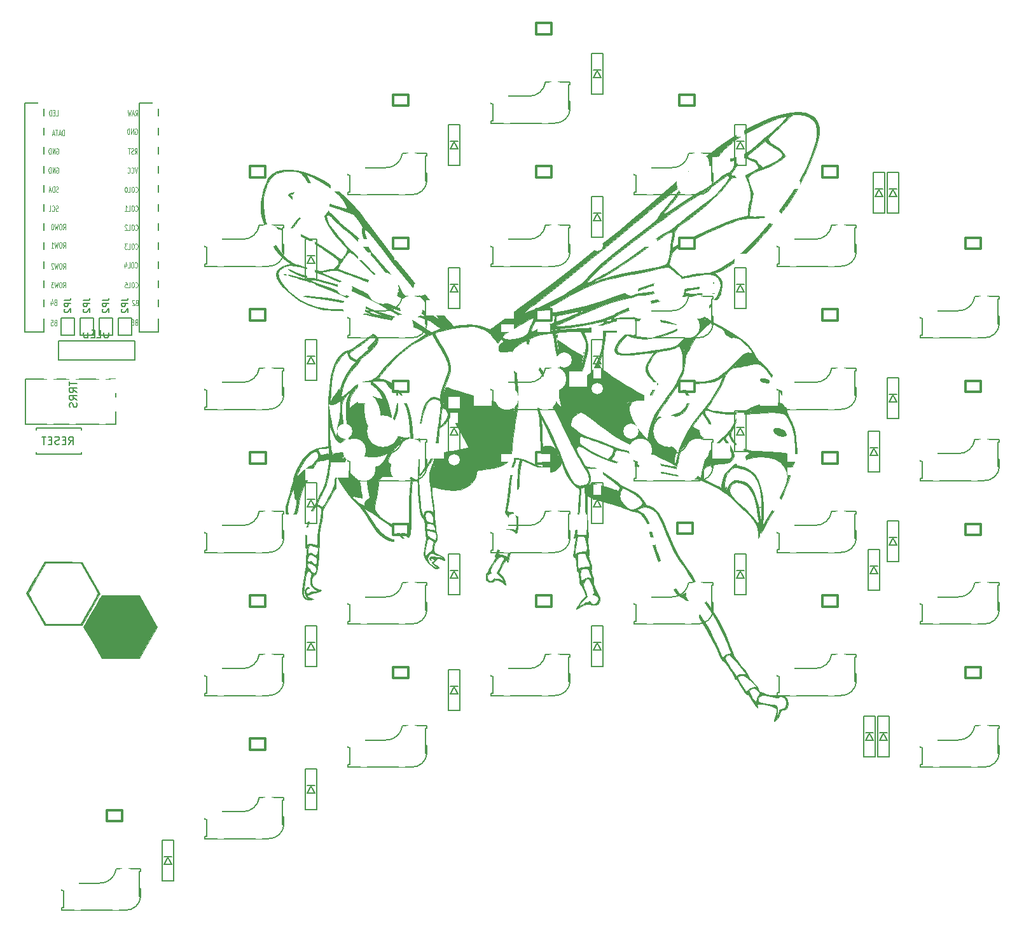
<source format=gbo>
G04 #@! TF.GenerationSoftware,KiCad,Pcbnew,5.0.2-bee76a0~70~ubuntu18.04.1*
G04 #@! TF.CreationDate,2019-04-11T02:53:24+09:00*
G04 #@! TF.ProjectId,benzene,62656e7a-656e-4652-9e6b-696361645f70,rev?*
G04 #@! TF.SameCoordinates,Original*
G04 #@! TF.FileFunction,Legend,Bot*
G04 #@! TF.FilePolarity,Positive*
%FSLAX46Y46*%
G04 Gerber Fmt 4.6, Leading zero omitted, Abs format (unit mm)*
G04 Created by KiCad (PCBNEW 5.0.2-bee76a0~70~ubuntu18.04.1) date 2019年04月11日 02時53分24秒*
%MOMM*%
%LPD*%
G01*
G04 APERTURE LIST*
%ADD10C,0.010000*%
%ADD11C,0.150000*%
%ADD12C,0.300000*%
%ADD13C,0.125000*%
%ADD14R,2.402000X2.102000*%
%ADD15C,3.102000*%
%ADD16C,4.202000*%
%ADD17C,2.002000*%
%ADD18C,5.102000*%
%ADD19R,1.702000X1.102000*%
%ADD20C,6.302000*%
%ADD21C,1.626000*%
%ADD22C,1.499000*%
%ADD23C,2.302000*%
%ADD24R,1.052000X1.402000*%
%ADD25R,1.499000X1.499000*%
%ADD26C,1.302000*%
%ADD27O,2.602000X1.802000*%
%ADD28R,1.245000X0.737000*%
%ADD29C,2.102000*%
G04 APERTURE END LIST*
D10*
G04 #@! TO.C,G\002A\002A\002A*
G36*
X92600358Y-104325420D02*
X93814567Y-102229920D01*
X91386227Y-98038920D01*
X88918234Y-98016479D01*
X86450240Y-97994038D01*
X86329839Y-98185812D01*
X86255979Y-98309333D01*
X86110361Y-98557822D01*
X85905657Y-98909469D01*
X85654543Y-99342459D01*
X85369691Y-99834982D01*
X85099505Y-100303232D01*
X83989572Y-102228877D01*
X85201028Y-104324899D01*
X86412484Y-106420920D01*
X91386148Y-106420920D01*
X92600358Y-104325420D01*
X92600358Y-104325420D01*
G37*
X92600358Y-104325420D02*
X93814567Y-102229920D01*
X91386227Y-98038920D01*
X88918234Y-98016479D01*
X86450240Y-97994038D01*
X86329839Y-98185812D01*
X86255979Y-98309333D01*
X86110361Y-98557822D01*
X85905657Y-98909469D01*
X85654543Y-99342459D01*
X85369691Y-99834982D01*
X85099505Y-100303232D01*
X83989572Y-102228877D01*
X85201028Y-104324899D01*
X86412484Y-106420920D01*
X91386148Y-106420920D01*
X92600358Y-104325420D01*
G36*
X84980358Y-99880420D02*
X86194567Y-97784920D01*
X83766227Y-93593920D01*
X81298234Y-93571479D01*
X78830240Y-93549038D01*
X78709839Y-93740812D01*
X78635979Y-93864333D01*
X78490361Y-94112822D01*
X78285657Y-94464469D01*
X78034543Y-94897459D01*
X77749691Y-95389982D01*
X77479505Y-95858232D01*
X76369572Y-97783877D01*
X76370174Y-97784920D01*
X76671997Y-97784920D01*
X76712952Y-97680295D01*
X76828403Y-97450068D01*
X77007229Y-97114734D01*
X77238310Y-96694785D01*
X77510527Y-96210716D01*
X77809061Y-95689420D01*
X78946124Y-93720920D01*
X83612999Y-93720920D01*
X84750642Y-95686040D01*
X85052973Y-96213046D01*
X85325083Y-96696535D01*
X85555822Y-97115944D01*
X85734035Y-97450710D01*
X85848570Y-97680271D01*
X85888286Y-97783478D01*
X85847339Y-97889589D01*
X85731917Y-98121225D01*
X85553147Y-98457807D01*
X85322159Y-98878759D01*
X85050078Y-99363501D01*
X84753285Y-99882358D01*
X83618284Y-101848920D01*
X78946124Y-101848920D01*
X77809061Y-99880420D01*
X77507119Y-99353119D01*
X77235323Y-98869687D01*
X77004793Y-98450618D01*
X76826649Y-98116404D01*
X76712013Y-97887539D01*
X76671997Y-97784920D01*
X76370174Y-97784920D01*
X77581028Y-99879899D01*
X78792484Y-101975920D01*
X83766148Y-101975920D01*
X84980358Y-99880420D01*
X84980358Y-99880420D01*
G37*
X84980358Y-99880420D02*
X86194567Y-97784920D01*
X83766227Y-93593920D01*
X81298234Y-93571479D01*
X78830240Y-93549038D01*
X78709839Y-93740812D01*
X78635979Y-93864333D01*
X78490361Y-94112822D01*
X78285657Y-94464469D01*
X78034543Y-94897459D01*
X77749691Y-95389982D01*
X77479505Y-95858232D01*
X76369572Y-97783877D01*
X76370174Y-97784920D01*
X76671997Y-97784920D01*
X76712952Y-97680295D01*
X76828403Y-97450068D01*
X77007229Y-97114734D01*
X77238310Y-96694785D01*
X77510527Y-96210716D01*
X77809061Y-95689420D01*
X78946124Y-93720920D01*
X83612999Y-93720920D01*
X84750642Y-95686040D01*
X85052973Y-96213046D01*
X85325083Y-96696535D01*
X85555822Y-97115944D01*
X85734035Y-97450710D01*
X85848570Y-97680271D01*
X85888286Y-97783478D01*
X85847339Y-97889589D01*
X85731917Y-98121225D01*
X85553147Y-98457807D01*
X85322159Y-98878759D01*
X85050078Y-99363501D01*
X84753285Y-99882358D01*
X83618284Y-101848920D01*
X78946124Y-101848920D01*
X77809061Y-99880420D01*
X77507119Y-99353119D01*
X77235323Y-98869687D01*
X77004793Y-98450618D01*
X76826649Y-98116404D01*
X76712013Y-97887539D01*
X76671997Y-97784920D01*
X76370174Y-97784920D01*
X77581028Y-99879899D01*
X78792484Y-101975920D01*
X83766148Y-101975920D01*
X84980358Y-99880420D01*
D11*
G04 #@! TO.C,SW16*
X157325000Y-82444920D02*
X157325000Y-82794920D01*
X167825000Y-80894919D02*
G75*
G02X165725001Y-82794920I-2000000J99999D01*
G01*
X164541318Y-77316391D02*
G75*
G02X162325000Y-79194920I-2151318J291471D01*
G01*
X157325000Y-82794920D02*
X165725001Y-82794920D01*
X162325000Y-79194920D02*
X157325000Y-79194920D01*
X167825000Y-77294920D02*
X164545000Y-77294920D01*
X167825000Y-80894920D02*
X167825000Y-79894920D01*
X167825000Y-77294920D02*
X167825000Y-77654920D01*
X167625000Y-77654920D02*
X167825000Y-77654920D01*
X167595000Y-79894920D02*
X167595000Y-77654920D01*
X167825000Y-79894920D02*
X167625000Y-79894920D01*
X157525000Y-82444920D02*
X157325000Y-82444920D01*
X157545000Y-80194920D02*
X157545000Y-82444920D01*
X157325000Y-80194920D02*
X157525000Y-80194920D01*
X157325000Y-79194920D02*
X157325000Y-80194920D01*
D12*
X167725000Y-79994921D02*
X167725000Y-80894920D01*
D11*
G04 #@! TO.C,SW15*
X138275000Y-72925000D02*
X138275000Y-73275000D01*
X148775000Y-71374999D02*
G75*
G02X146675001Y-73275000I-2000000J99999D01*
G01*
X145491318Y-67796471D02*
G75*
G02X143275000Y-69675000I-2151318J291471D01*
G01*
X138275000Y-73275000D02*
X146675001Y-73275000D01*
X143275000Y-69675000D02*
X138275000Y-69675000D01*
X148775000Y-67775000D02*
X145495000Y-67775000D01*
X148775000Y-71375000D02*
X148775000Y-70375000D01*
X148775000Y-67775000D02*
X148775000Y-68135000D01*
X148575000Y-68135000D02*
X148775000Y-68135000D01*
X148545000Y-70375000D02*
X148545000Y-68135000D01*
X148775000Y-70375000D02*
X148575000Y-70375000D01*
X138475000Y-72925000D02*
X138275000Y-72925000D01*
X138495000Y-70675000D02*
X138495000Y-72925000D01*
X138275000Y-70675000D02*
X138475000Y-70675000D01*
X138275000Y-69675000D02*
X138275000Y-70675000D01*
D12*
X148675000Y-70475001D02*
X148675000Y-71375000D01*
D11*
G04 #@! TO.C,SW9*
X138275000Y-53875000D02*
X138275000Y-54225000D01*
X148775000Y-52324999D02*
G75*
G02X146675001Y-54225000I-2000000J99999D01*
G01*
X145491318Y-48746471D02*
G75*
G02X143275000Y-50625000I-2151318J291471D01*
G01*
X138275000Y-54225000D02*
X146675001Y-54225000D01*
X143275000Y-50625000D02*
X138275000Y-50625000D01*
X148775000Y-48725000D02*
X145495000Y-48725000D01*
X148775000Y-52325000D02*
X148775000Y-51325000D01*
X148775000Y-48725000D02*
X148775000Y-49085000D01*
X148575000Y-49085000D02*
X148775000Y-49085000D01*
X148545000Y-51325000D02*
X148545000Y-49085000D01*
X148775000Y-51325000D02*
X148575000Y-51325000D01*
X138475000Y-53875000D02*
X138275000Y-53875000D01*
X138495000Y-51625000D02*
X138495000Y-53875000D01*
X138275000Y-51625000D02*
X138475000Y-51625000D01*
X138275000Y-50625000D02*
X138275000Y-51625000D01*
D12*
X148675000Y-51425001D02*
X148675000Y-52325000D01*
G04 #@! TO.C,L28*
X144222000Y-99510000D02*
X146272000Y-99510000D01*
X144222000Y-98060000D02*
X144222000Y-99510000D01*
X146272000Y-98060000D02*
X144222000Y-98060000D01*
X146272000Y-99510000D02*
X146272000Y-98060000D01*
D11*
G04 #@! TO.C,SW11*
X176375000Y-72925000D02*
X176375000Y-73275000D01*
X186875000Y-71374999D02*
G75*
G02X184775001Y-73275000I-2000000J99999D01*
G01*
X183591318Y-67796471D02*
G75*
G02X181375000Y-69675000I-2151318J291471D01*
G01*
X176375000Y-73275000D02*
X184775001Y-73275000D01*
X181375000Y-69675000D02*
X176375000Y-69675000D01*
X186875000Y-67775000D02*
X183595000Y-67775000D01*
X186875000Y-71375000D02*
X186875000Y-70375000D01*
X186875000Y-67775000D02*
X186875000Y-68135000D01*
X186675000Y-68135000D02*
X186875000Y-68135000D01*
X186645000Y-70375000D02*
X186645000Y-68135000D01*
X186875000Y-70375000D02*
X186675000Y-70375000D01*
X176575000Y-72925000D02*
X176375000Y-72925000D01*
X176595000Y-70675000D02*
X176595000Y-72925000D01*
X176375000Y-70675000D02*
X176575000Y-70675000D01*
X176375000Y-69675000D02*
X176375000Y-70675000D01*
D12*
X186775000Y-70475001D02*
X186775000Y-71375000D01*
D11*
G04 #@! TO.C,SW28*
X138275000Y-111025000D02*
X138275000Y-111375000D01*
X148775000Y-109474999D02*
G75*
G02X146675001Y-111375000I-2000000J99999D01*
G01*
X145491318Y-105896471D02*
G75*
G02X143275000Y-107775000I-2151318J291471D01*
G01*
X138275000Y-111375000D02*
X146675001Y-111375000D01*
X143275000Y-107775000D02*
X138275000Y-107775000D01*
X148775000Y-105875000D02*
X145495000Y-105875000D01*
X148775000Y-109475000D02*
X148775000Y-108475000D01*
X148775000Y-105875000D02*
X148775000Y-106235000D01*
X148575000Y-106235000D02*
X148775000Y-106235000D01*
X148545000Y-108475000D02*
X148545000Y-106235000D01*
X148775000Y-108475000D02*
X148575000Y-108475000D01*
X138475000Y-111025000D02*
X138275000Y-111025000D01*
X138495000Y-108775000D02*
X138495000Y-111025000D01*
X138275000Y-108775000D02*
X138475000Y-108775000D01*
X138275000Y-107775000D02*
X138275000Y-108775000D01*
D12*
X148675000Y-108575001D02*
X148675000Y-109475000D01*
G04 #@! TO.C,SW17*
X186774999Y-89519920D02*
X186775000Y-90419919D01*
D11*
X176375000Y-88719920D02*
X176375000Y-89719920D01*
X176375000Y-89719920D02*
X176575000Y-89719920D01*
X176595000Y-89719920D02*
X176595000Y-91969920D01*
X176575000Y-91969920D02*
X176375000Y-91969920D01*
X186875000Y-89419920D02*
X186675000Y-89419920D01*
X186645000Y-89419920D02*
X186645000Y-87179920D01*
X186675000Y-87179920D02*
X186875000Y-87179920D01*
X186875000Y-86819920D02*
X186875000Y-87179920D01*
X186875000Y-90419920D02*
X186875000Y-89419920D01*
X186875000Y-86819920D02*
X183595000Y-86819920D01*
X181375000Y-88719920D02*
X176375000Y-88719920D01*
X176375000Y-92319920D02*
X184775000Y-92319921D01*
X183591318Y-86841391D02*
G75*
G02X181375000Y-88719920I-2151318J291471D01*
G01*
X186875001Y-90419920D02*
G75*
G02X184775000Y-92319921I-2000001J100000D01*
G01*
X176375000Y-91969920D02*
X176375000Y-92319920D01*
G04 #@! TO.C,SW5*
X176375000Y-53875000D02*
X176375000Y-54225000D01*
X186875000Y-52324999D02*
G75*
G02X184775001Y-54225000I-2000000J99999D01*
G01*
X183591318Y-48746471D02*
G75*
G02X181375000Y-50625000I-2151318J291471D01*
G01*
X176375000Y-54225000D02*
X184775001Y-54225000D01*
X181375000Y-50625000D02*
X176375000Y-50625000D01*
X186875000Y-48725000D02*
X183595000Y-48725000D01*
X186875000Y-52325000D02*
X186875000Y-51325000D01*
X186875000Y-48725000D02*
X186875000Y-49085000D01*
X186675000Y-49085000D02*
X186875000Y-49085000D01*
X186645000Y-51325000D02*
X186645000Y-49085000D01*
X186875000Y-51325000D02*
X186675000Y-51325000D01*
X176575000Y-53875000D02*
X176375000Y-53875000D01*
X176595000Y-51625000D02*
X176595000Y-53875000D01*
X176375000Y-51625000D02*
X176575000Y-51625000D01*
X176375000Y-50625000D02*
X176375000Y-51625000D01*
D12*
X186775000Y-51425001D02*
X186775000Y-52325000D01*
D11*
G04 #@! TO.C,SW4*
X157325000Y-44350000D02*
X157325000Y-44700000D01*
X167825000Y-42799999D02*
G75*
G02X165725001Y-44700000I-2000000J99999D01*
G01*
X164541318Y-39221471D02*
G75*
G02X162325000Y-41100000I-2151318J291471D01*
G01*
X157325000Y-44700000D02*
X165725001Y-44700000D01*
X162325000Y-41100000D02*
X157325000Y-41100000D01*
X167825000Y-39200000D02*
X164545000Y-39200000D01*
X167825000Y-42800000D02*
X167825000Y-41800000D01*
X167825000Y-39200000D02*
X167825000Y-39560000D01*
X167625000Y-39560000D02*
X167825000Y-39560000D01*
X167595000Y-41800000D02*
X167595000Y-39560000D01*
X167825000Y-41800000D02*
X167625000Y-41800000D01*
X157525000Y-44350000D02*
X157325000Y-44350000D01*
X157545000Y-42100000D02*
X157545000Y-44350000D01*
X157325000Y-42100000D02*
X157525000Y-42100000D01*
X157325000Y-41100000D02*
X157325000Y-42100000D01*
D12*
X167725000Y-41900001D02*
X167725000Y-42800000D01*
D11*
G04 #@! TO.C,SW23*
X176375000Y-111020000D02*
X176375000Y-111370000D01*
X186875000Y-109469999D02*
G75*
G02X184775001Y-111370000I-2000000J99999D01*
G01*
X183591318Y-105891471D02*
G75*
G02X181375000Y-107770000I-2151318J291471D01*
G01*
X176375000Y-111370000D02*
X184775001Y-111370000D01*
X181375000Y-107770000D02*
X176375000Y-107770000D01*
X186875000Y-105870000D02*
X183595000Y-105870000D01*
X186875000Y-109470000D02*
X186875000Y-108470000D01*
X186875000Y-105870000D02*
X186875000Y-106230000D01*
X186675000Y-106230000D02*
X186875000Y-106230000D01*
X186645000Y-108470000D02*
X186645000Y-106230000D01*
X186875000Y-108470000D02*
X186675000Y-108470000D01*
X176575000Y-111020000D02*
X176375000Y-111020000D01*
X176595000Y-108770000D02*
X176595000Y-111020000D01*
X176375000Y-108770000D02*
X176575000Y-108770000D01*
X176375000Y-107770000D02*
X176375000Y-108770000D01*
D12*
X186775000Y-108570001D02*
X186775000Y-109470000D01*
D11*
G04 #@! TO.C,SW2*
X119225000Y-44350000D02*
X119225000Y-44700000D01*
X129725000Y-42799999D02*
G75*
G02X127625001Y-44700000I-2000000J99999D01*
G01*
X126441318Y-39221471D02*
G75*
G02X124225000Y-41100000I-2151318J291471D01*
G01*
X119225000Y-44700000D02*
X127625001Y-44700000D01*
X124225000Y-41100000D02*
X119225000Y-41100000D01*
X129725000Y-39200000D02*
X126445000Y-39200000D01*
X129725000Y-42800000D02*
X129725000Y-41800000D01*
X129725000Y-39200000D02*
X129725000Y-39560000D01*
X129525000Y-39560000D02*
X129725000Y-39560000D01*
X129495000Y-41800000D02*
X129495000Y-39560000D01*
X129725000Y-41800000D02*
X129525000Y-41800000D01*
X119425000Y-44350000D02*
X119225000Y-44350000D01*
X119445000Y-42100000D02*
X119445000Y-44350000D01*
X119225000Y-42100000D02*
X119425000Y-42100000D01*
X119225000Y-41100000D02*
X119225000Y-42100000D01*
D12*
X129625000Y-41900001D02*
X129625000Y-42800000D01*
D11*
G04 #@! TO.C,SW1*
X100175000Y-53875000D02*
X100175000Y-54225000D01*
X110675000Y-52324999D02*
G75*
G02X108575001Y-54225000I-2000000J99999D01*
G01*
X107391318Y-48746471D02*
G75*
G02X105175000Y-50625000I-2151318J291471D01*
G01*
X100175000Y-54225000D02*
X108575001Y-54225000D01*
X105175000Y-50625000D02*
X100175000Y-50625000D01*
X110675000Y-48725000D02*
X107395000Y-48725000D01*
X110675000Y-52325000D02*
X110675000Y-51325000D01*
X110675000Y-48725000D02*
X110675000Y-49085000D01*
X110475000Y-49085000D02*
X110675000Y-49085000D01*
X110445000Y-51325000D02*
X110445000Y-49085000D01*
X110675000Y-51325000D02*
X110475000Y-51325000D01*
X100375000Y-53875000D02*
X100175000Y-53875000D01*
X100395000Y-51625000D02*
X100395000Y-53875000D01*
X100175000Y-51625000D02*
X100375000Y-51625000D01*
X100175000Y-50625000D02*
X100175000Y-51625000D01*
D12*
X110575000Y-51425001D02*
X110575000Y-52325000D01*
D11*
G04 #@! TO.C,SW3*
X138275000Y-34825000D02*
X138275000Y-35175000D01*
X148775000Y-33274999D02*
G75*
G02X146675001Y-35175000I-2000000J99999D01*
G01*
X145491318Y-29696471D02*
G75*
G02X143275000Y-31575000I-2151318J291471D01*
G01*
X138275000Y-35175000D02*
X146675001Y-35175000D01*
X143275000Y-31575000D02*
X138275000Y-31575000D01*
X148775000Y-29675000D02*
X145495000Y-29675000D01*
X148775000Y-33275000D02*
X148775000Y-32275000D01*
X148775000Y-29675000D02*
X148775000Y-30035000D01*
X148575000Y-30035000D02*
X148775000Y-30035000D01*
X148545000Y-32275000D02*
X148545000Y-30035000D01*
X148775000Y-32275000D02*
X148575000Y-32275000D01*
X138475000Y-34825000D02*
X138275000Y-34825000D01*
X138495000Y-32575000D02*
X138495000Y-34825000D01*
X138275000Y-32575000D02*
X138475000Y-32575000D01*
X138275000Y-31575000D02*
X138275000Y-32575000D01*
D12*
X148675000Y-32375001D02*
X148675000Y-33275000D01*
G04 #@! TO.C,SW6*
X205825000Y-60950001D02*
X205825000Y-61850000D01*
D11*
X195425000Y-60150000D02*
X195425000Y-61150000D01*
X195425000Y-61150000D02*
X195625000Y-61150000D01*
X195645000Y-61150000D02*
X195645000Y-63400000D01*
X195625000Y-63400000D02*
X195425000Y-63400000D01*
X205925000Y-60850000D02*
X205725000Y-60850000D01*
X205695000Y-60850000D02*
X205695000Y-58610000D01*
X205725000Y-58610000D02*
X205925000Y-58610000D01*
X205925000Y-58250000D02*
X205925000Y-58610000D01*
X205925000Y-61850000D02*
X205925000Y-60850000D01*
X205925000Y-58250000D02*
X202645000Y-58250000D01*
X200425000Y-60150000D02*
X195425000Y-60150000D01*
X195425000Y-63750000D02*
X203825001Y-63750000D01*
X202641318Y-58271471D02*
G75*
G02X200425000Y-60150000I-2151318J291471D01*
G01*
X205925000Y-61849999D02*
G75*
G02X203825001Y-63750000I-2000000J99999D01*
G01*
X195425000Y-63400000D02*
X195425000Y-63750000D01*
G04 #@! TO.C,SW7*
X100175000Y-72925000D02*
X100175000Y-73275000D01*
X110675000Y-71374999D02*
G75*
G02X108575001Y-73275000I-2000000J99999D01*
G01*
X107391318Y-67796471D02*
G75*
G02X105175000Y-69675000I-2151318J291471D01*
G01*
X100175000Y-73275000D02*
X108575001Y-73275000D01*
X105175000Y-69675000D02*
X100175000Y-69675000D01*
X110675000Y-67775000D02*
X107395000Y-67775000D01*
X110675000Y-71375000D02*
X110675000Y-70375000D01*
X110675000Y-67775000D02*
X110675000Y-68135000D01*
X110475000Y-68135000D02*
X110675000Y-68135000D01*
X110445000Y-70375000D02*
X110445000Y-68135000D01*
X110675000Y-70375000D02*
X110475000Y-70375000D01*
X100375000Y-72925000D02*
X100175000Y-72925000D01*
X100395000Y-70675000D02*
X100395000Y-72925000D01*
X100175000Y-70675000D02*
X100375000Y-70675000D01*
X100175000Y-69675000D02*
X100175000Y-70675000D01*
D12*
X110575000Y-70475001D02*
X110575000Y-71375000D01*
D11*
G04 #@! TO.C,SW8*
X119225000Y-63400000D02*
X119225000Y-63750000D01*
X129725000Y-61849999D02*
G75*
G02X127625001Y-63750000I-2000000J99999D01*
G01*
X126441318Y-58271471D02*
G75*
G02X124225000Y-60150000I-2151318J291471D01*
G01*
X119225000Y-63750000D02*
X127625001Y-63750000D01*
X124225000Y-60150000D02*
X119225000Y-60150000D01*
X129725000Y-58250000D02*
X126445000Y-58250000D01*
X129725000Y-61850000D02*
X129725000Y-60850000D01*
X129725000Y-58250000D02*
X129725000Y-58610000D01*
X129525000Y-58610000D02*
X129725000Y-58610000D01*
X129495000Y-60850000D02*
X129495000Y-58610000D01*
X129725000Y-60850000D02*
X129525000Y-60850000D01*
X119425000Y-63400000D02*
X119225000Y-63400000D01*
X119445000Y-61150000D02*
X119445000Y-63400000D01*
X119225000Y-61150000D02*
X119425000Y-61150000D01*
X119225000Y-60150000D02*
X119225000Y-61150000D01*
D12*
X129625000Y-60950001D02*
X129625000Y-61850000D01*
D11*
G04 #@! TO.C,SW10*
X157325000Y-63400000D02*
X157325000Y-63750000D01*
X167825000Y-61849999D02*
G75*
G02X165725001Y-63750000I-2000000J99999D01*
G01*
X164541318Y-58271471D02*
G75*
G02X162325000Y-60150000I-2151318J291471D01*
G01*
X157325000Y-63750000D02*
X165725001Y-63750000D01*
X162325000Y-60150000D02*
X157325000Y-60150000D01*
X167825000Y-58250000D02*
X164545000Y-58250000D01*
X167825000Y-61850000D02*
X167825000Y-60850000D01*
X167825000Y-58250000D02*
X167825000Y-58610000D01*
X167625000Y-58610000D02*
X167825000Y-58610000D01*
X167595000Y-60850000D02*
X167595000Y-58610000D01*
X167825000Y-60850000D02*
X167625000Y-60850000D01*
X157525000Y-63400000D02*
X157325000Y-63400000D01*
X157545000Y-61150000D02*
X157545000Y-63400000D01*
X157325000Y-61150000D02*
X157525000Y-61150000D01*
X157325000Y-60150000D02*
X157325000Y-61150000D01*
D12*
X167725000Y-60950001D02*
X167725000Y-61850000D01*
D11*
G04 #@! TO.C,SW12*
X195425000Y-82415000D02*
X195425000Y-82765000D01*
X205925000Y-80864999D02*
G75*
G02X203825001Y-82765000I-2000000J99999D01*
G01*
X202641318Y-77286471D02*
G75*
G02X200425000Y-79165000I-2151318J291471D01*
G01*
X195425000Y-82765000D02*
X203825001Y-82765000D01*
X200425000Y-79165000D02*
X195425000Y-79165000D01*
X205925000Y-77265000D02*
X202645000Y-77265000D01*
X205925000Y-80865000D02*
X205925000Y-79865000D01*
X205925000Y-77265000D02*
X205925000Y-77625000D01*
X205725000Y-77625000D02*
X205925000Y-77625000D01*
X205695000Y-79865000D02*
X205695000Y-77625000D01*
X205925000Y-79865000D02*
X205725000Y-79865000D01*
X195625000Y-82415000D02*
X195425000Y-82415000D01*
X195645000Y-80165000D02*
X195645000Y-82415000D01*
X195425000Y-80165000D02*
X195625000Y-80165000D01*
X195425000Y-79165000D02*
X195425000Y-80165000D01*
D12*
X205825000Y-79965001D02*
X205825000Y-80865000D01*
D11*
G04 #@! TO.C,SW13*
X100175000Y-91975000D02*
X100175000Y-92325000D01*
X110675000Y-90424999D02*
G75*
G02X108575001Y-92325000I-2000000J99999D01*
G01*
X107391318Y-86846471D02*
G75*
G02X105175000Y-88725000I-2151318J291471D01*
G01*
X100175000Y-92325000D02*
X108575001Y-92325000D01*
X105175000Y-88725000D02*
X100175000Y-88725000D01*
X110675000Y-86825000D02*
X107395000Y-86825000D01*
X110675000Y-90425000D02*
X110675000Y-89425000D01*
X110675000Y-86825000D02*
X110675000Y-87185000D01*
X110475000Y-87185000D02*
X110675000Y-87185000D01*
X110445000Y-89425000D02*
X110445000Y-87185000D01*
X110675000Y-89425000D02*
X110475000Y-89425000D01*
X100375000Y-91975000D02*
X100175000Y-91975000D01*
X100395000Y-89725000D02*
X100395000Y-91975000D01*
X100175000Y-89725000D02*
X100375000Y-89725000D01*
X100175000Y-88725000D02*
X100175000Y-89725000D01*
D12*
X110575000Y-89525001D02*
X110575000Y-90425000D01*
D11*
G04 #@! TO.C,SW14*
X119225000Y-82450000D02*
X119225000Y-82800000D01*
X129725000Y-80899999D02*
G75*
G02X127625001Y-82800000I-2000000J99999D01*
G01*
X126441318Y-77321471D02*
G75*
G02X124225000Y-79200000I-2151318J291471D01*
G01*
X119225000Y-82800000D02*
X127625001Y-82800000D01*
X124225000Y-79200000D02*
X119225000Y-79200000D01*
X129725000Y-77300000D02*
X126445000Y-77300000D01*
X129725000Y-80900000D02*
X129725000Y-79900000D01*
X129725000Y-77300000D02*
X129725000Y-77660000D01*
X129525000Y-77660000D02*
X129725000Y-77660000D01*
X129495000Y-79900000D02*
X129495000Y-77660000D01*
X129725000Y-79900000D02*
X129525000Y-79900000D01*
X119425000Y-82450000D02*
X119225000Y-82450000D01*
X119445000Y-80200000D02*
X119445000Y-82450000D01*
X119225000Y-80200000D02*
X119425000Y-80200000D01*
X119225000Y-79200000D02*
X119225000Y-80200000D01*
D12*
X129625000Y-80000001D02*
X129625000Y-80900000D01*
D11*
G04 #@! TO.C,SW18*
X195425000Y-101500000D02*
X195425000Y-101850000D01*
X205925000Y-99949999D02*
G75*
G02X203825001Y-101850000I-2000000J99999D01*
G01*
X202641318Y-96371471D02*
G75*
G02X200425000Y-98250000I-2151318J291471D01*
G01*
X195425000Y-101850000D02*
X203825001Y-101850000D01*
X200425000Y-98250000D02*
X195425000Y-98250000D01*
X205925000Y-96350000D02*
X202645000Y-96350000D01*
X205925000Y-99950000D02*
X205925000Y-98950000D01*
X205925000Y-96350000D02*
X205925000Y-96710000D01*
X205725000Y-96710000D02*
X205925000Y-96710000D01*
X205695000Y-98950000D02*
X205695000Y-96710000D01*
X205925000Y-98950000D02*
X205725000Y-98950000D01*
X195625000Y-101500000D02*
X195425000Y-101500000D01*
X195645000Y-99250000D02*
X195645000Y-101500000D01*
X195425000Y-99250000D02*
X195625000Y-99250000D01*
X195425000Y-98250000D02*
X195425000Y-99250000D01*
D12*
X205825000Y-99050001D02*
X205825000Y-99950000D01*
D11*
G04 #@! TO.C,SW19*
X100175000Y-111025000D02*
X100175000Y-111375000D01*
X110675000Y-109474999D02*
G75*
G02X108575001Y-111375000I-2000000J99999D01*
G01*
X107391318Y-105896471D02*
G75*
G02X105175000Y-107775000I-2151318J291471D01*
G01*
X100175000Y-111375000D02*
X108575001Y-111375000D01*
X105175000Y-107775000D02*
X100175000Y-107775000D01*
X110675000Y-105875000D02*
X107395000Y-105875000D01*
X110675000Y-109475000D02*
X110675000Y-108475000D01*
X110675000Y-105875000D02*
X110675000Y-106235000D01*
X110475000Y-106235000D02*
X110675000Y-106235000D01*
X110445000Y-108475000D02*
X110445000Y-106235000D01*
X110675000Y-108475000D02*
X110475000Y-108475000D01*
X100375000Y-111025000D02*
X100175000Y-111025000D01*
X100395000Y-108775000D02*
X100395000Y-111025000D01*
X100175000Y-108775000D02*
X100375000Y-108775000D01*
X100175000Y-107775000D02*
X100175000Y-108775000D01*
D12*
X110575000Y-108575001D02*
X110575000Y-109475000D01*
D11*
G04 #@! TO.C,SW20*
X119225000Y-101500000D02*
X119225000Y-101850000D01*
X129725000Y-99949999D02*
G75*
G02X127625001Y-101850000I-2000000J99999D01*
G01*
X126441318Y-96371471D02*
G75*
G02X124225000Y-98250000I-2151318J291471D01*
G01*
X119225000Y-101850000D02*
X127625001Y-101850000D01*
X124225000Y-98250000D02*
X119225000Y-98250000D01*
X129725000Y-96350000D02*
X126445000Y-96350000D01*
X129725000Y-99950000D02*
X129725000Y-98950000D01*
X129725000Y-96350000D02*
X129725000Y-96710000D01*
X129525000Y-96710000D02*
X129725000Y-96710000D01*
X129495000Y-98950000D02*
X129495000Y-96710000D01*
X129725000Y-98950000D02*
X129525000Y-98950000D01*
X119425000Y-101500000D02*
X119225000Y-101500000D01*
X119445000Y-99250000D02*
X119445000Y-101500000D01*
X119225000Y-99250000D02*
X119425000Y-99250000D01*
X119225000Y-98250000D02*
X119225000Y-99250000D01*
D12*
X129625000Y-99050001D02*
X129625000Y-99950000D01*
D11*
G04 #@! TO.C,SW21*
X138275000Y-91975000D02*
X138275000Y-92325000D01*
X148775000Y-90424999D02*
G75*
G02X146675001Y-92325000I-2000000J99999D01*
G01*
X145491318Y-86846471D02*
G75*
G02X143275000Y-88725000I-2151318J291471D01*
G01*
X138275000Y-92325000D02*
X146675001Y-92325000D01*
X143275000Y-88725000D02*
X138275000Y-88725000D01*
X148775000Y-86825000D02*
X145495000Y-86825000D01*
X148775000Y-90425000D02*
X148775000Y-89425000D01*
X148775000Y-86825000D02*
X148775000Y-87185000D01*
X148575000Y-87185000D02*
X148775000Y-87185000D01*
X148545000Y-89425000D02*
X148545000Y-87185000D01*
X148775000Y-89425000D02*
X148575000Y-89425000D01*
X138475000Y-91975000D02*
X138275000Y-91975000D01*
X138495000Y-89725000D02*
X138495000Y-91975000D01*
X138275000Y-89725000D02*
X138475000Y-89725000D01*
X138275000Y-88725000D02*
X138275000Y-89725000D01*
D12*
X148675000Y-89525001D02*
X148675000Y-90425000D01*
D11*
G04 #@! TO.C,SW22*
X157325000Y-101494900D02*
X157325000Y-101844900D01*
X167825000Y-99944899D02*
G75*
G02X165725001Y-101844900I-2000000J99999D01*
G01*
X164541318Y-96366371D02*
G75*
G02X162325000Y-98244900I-2151318J291471D01*
G01*
X157325000Y-101844900D02*
X165725001Y-101844900D01*
X162325000Y-98244900D02*
X157325000Y-98244900D01*
X167825000Y-96344900D02*
X164545000Y-96344900D01*
X167825000Y-99944900D02*
X167825000Y-98944900D01*
X167825000Y-96344900D02*
X167825000Y-96704900D01*
X167625000Y-96704900D02*
X167825000Y-96704900D01*
X167595000Y-98944900D02*
X167595000Y-96704900D01*
X167825000Y-98944900D02*
X167625000Y-98944900D01*
X157525000Y-101494900D02*
X157325000Y-101494900D01*
X157545000Y-99244900D02*
X157545000Y-101494900D01*
X157325000Y-99244900D02*
X157525000Y-99244900D01*
X157325000Y-98244900D02*
X157325000Y-99244900D01*
D12*
X167725000Y-99044901D02*
X167725000Y-99944900D01*
D11*
G04 #@! TO.C,SW24*
X195425000Y-120545000D02*
X195425000Y-120895000D01*
X205925000Y-118994999D02*
G75*
G02X203825001Y-120895000I-2000000J99999D01*
G01*
X202641318Y-115416471D02*
G75*
G02X200425000Y-117295000I-2151318J291471D01*
G01*
X195425000Y-120895000D02*
X203825001Y-120895000D01*
X200425000Y-117295000D02*
X195425000Y-117295000D01*
X205925000Y-115395000D02*
X202645000Y-115395000D01*
X205925000Y-118995000D02*
X205925000Y-117995000D01*
X205925000Y-115395000D02*
X205925000Y-115755000D01*
X205725000Y-115755000D02*
X205925000Y-115755000D01*
X205695000Y-117995000D02*
X205695000Y-115755000D01*
X205925000Y-117995000D02*
X205725000Y-117995000D01*
X195625000Y-120545000D02*
X195425000Y-120545000D01*
X195645000Y-118295000D02*
X195645000Y-120545000D01*
X195425000Y-118295000D02*
X195625000Y-118295000D01*
X195425000Y-117295000D02*
X195425000Y-118295000D01*
D12*
X205825000Y-118095001D02*
X205825000Y-118995000D01*
D11*
G04 #@! TO.C,SW25*
X81125000Y-139600000D02*
X81125000Y-139950000D01*
X91625000Y-138049999D02*
G75*
G02X89525001Y-139950000I-2000000J99999D01*
G01*
X88341318Y-134471471D02*
G75*
G02X86125000Y-136350000I-2151318J291471D01*
G01*
X81125000Y-139950000D02*
X89525001Y-139950000D01*
X86125000Y-136350000D02*
X81125000Y-136350000D01*
X91625000Y-134450000D02*
X88345000Y-134450000D01*
X91625000Y-138050000D02*
X91625000Y-137050000D01*
X91625000Y-134450000D02*
X91625000Y-134810000D01*
X91425000Y-134810000D02*
X91625000Y-134810000D01*
X91395000Y-137050000D02*
X91395000Y-134810000D01*
X91625000Y-137050000D02*
X91425000Y-137050000D01*
X81325000Y-139600000D02*
X81125000Y-139600000D01*
X81345000Y-137350000D02*
X81345000Y-139600000D01*
X81125000Y-137350000D02*
X81325000Y-137350000D01*
X81125000Y-136350000D02*
X81125000Y-137350000D01*
D12*
X91525000Y-137150001D02*
X91525000Y-138050000D01*
D11*
G04 #@! TO.C,SW26*
X100175000Y-130075000D02*
X100175000Y-130425000D01*
X110675000Y-128524999D02*
G75*
G02X108575001Y-130425000I-2000000J99999D01*
G01*
X107391318Y-124946471D02*
G75*
G02X105175000Y-126825000I-2151318J291471D01*
G01*
X100175000Y-130425000D02*
X108575001Y-130425000D01*
X105175000Y-126825000D02*
X100175000Y-126825000D01*
X110675000Y-124925000D02*
X107395000Y-124925000D01*
X110675000Y-128525000D02*
X110675000Y-127525000D01*
X110675000Y-124925000D02*
X110675000Y-125285000D01*
X110475000Y-125285000D02*
X110675000Y-125285000D01*
X110445000Y-127525000D02*
X110445000Y-125285000D01*
X110675000Y-127525000D02*
X110475000Y-127525000D01*
X100375000Y-130075000D02*
X100175000Y-130075000D01*
X100395000Y-127825000D02*
X100395000Y-130075000D01*
X100175000Y-127825000D02*
X100375000Y-127825000D01*
X100175000Y-126825000D02*
X100175000Y-127825000D01*
D12*
X110575000Y-127625001D02*
X110575000Y-128525000D01*
D11*
G04 #@! TO.C,SW27*
X119225000Y-120550000D02*
X119225000Y-120900000D01*
X129725000Y-118999999D02*
G75*
G02X127625001Y-120900000I-2000000J99999D01*
G01*
X126441318Y-115421471D02*
G75*
G02X124225000Y-117300000I-2151318J291471D01*
G01*
X119225000Y-120900000D02*
X127625001Y-120900000D01*
X124225000Y-117300000D02*
X119225000Y-117300000D01*
X129725000Y-115400000D02*
X126445000Y-115400000D01*
X129725000Y-119000000D02*
X129725000Y-118000000D01*
X129725000Y-115400000D02*
X129725000Y-115760000D01*
X129525000Y-115760000D02*
X129725000Y-115760000D01*
X129495000Y-118000000D02*
X129495000Y-115760000D01*
X129725000Y-118000000D02*
X129525000Y-118000000D01*
X119425000Y-120550000D02*
X119225000Y-120550000D01*
X119445000Y-118300000D02*
X119445000Y-120550000D01*
X119225000Y-118300000D02*
X119425000Y-118300000D01*
X119225000Y-117300000D02*
X119225000Y-118300000D01*
D12*
X129625000Y-118100001D02*
X129625000Y-119000000D01*
G04 #@! TO.C,L25*
X87105000Y-126670000D02*
X89155000Y-126670000D01*
X87105000Y-128120000D02*
X87105000Y-126670000D01*
X89155000Y-128120000D02*
X87105000Y-128120000D01*
X89155000Y-126670000D02*
X89155000Y-128120000D01*
G04 #@! TO.C,L26*
X108172000Y-117110000D02*
X108172000Y-118560000D01*
X108172000Y-118560000D02*
X106122000Y-118560000D01*
X106122000Y-118560000D02*
X106122000Y-117110000D01*
X106122000Y-117110000D02*
X108172000Y-117110000D01*
G04 #@! TO.C,L27*
X125172000Y-107585000D02*
X127222000Y-107585000D01*
X125172000Y-109035000D02*
X125172000Y-107585000D01*
X127222000Y-109035000D02*
X125172000Y-109035000D01*
X127222000Y-107585000D02*
X127222000Y-109035000D01*
G04 #@! TO.C,L8*
X127222000Y-50435000D02*
X127222000Y-51885000D01*
X127222000Y-51885000D02*
X125172000Y-51885000D01*
X125172000Y-51885000D02*
X125172000Y-50435000D01*
X125172000Y-50435000D02*
X127222000Y-50435000D01*
G04 #@! TO.C,L20*
X127222000Y-88535000D02*
X127222000Y-89985000D01*
X127222000Y-89985000D02*
X125172000Y-89985000D01*
X125172000Y-89985000D02*
X125172000Y-88535000D01*
X125172000Y-88535000D02*
X127222000Y-88535000D01*
G04 #@! TO.C,L14*
X127222000Y-69485000D02*
X127222000Y-70935000D01*
X127222000Y-70935000D02*
X125172000Y-70935000D01*
X125172000Y-70935000D02*
X125172000Y-69485000D01*
X125172000Y-69485000D02*
X127222000Y-69485000D01*
D11*
G04 #@! TO.C,U1*
X91440000Y-32512000D02*
X93980000Y-32512000D01*
X93980000Y-32512000D02*
X93980000Y-62992000D01*
X93980000Y-62992000D02*
X91440000Y-62992000D01*
X91440000Y-62992000D02*
X91440000Y-32512000D01*
X76200000Y-32512000D02*
X78740000Y-32512000D01*
X78740000Y-32512000D02*
X78740000Y-62992000D01*
X78740000Y-62992000D02*
X76200000Y-62992000D01*
X76200000Y-62992000D02*
X76200000Y-32512000D01*
G04 #@! TO.C,OLED1*
X80645000Y-64135000D02*
X90805000Y-64135000D01*
X90805000Y-64135000D02*
X90805000Y-66675000D01*
X90805000Y-66675000D02*
X80645000Y-66675000D01*
X80645000Y-66675000D02*
X80645000Y-64135000D01*
G04 #@! TO.C,D1*
X114300000Y-52940000D02*
X114800000Y-53840000D01*
X114800000Y-53840000D02*
X113800000Y-53840000D01*
X113800000Y-53840000D02*
X114300000Y-52940000D01*
X114800000Y-52840000D02*
X113800000Y-52840000D01*
X115050000Y-56040000D02*
X115050000Y-50640000D01*
X115050000Y-50640000D02*
X113550000Y-50640000D01*
X113550000Y-50640000D02*
X113550000Y-56040000D01*
X113550000Y-56040000D02*
X115050000Y-56040000D01*
G04 #@! TO.C,D2*
X132600000Y-40800000D02*
X134100000Y-40800000D01*
X132600000Y-35400000D02*
X132600000Y-40800000D01*
X134100000Y-35400000D02*
X132600000Y-35400000D01*
X134100000Y-40800000D02*
X134100000Y-35400000D01*
X133850000Y-37600000D02*
X132850000Y-37600000D01*
X132850000Y-38600000D02*
X133350000Y-37700000D01*
X133850000Y-38600000D02*
X132850000Y-38600000D01*
X133350000Y-37700000D02*
X133850000Y-38600000D01*
G04 #@! TO.C,D3*
X151650000Y-31275000D02*
X153150000Y-31275000D01*
X151650000Y-25875000D02*
X151650000Y-31275000D01*
X153150000Y-25875000D02*
X151650000Y-25875000D01*
X153150000Y-31275000D02*
X153150000Y-25875000D01*
X152900000Y-28075000D02*
X151900000Y-28075000D01*
X151900000Y-29075000D02*
X152400000Y-28175000D01*
X152900000Y-29075000D02*
X151900000Y-29075000D01*
X152400000Y-28175000D02*
X152900000Y-29075000D01*
G04 #@! TO.C,D4*
X171450000Y-37700000D02*
X171950000Y-38600000D01*
X171950000Y-38600000D02*
X170950000Y-38600000D01*
X170950000Y-38600000D02*
X171450000Y-37700000D01*
X171950000Y-37600000D02*
X170950000Y-37600000D01*
X172200000Y-40800000D02*
X172200000Y-35400000D01*
X172200000Y-35400000D02*
X170700000Y-35400000D01*
X170700000Y-35400000D02*
X170700000Y-40800000D01*
X170700000Y-40800000D02*
X172200000Y-40800000D01*
G04 #@! TO.C,D5*
X189865000Y-44050000D02*
X190365000Y-44950000D01*
X190365000Y-44950000D02*
X189365000Y-44950000D01*
X189365000Y-44950000D02*
X189865000Y-44050000D01*
X190365000Y-43950000D02*
X189365000Y-43950000D01*
X190615000Y-47150000D02*
X190615000Y-41750000D01*
X190615000Y-41750000D02*
X189115000Y-41750000D01*
X189115000Y-41750000D02*
X189115000Y-47150000D01*
X189115000Y-47150000D02*
X190615000Y-47150000D01*
G04 #@! TO.C,D6*
X191770000Y-44050000D02*
X192270000Y-44950000D01*
X192270000Y-44950000D02*
X191270000Y-44950000D01*
X191270000Y-44950000D02*
X191770000Y-44050000D01*
X192270000Y-43950000D02*
X191270000Y-43950000D01*
X192520000Y-47150000D02*
X192520000Y-41750000D01*
X192520000Y-41750000D02*
X191020000Y-41750000D01*
X191020000Y-41750000D02*
X191020000Y-47150000D01*
X191020000Y-47150000D02*
X192520000Y-47150000D01*
G04 #@! TO.C,D7*
X113550000Y-69375000D02*
X115050000Y-69375000D01*
X113550000Y-63975000D02*
X113550000Y-69375000D01*
X115050000Y-63975000D02*
X113550000Y-63975000D01*
X115050000Y-69375000D02*
X115050000Y-63975000D01*
X114800000Y-66175000D02*
X113800000Y-66175000D01*
X113800000Y-67175000D02*
X114300000Y-66275000D01*
X114800000Y-67175000D02*
X113800000Y-67175000D01*
X114300000Y-66275000D02*
X114800000Y-67175000D01*
G04 #@! TO.C,D8*
X133350000Y-56750000D02*
X133850000Y-57650000D01*
X133850000Y-57650000D02*
X132850000Y-57650000D01*
X132850000Y-57650000D02*
X133350000Y-56750000D01*
X133850000Y-56650000D02*
X132850000Y-56650000D01*
X134100000Y-59850000D02*
X134100000Y-54450000D01*
X134100000Y-54450000D02*
X132600000Y-54450000D01*
X132600000Y-54450000D02*
X132600000Y-59850000D01*
X132600000Y-59850000D02*
X134100000Y-59850000D01*
G04 #@! TO.C,D9*
X151650000Y-50325000D02*
X153150000Y-50325000D01*
X151650000Y-44925000D02*
X151650000Y-50325000D01*
X153150000Y-44925000D02*
X151650000Y-44925000D01*
X153150000Y-50325000D02*
X153150000Y-44925000D01*
X152900000Y-47125000D02*
X151900000Y-47125000D01*
X151900000Y-48125000D02*
X152400000Y-47225000D01*
X152900000Y-48125000D02*
X151900000Y-48125000D01*
X152400000Y-47225000D02*
X152900000Y-48125000D01*
G04 #@! TO.C,D10*
X171450000Y-56750000D02*
X171950000Y-57650000D01*
X171950000Y-57650000D02*
X170950000Y-57650000D01*
X170950000Y-57650000D02*
X171450000Y-56750000D01*
X171950000Y-56650000D02*
X170950000Y-56650000D01*
X172200000Y-59850000D02*
X172200000Y-54450000D01*
X172200000Y-54450000D02*
X170700000Y-54450000D01*
X170700000Y-54450000D02*
X170700000Y-59850000D01*
X170700000Y-59850000D02*
X172200000Y-59850000D01*
G04 #@! TO.C,D11*
X191020000Y-74455000D02*
X192520000Y-74455000D01*
X191020000Y-69055000D02*
X191020000Y-74455000D01*
X192520000Y-69055000D02*
X191020000Y-69055000D01*
X192520000Y-74455000D02*
X192520000Y-69055000D01*
X192270000Y-71255000D02*
X191270000Y-71255000D01*
X191270000Y-72255000D02*
X191770000Y-71355000D01*
X192270000Y-72255000D02*
X191270000Y-72255000D01*
X191770000Y-71355000D02*
X192270000Y-72255000D01*
G04 #@! TO.C,D12*
X188480000Y-81570000D02*
X189980000Y-81570000D01*
X188480000Y-76170000D02*
X188480000Y-81570000D01*
X189980000Y-76170000D02*
X188480000Y-76170000D01*
X189980000Y-81570000D02*
X189980000Y-76170000D01*
X189730000Y-78370000D02*
X188730000Y-78370000D01*
X188730000Y-79370000D02*
X189230000Y-78470000D01*
X189730000Y-79370000D02*
X188730000Y-79370000D01*
X189230000Y-78470000D02*
X189730000Y-79370000D01*
G04 #@! TO.C,D13*
X114300000Y-85325000D02*
X114800000Y-86225000D01*
X114800000Y-86225000D02*
X113800000Y-86225000D01*
X113800000Y-86225000D02*
X114300000Y-85325000D01*
X114800000Y-85225000D02*
X113800000Y-85225000D01*
X115050000Y-88425000D02*
X115050000Y-83025000D01*
X115050000Y-83025000D02*
X113550000Y-83025000D01*
X113550000Y-83025000D02*
X113550000Y-88425000D01*
X113550000Y-88425000D02*
X115050000Y-88425000D01*
G04 #@! TO.C,D14*
X133350000Y-75800000D02*
X133850000Y-76700000D01*
X133850000Y-76700000D02*
X132850000Y-76700000D01*
X132850000Y-76700000D02*
X133350000Y-75800000D01*
X133850000Y-75700000D02*
X132850000Y-75700000D01*
X134100000Y-78900000D02*
X134100000Y-73500000D01*
X134100000Y-73500000D02*
X132600000Y-73500000D01*
X132600000Y-73500000D02*
X132600000Y-78900000D01*
X132600000Y-78900000D02*
X134100000Y-78900000D01*
G04 #@! TO.C,D15*
X151650000Y-69375000D02*
X153150000Y-69375000D01*
X151650000Y-63975000D02*
X151650000Y-69375000D01*
X153150000Y-63975000D02*
X151650000Y-63975000D01*
X153150000Y-69375000D02*
X153150000Y-63975000D01*
X152900000Y-66175000D02*
X151900000Y-66175000D01*
X151900000Y-67175000D02*
X152400000Y-66275000D01*
X152900000Y-67175000D02*
X151900000Y-67175000D01*
X152400000Y-66275000D02*
X152900000Y-67175000D01*
G04 #@! TO.C,D16*
X170700000Y-78900000D02*
X172200000Y-78900000D01*
X170700000Y-73500000D02*
X170700000Y-78900000D01*
X172200000Y-73500000D02*
X170700000Y-73500000D01*
X172200000Y-78900000D02*
X172200000Y-73500000D01*
X171950000Y-75700000D02*
X170950000Y-75700000D01*
X170950000Y-76700000D02*
X171450000Y-75800000D01*
X171950000Y-76700000D02*
X170950000Y-76700000D01*
X171450000Y-75800000D02*
X171950000Y-76700000D01*
G04 #@! TO.C,D17*
X189230000Y-94215000D02*
X189730000Y-95115000D01*
X189730000Y-95115000D02*
X188730000Y-95115000D01*
X188730000Y-95115000D02*
X189230000Y-94215000D01*
X189730000Y-94115000D02*
X188730000Y-94115000D01*
X189980000Y-97315000D02*
X189980000Y-91915000D01*
X189980000Y-91915000D02*
X188480000Y-91915000D01*
X188480000Y-91915000D02*
X188480000Y-97315000D01*
X188480000Y-97315000D02*
X189980000Y-97315000D01*
G04 #@! TO.C,D18*
X191020000Y-93505000D02*
X192520000Y-93505000D01*
X191020000Y-88105000D02*
X191020000Y-93505000D01*
X192520000Y-88105000D02*
X191020000Y-88105000D01*
X192520000Y-93505000D02*
X192520000Y-88105000D01*
X192270000Y-90305000D02*
X191270000Y-90305000D01*
X191270000Y-91305000D02*
X191770000Y-90405000D01*
X192270000Y-91305000D02*
X191270000Y-91305000D01*
X191770000Y-90405000D02*
X192270000Y-91305000D01*
G04 #@! TO.C,D19*
X114300000Y-104375000D02*
X114800000Y-105275000D01*
X114800000Y-105275000D02*
X113800000Y-105275000D01*
X113800000Y-105275000D02*
X114300000Y-104375000D01*
X114800000Y-104275000D02*
X113800000Y-104275000D01*
X115050000Y-107475000D02*
X115050000Y-102075000D01*
X115050000Y-102075000D02*
X113550000Y-102075000D01*
X113550000Y-102075000D02*
X113550000Y-107475000D01*
X113550000Y-107475000D02*
X115050000Y-107475000D01*
G04 #@! TO.C,D20*
X132600000Y-97950000D02*
X134100000Y-97950000D01*
X132600000Y-92550000D02*
X132600000Y-97950000D01*
X134100000Y-92550000D02*
X132600000Y-92550000D01*
X134100000Y-97950000D02*
X134100000Y-92550000D01*
X133850000Y-94750000D02*
X132850000Y-94750000D01*
X132850000Y-95750000D02*
X133350000Y-94850000D01*
X133850000Y-95750000D02*
X132850000Y-95750000D01*
X133350000Y-94850000D02*
X133850000Y-95750000D01*
G04 #@! TO.C,D21*
X152400000Y-85325000D02*
X152900000Y-86225000D01*
X152900000Y-86225000D02*
X151900000Y-86225000D01*
X151900000Y-86225000D02*
X152400000Y-85325000D01*
X152900000Y-85225000D02*
X151900000Y-85225000D01*
X153150000Y-88425000D02*
X153150000Y-83025000D01*
X153150000Y-83025000D02*
X151650000Y-83025000D01*
X151650000Y-83025000D02*
X151650000Y-88425000D01*
X151650000Y-88425000D02*
X153150000Y-88425000D01*
G04 #@! TO.C,D22*
X170700000Y-97944900D02*
X172200000Y-97944900D01*
X170700000Y-92544900D02*
X170700000Y-97944900D01*
X172200000Y-92544900D02*
X170700000Y-92544900D01*
X172200000Y-97944900D02*
X172200000Y-92544900D01*
X171950000Y-94744900D02*
X170950000Y-94744900D01*
X170950000Y-95744900D02*
X171450000Y-94844900D01*
X171950000Y-95744900D02*
X170950000Y-95744900D01*
X171450000Y-94844900D02*
X171950000Y-95744900D01*
G04 #@! TO.C,D23*
X188608000Y-116435000D02*
X189108000Y-117335000D01*
X189108000Y-117335000D02*
X188108000Y-117335000D01*
X188108000Y-117335000D02*
X188608000Y-116435000D01*
X189108000Y-116335000D02*
X188108000Y-116335000D01*
X189358000Y-119535000D02*
X189358000Y-114135000D01*
X189358000Y-114135000D02*
X187858000Y-114135000D01*
X187858000Y-114135000D02*
X187858000Y-119535000D01*
X187858000Y-119535000D02*
X189358000Y-119535000D01*
G04 #@! TO.C,D24*
X190500000Y-116440000D02*
X191000000Y-117340000D01*
X191000000Y-117340000D02*
X190000000Y-117340000D01*
X190000000Y-117340000D02*
X190500000Y-116440000D01*
X191000000Y-116340000D02*
X190000000Y-116340000D01*
X191250000Y-119540000D02*
X191250000Y-114140000D01*
X191250000Y-114140000D02*
X189750000Y-114140000D01*
X189750000Y-114140000D02*
X189750000Y-119540000D01*
X189750000Y-119540000D02*
X191250000Y-119540000D01*
G04 #@! TO.C,D25*
X94500000Y-136050000D02*
X96000000Y-136050000D01*
X94500000Y-130650000D02*
X94500000Y-136050000D01*
X96000000Y-130650000D02*
X94500000Y-130650000D01*
X96000000Y-136050000D02*
X96000000Y-130650000D01*
X95750000Y-132850000D02*
X94750000Y-132850000D01*
X94750000Y-133850000D02*
X95250000Y-132950000D01*
X95750000Y-133850000D02*
X94750000Y-133850000D01*
X95250000Y-132950000D02*
X95750000Y-133850000D01*
G04 #@! TO.C,D26*
X114300000Y-123425000D02*
X114800000Y-124325000D01*
X114800000Y-124325000D02*
X113800000Y-124325000D01*
X113800000Y-124325000D02*
X114300000Y-123425000D01*
X114800000Y-123325000D02*
X113800000Y-123325000D01*
X115050000Y-126525000D02*
X115050000Y-121125000D01*
X115050000Y-121125000D02*
X113550000Y-121125000D01*
X113550000Y-121125000D02*
X113550000Y-126525000D01*
X113550000Y-126525000D02*
X115050000Y-126525000D01*
G04 #@! TO.C,D27*
X132600000Y-113320000D02*
X134100000Y-113320000D01*
X132600000Y-107920000D02*
X132600000Y-113320000D01*
X134100000Y-107920000D02*
X132600000Y-107920000D01*
X134100000Y-113320000D02*
X134100000Y-107920000D01*
X133850000Y-110120000D02*
X132850000Y-110120000D01*
X132850000Y-111120000D02*
X133350000Y-110220000D01*
X133850000Y-111120000D02*
X132850000Y-111120000D01*
X133350000Y-110220000D02*
X133850000Y-111120000D01*
G04 #@! TO.C,D28*
X152400000Y-104375000D02*
X152900000Y-105275000D01*
X152900000Y-105275000D02*
X151900000Y-105275000D01*
X151900000Y-105275000D02*
X152400000Y-104375000D01*
X152900000Y-104275000D02*
X151900000Y-104275000D01*
X153150000Y-107475000D02*
X153150000Y-102075000D01*
X153150000Y-102075000D02*
X151650000Y-102075000D01*
X151650000Y-102075000D02*
X151650000Y-107475000D01*
X151650000Y-107475000D02*
X153150000Y-107475000D01*
G04 #@! TO.C,J1*
X88250000Y-75235000D02*
X76250000Y-75235000D01*
X88250000Y-69235000D02*
X88250000Y-75235000D01*
X76250000Y-69235000D02*
X88250000Y-69235000D01*
X76250000Y-75235000D02*
X76250000Y-69235000D01*
G04 #@! TO.C,J7*
X90424000Y-61087000D02*
X88646000Y-61087000D01*
X90424000Y-63373000D02*
X90424000Y-61087000D01*
X88646000Y-63373000D02*
X90424000Y-63373000D01*
X88646000Y-61087000D02*
X88646000Y-63373000D01*
G04 #@! TO.C,J8*
X86106000Y-61087000D02*
X86106000Y-63373000D01*
X86106000Y-63373000D02*
X87884000Y-63373000D01*
X87884000Y-63373000D02*
X87884000Y-61087000D01*
X87884000Y-61087000D02*
X86106000Y-61087000D01*
G04 #@! TO.C,J9*
X83566000Y-61087000D02*
X83566000Y-63373000D01*
X83566000Y-63373000D02*
X85344000Y-63373000D01*
X85344000Y-63373000D02*
X85344000Y-61087000D01*
X85344000Y-61087000D02*
X83566000Y-61087000D01*
G04 #@! TO.C,J10*
X82804000Y-61087000D02*
X81026000Y-61087000D01*
X82804000Y-63373000D02*
X82804000Y-61087000D01*
X81026000Y-63373000D02*
X82804000Y-63373000D01*
X81026000Y-61087000D02*
X81026000Y-63373000D01*
D12*
G04 #@! TO.C,L1*
X108172000Y-40910000D02*
X108172000Y-42360000D01*
X108172000Y-42360000D02*
X106122000Y-42360000D01*
X106122000Y-42360000D02*
X106122000Y-40910000D01*
X106122000Y-40910000D02*
X108172000Y-40910000D01*
G04 #@! TO.C,L2*
X125172000Y-31385000D02*
X127222000Y-31385000D01*
X125172000Y-32835000D02*
X125172000Y-31385000D01*
X127222000Y-32835000D02*
X125172000Y-32835000D01*
X127222000Y-31385000D02*
X127222000Y-32835000D01*
G04 #@! TO.C,L3*
X146272000Y-21860000D02*
X146272000Y-23310000D01*
X146272000Y-23310000D02*
X144222000Y-23310000D01*
X144222000Y-23310000D02*
X144222000Y-21860000D01*
X144222000Y-21860000D02*
X146272000Y-21860000D01*
G04 #@! TO.C,L4*
X163272000Y-31385000D02*
X165322000Y-31385000D01*
X163272000Y-32835000D02*
X163272000Y-31385000D01*
X165322000Y-32835000D02*
X163272000Y-32835000D01*
X165322000Y-31385000D02*
X165322000Y-32835000D01*
G04 #@! TO.C,L5*
X182322000Y-40910000D02*
X184372000Y-40910000D01*
X182322000Y-42360000D02*
X182322000Y-40910000D01*
X184372000Y-42360000D02*
X182322000Y-42360000D01*
X184372000Y-40910000D02*
X184372000Y-42360000D01*
G04 #@! TO.C,L6*
X203422000Y-50435000D02*
X203422000Y-51885000D01*
X203422000Y-51885000D02*
X201372000Y-51885000D01*
X201372000Y-51885000D02*
X201372000Y-50435000D01*
X201372000Y-50435000D02*
X203422000Y-50435000D01*
G04 #@! TO.C,L7*
X106122000Y-59960000D02*
X108172000Y-59960000D01*
X106122000Y-61410000D02*
X106122000Y-59960000D01*
X108172000Y-61410000D02*
X106122000Y-61410000D01*
X108172000Y-59960000D02*
X108172000Y-61410000D01*
G04 #@! TO.C,L9*
X144222000Y-40910000D02*
X146272000Y-40910000D01*
X144222000Y-42360000D02*
X144222000Y-40910000D01*
X146272000Y-42360000D02*
X144222000Y-42360000D01*
X146272000Y-40910000D02*
X146272000Y-42360000D01*
G04 #@! TO.C,L10*
X165322000Y-50435000D02*
X165322000Y-51885000D01*
X165322000Y-51885000D02*
X163272000Y-51885000D01*
X163272000Y-51885000D02*
X163272000Y-50435000D01*
X163272000Y-50435000D02*
X165322000Y-50435000D01*
G04 #@! TO.C,L11*
X182322000Y-59960000D02*
X184372000Y-59960000D01*
X182322000Y-61410000D02*
X182322000Y-59960000D01*
X184372000Y-61410000D02*
X182322000Y-61410000D01*
X184372000Y-59960000D02*
X184372000Y-61410000D01*
G04 #@! TO.C,L12*
X203422000Y-69485000D02*
X203422000Y-70935000D01*
X203422000Y-70935000D02*
X201372000Y-70935000D01*
X201372000Y-70935000D02*
X201372000Y-69485000D01*
X201372000Y-69485000D02*
X203422000Y-69485000D01*
G04 #@! TO.C,L13*
X106182000Y-79010000D02*
X108232000Y-79010000D01*
X106182000Y-80460000D02*
X106182000Y-79010000D01*
X108232000Y-80460000D02*
X106182000Y-80460000D01*
X108232000Y-79010000D02*
X108232000Y-80460000D01*
G04 #@! TO.C,L15*
X144222000Y-59960000D02*
X146272000Y-59960000D01*
X144222000Y-61410000D02*
X144222000Y-59960000D01*
X146272000Y-61410000D02*
X144222000Y-61410000D01*
X146272000Y-59960000D02*
X146272000Y-61410000D01*
G04 #@! TO.C,L16*
X163272000Y-69485000D02*
X165322000Y-69485000D01*
X163272000Y-70935000D02*
X163272000Y-69485000D01*
X165322000Y-70935000D02*
X163272000Y-70935000D01*
X165322000Y-69485000D02*
X165322000Y-70935000D01*
G04 #@! TO.C,L17*
X184372000Y-79010000D02*
X184372000Y-80460000D01*
X184372000Y-80460000D02*
X182322000Y-80460000D01*
X182322000Y-80460000D02*
X182322000Y-79010000D01*
X182322000Y-79010000D02*
X184372000Y-79010000D01*
G04 #@! TO.C,L18*
X203422000Y-88535000D02*
X203422000Y-89985000D01*
X203422000Y-89985000D02*
X201372000Y-89985000D01*
X201372000Y-89985000D02*
X201372000Y-88535000D01*
X201372000Y-88535000D02*
X203422000Y-88535000D01*
G04 #@! TO.C,L19*
X106122000Y-98060000D02*
X108172000Y-98060000D01*
X106122000Y-99510000D02*
X106122000Y-98060000D01*
X108172000Y-99510000D02*
X106122000Y-99510000D01*
X108172000Y-98060000D02*
X108172000Y-99510000D01*
G04 #@! TO.C,L21*
X144222000Y-79010000D02*
X146272000Y-79010000D01*
X144222000Y-80460000D02*
X144222000Y-79010000D01*
X146272000Y-80460000D02*
X144222000Y-80460000D01*
X146272000Y-79010000D02*
X146272000Y-80460000D01*
G04 #@! TO.C,L22*
X165097000Y-88333400D02*
X165097000Y-89783400D01*
X165097000Y-89783400D02*
X163047000Y-89783400D01*
X163047000Y-89783400D02*
X163047000Y-88333400D01*
X163047000Y-88333400D02*
X165097000Y-88333400D01*
G04 #@! TO.C,L23*
X182322000Y-98060000D02*
X184372000Y-98060000D01*
X182322000Y-99510000D02*
X182322000Y-98060000D01*
X184372000Y-99510000D02*
X182322000Y-99510000D01*
X184372000Y-98060000D02*
X184372000Y-99510000D01*
G04 #@! TO.C,L24*
X203422000Y-107585000D02*
X203422000Y-109035000D01*
X203422000Y-109035000D02*
X201372000Y-109035000D01*
X201372000Y-109035000D02*
X201372000Y-107585000D01*
X201372000Y-107585000D02*
X203422000Y-107585000D01*
D11*
G04 #@! TO.C,RESET1*
X77720000Y-75970000D02*
X77720000Y-75720000D01*
X77720000Y-75720000D02*
X83720000Y-75720000D01*
X83720000Y-75720000D02*
X83720000Y-75970000D01*
X83720000Y-78970000D02*
X83720000Y-79220000D01*
X83720000Y-79220000D02*
X77720000Y-79220000D01*
X77720000Y-79220000D02*
X77720000Y-78970000D01*
D10*
G04 #@! TO.C,G\002A\002A\002A*
G36*
X110651396Y-55290190D02*
X110689273Y-55347913D01*
X110818084Y-55356893D01*
X110953597Y-55325877D01*
X110894813Y-55280164D01*
X110696327Y-55265024D01*
X110651396Y-55290190D01*
X110651396Y-55290190D01*
G37*
X110651396Y-55290190D02*
X110689273Y-55347913D01*
X110818084Y-55356893D01*
X110953597Y-55325877D01*
X110894813Y-55280164D01*
X110696327Y-55265024D01*
X110651396Y-55290190D01*
G36*
X146981891Y-63336170D02*
X146965117Y-63596183D01*
X146981891Y-63653670D01*
X147028245Y-63669624D01*
X147045948Y-63494920D01*
X147025990Y-63314626D01*
X146981891Y-63336170D01*
X146981891Y-63336170D01*
G37*
X146981891Y-63336170D02*
X146965117Y-63596183D01*
X146981891Y-63653670D01*
X147028245Y-63669624D01*
X147045948Y-63494920D01*
X147025990Y-63314626D01*
X146981891Y-63336170D01*
G36*
X150495000Y-65717420D02*
X150558500Y-65780920D01*
X150622000Y-65717420D01*
X150558500Y-65653920D01*
X150495000Y-65717420D01*
X150495000Y-65717420D01*
G37*
X150495000Y-65717420D02*
X150558500Y-65780920D01*
X150622000Y-65717420D01*
X150558500Y-65653920D01*
X150495000Y-65717420D01*
G36*
X174180364Y-69196402D02*
X174046643Y-69307367D01*
X174133435Y-69460282D01*
X174436663Y-69620839D01*
X174599622Y-69674367D01*
X174946415Y-69761235D01*
X175126964Y-69756289D01*
X175213373Y-69655492D01*
X175219736Y-69639665D01*
X175212190Y-69390193D01*
X174976346Y-69227547D01*
X174538678Y-69161697D01*
X174180364Y-69196402D01*
X174180364Y-69196402D01*
G37*
X174180364Y-69196402D02*
X174046643Y-69307367D01*
X174133435Y-69460282D01*
X174436663Y-69620839D01*
X174599622Y-69674367D01*
X174946415Y-69761235D01*
X175126964Y-69756289D01*
X175213373Y-69655492D01*
X175219736Y-69639665D01*
X175212190Y-69390193D01*
X174976346Y-69227547D01*
X174538678Y-69161697D01*
X174180364Y-69196402D01*
G36*
X121920000Y-71559420D02*
X121983500Y-71622920D01*
X122047000Y-71559420D01*
X121983500Y-71495920D01*
X121920000Y-71559420D01*
X121920000Y-71559420D01*
G37*
X121920000Y-71559420D02*
X121983500Y-71622920D01*
X122047000Y-71559420D01*
X121983500Y-71495920D01*
X121920000Y-71559420D01*
G36*
X176023994Y-75749787D02*
X175803038Y-75906215D01*
X175814229Y-76162748D01*
X175995262Y-76447436D01*
X176256127Y-76643112D01*
X176619175Y-76772556D01*
X177001811Y-76824564D01*
X177321436Y-76787932D01*
X177495453Y-76651458D01*
X177495649Y-76650952D01*
X177474481Y-76392956D01*
X177266944Y-76131763D01*
X176937100Y-75906603D01*
X176549011Y-75756704D01*
X176166739Y-75721293D01*
X176023994Y-75749787D01*
X176023994Y-75749787D01*
G37*
X176023994Y-75749787D02*
X175803038Y-75906215D01*
X175814229Y-76162748D01*
X175995262Y-76447436D01*
X176256127Y-76643112D01*
X176619175Y-76772556D01*
X177001811Y-76824564D01*
X177321436Y-76787932D01*
X177495453Y-76651458D01*
X177495649Y-76650952D01*
X177474481Y-76392956D01*
X177266944Y-76131763D01*
X176937100Y-75906603D01*
X176549011Y-75756704D01*
X176166739Y-75721293D01*
X176023994Y-75749787D01*
G36*
X169460891Y-83529170D02*
X169444117Y-83789183D01*
X169460891Y-83846670D01*
X169507245Y-83862624D01*
X169524948Y-83687920D01*
X169504990Y-83507626D01*
X169460891Y-83529170D01*
X169460891Y-83529170D01*
G37*
X169460891Y-83529170D02*
X169444117Y-83789183D01*
X169460891Y-83846670D01*
X169507245Y-83862624D01*
X169524948Y-83687920D01*
X169504990Y-83507626D01*
X169460891Y-83529170D01*
G36*
X173990000Y-86291420D02*
X174053500Y-86354920D01*
X174117000Y-86291420D01*
X174053500Y-86227920D01*
X173990000Y-86291420D01*
X173990000Y-86291420D01*
G37*
X173990000Y-86291420D02*
X174053500Y-86354920D01*
X174117000Y-86291420D01*
X174053500Y-86227920D01*
X173990000Y-86291420D01*
G36*
X178119778Y-33758154D02*
X176950522Y-33997879D01*
X175674102Y-34389574D01*
X174315200Y-34924569D01*
X172898500Y-35594195D01*
X171448684Y-36389779D01*
X170002568Y-37294575D01*
X169465215Y-37657073D01*
X168943010Y-38021298D01*
X168416188Y-38403262D01*
X167864981Y-38818974D01*
X167269623Y-39284447D01*
X166610347Y-39815691D01*
X165867386Y-40428717D01*
X165020974Y-41139536D01*
X164051345Y-41964159D01*
X162938732Y-42918598D01*
X161663367Y-44018863D01*
X161108853Y-44498515D01*
X159029860Y-46287928D01*
X157087011Y-47937956D01*
X155234147Y-49486082D01*
X153425111Y-50969788D01*
X151613746Y-52426557D01*
X149753893Y-53893873D01*
X147799397Y-55409218D01*
X145704099Y-57010076D01*
X145669000Y-57036724D01*
X144729518Y-57747356D01*
X143773259Y-58465925D01*
X142822418Y-59176153D01*
X141899188Y-59861762D01*
X141025764Y-60506475D01*
X140224341Y-61094014D01*
X139517112Y-61608100D01*
X138926272Y-62032457D01*
X138474016Y-62350807D01*
X138182538Y-62546871D01*
X138076340Y-62605331D01*
X137920063Y-62559919D01*
X137601341Y-62441921D01*
X137223500Y-62290846D01*
X136680090Y-62108600D01*
X136097344Y-62006848D01*
X135416633Y-61981663D01*
X134579329Y-62029118D01*
X134073863Y-62079944D01*
X133210226Y-62175925D01*
X132486002Y-61389052D01*
X131496184Y-61389052D01*
X130740342Y-60967061D01*
X130578852Y-60872778D01*
X129469436Y-60872778D01*
X129463719Y-60913139D01*
X129335641Y-60898005D01*
X129058020Y-60822665D01*
X128603679Y-60682409D01*
X127945436Y-60472527D01*
X127608640Y-60364723D01*
X125270530Y-59519474D01*
X122865079Y-58456673D01*
X121141923Y-57584770D01*
X119895973Y-56942688D01*
X118670529Y-56348153D01*
X117520488Y-55826498D01*
X116500748Y-55403057D01*
X116036460Y-55228752D01*
X115550420Y-55054813D01*
X116163460Y-54895816D01*
X117022014Y-54750622D01*
X117790894Y-54800243D01*
X118506948Y-55030684D01*
X118870381Y-55179145D01*
X119411910Y-55386957D01*
X120069427Y-55630886D01*
X120780827Y-55887699D01*
X121094500Y-55998649D01*
X122430153Y-56487125D01*
X123561595Y-56945491D01*
X124533560Y-57394058D01*
X125390783Y-57853137D01*
X125999816Y-58225935D01*
X126660374Y-58674255D01*
X127416416Y-59220429D01*
X128182124Y-59800056D01*
X128871677Y-60348732D01*
X129222500Y-60644411D01*
X129379970Y-60781632D01*
X129469436Y-60872778D01*
X130578852Y-60872778D01*
X130274963Y-60695359D01*
X129702950Y-60344419D01*
X129127603Y-59977981D01*
X128968500Y-59873705D01*
X128395628Y-59471808D01*
X127822500Y-59028984D01*
X127286355Y-58578744D01*
X126824433Y-58154600D01*
X126473973Y-57790063D01*
X126305358Y-57563233D01*
X125962552Y-57563233D01*
X125865569Y-57652916D01*
X125864400Y-57652920D01*
X125712649Y-57580475D01*
X125550210Y-57476084D01*
X125222000Y-57476084D01*
X125117299Y-57442418D01*
X124837494Y-57317354D01*
X124434033Y-57124340D01*
X124237750Y-57027492D01*
X123762821Y-56809213D01*
X123118547Y-56538294D01*
X122376200Y-56243467D01*
X121607049Y-55953466D01*
X121285000Y-55837111D01*
X120245707Y-55465928D01*
X119425123Y-55169608D01*
X118801911Y-54939993D01*
X118354733Y-54768922D01*
X118062251Y-54648237D01*
X117903125Y-54569780D01*
X117856000Y-54525988D01*
X117922913Y-54331421D01*
X118092536Y-54011132D01*
X118279311Y-53707956D01*
X117930332Y-53707956D01*
X117886187Y-53892689D01*
X117855333Y-53971532D01*
X117611849Y-54357030D01*
X117248177Y-54559495D01*
X116816600Y-54613846D01*
X116438945Y-54653205D01*
X116141500Y-54731920D01*
X115832664Y-54821489D01*
X115464181Y-54832986D01*
X114989711Y-54760191D01*
X114362910Y-54596890D01*
X113774672Y-54414420D01*
X113210346Y-54236535D01*
X112726745Y-54092541D01*
X112379710Y-53998529D01*
X112232259Y-53969920D01*
X112054924Y-53899135D01*
X111738401Y-53711903D01*
X111345395Y-53445904D01*
X111270791Y-53392146D01*
X110584106Y-52770518D01*
X109919825Y-51937421D01*
X109303072Y-50935370D01*
X108758969Y-49806881D01*
X108312641Y-48594471D01*
X108189674Y-48178089D01*
X107973656Y-47117841D01*
X107900190Y-46057204D01*
X107960656Y-45032786D01*
X108146435Y-44081194D01*
X108448909Y-43239037D01*
X108859459Y-42542921D01*
X109369465Y-42029455D01*
X109681491Y-41841821D01*
X110183863Y-41681091D01*
X110833254Y-41578717D01*
X111527850Y-41542096D01*
X112165832Y-41578627D01*
X112478497Y-41638576D01*
X112743331Y-41730237D01*
X112967611Y-41872954D01*
X113198933Y-42112534D01*
X113484891Y-42494786D01*
X113712022Y-42825776D01*
X113999973Y-43276561D01*
X114208998Y-43652075D01*
X114313208Y-43902743D01*
X114312389Y-43975331D01*
X114145881Y-44033706D01*
X113790178Y-44100352D01*
X113309346Y-44164215D01*
X113078865Y-44188182D01*
X112317994Y-44281565D01*
X111745480Y-44396070D01*
X111382973Y-44525989D01*
X111252121Y-44665611D01*
X111252000Y-44670002D01*
X111351505Y-44859251D01*
X111610489Y-45128757D01*
X111969660Y-45429727D01*
X112369725Y-45713366D01*
X112751392Y-45930879D01*
X112824166Y-45963806D01*
X113266819Y-46182857D01*
X113673473Y-46433004D01*
X113811938Y-46537707D01*
X114180045Y-46847449D01*
X113890773Y-47024369D01*
X113612237Y-47189681D01*
X113223629Y-47414499D01*
X112998958Y-47542544D01*
X112616884Y-47806005D01*
X112311402Y-48099056D01*
X112209819Y-48244634D01*
X111995363Y-48594559D01*
X111725302Y-48959214D01*
X111703279Y-48985703D01*
X111492320Y-49211960D01*
X111300051Y-49305552D01*
X111023663Y-49296342D01*
X110777917Y-49254489D01*
X110332520Y-49160712D01*
X109933105Y-49057582D01*
X109823250Y-49023087D01*
X109575814Y-48953619D01*
X109474000Y-48955558D01*
X109595094Y-49076058D01*
X109938518Y-49216993D01*
X110474483Y-49367925D01*
X110961198Y-49476586D01*
X111702665Y-49678233D01*
X112520881Y-50001015D01*
X113441793Y-50457964D01*
X114491347Y-51062112D01*
X115695491Y-51826493D01*
X115872455Y-51943432D01*
X116611175Y-52437570D01*
X117159805Y-52819170D01*
X117542192Y-53112621D01*
X117782179Y-53342310D01*
X117903611Y-53532626D01*
X117930332Y-53707956D01*
X118279311Y-53707956D01*
X118318200Y-53644831D01*
X118553236Y-53312226D01*
X118603862Y-53248693D01*
X118874646Y-52908517D01*
X119110161Y-52595920D01*
X119139197Y-52555180D01*
X119288202Y-52367832D01*
X119423837Y-52340303D01*
X119649286Y-52463094D01*
X119710697Y-52502574D01*
X119910551Y-52663981D01*
X120253846Y-52976098D01*
X120707303Y-53407193D01*
X121237642Y-53925532D01*
X121811584Y-54499381D01*
X121920000Y-54609212D01*
X122527152Y-55212551D01*
X123126777Y-55784989D01*
X123677863Y-56289086D01*
X124139395Y-56687405D01*
X124470360Y-56942506D01*
X124491750Y-56956775D01*
X124855585Y-57200498D01*
X125117196Y-57386264D01*
X125221852Y-57475153D01*
X125222000Y-57476084D01*
X125550210Y-57476084D01*
X125407390Y-57384302D01*
X124995977Y-57096141D01*
X124617592Y-56817213D01*
X124162862Y-56450926D01*
X123584719Y-55949199D01*
X122935775Y-55359707D01*
X122268643Y-54730127D01*
X121709469Y-54181963D01*
X121141249Y-53614305D01*
X120618428Y-53093942D01*
X120173547Y-52653108D01*
X119839147Y-52324038D01*
X119647768Y-52138968D01*
X119636448Y-52128420D01*
X119570674Y-52062761D01*
X119126000Y-52062761D01*
X119054622Y-52277404D01*
X118873841Y-52604230D01*
X118633688Y-52957696D01*
X118513716Y-53109675D01*
X118427162Y-53209349D01*
X118341679Y-53257700D01*
X118218392Y-53237034D01*
X118018429Y-53129656D01*
X117702913Y-52917872D01*
X117232970Y-52583986D01*
X117013154Y-52426665D01*
X116192709Y-51861582D01*
X115312200Y-51292813D01*
X114428040Y-50754058D01*
X113596644Y-50279020D01*
X112874425Y-49901401D01*
X112487220Y-49722863D01*
X111642053Y-49363662D01*
X111898680Y-49031541D01*
X112147601Y-48691958D01*
X112410915Y-48308689D01*
X112433904Y-48273755D01*
X112759153Y-47928211D01*
X113275634Y-47565172D01*
X113572781Y-47398476D01*
X114433062Y-46948861D01*
X115231201Y-47164908D01*
X115663964Y-47290273D01*
X115916714Y-47406554D01*
X116055795Y-47566506D01*
X116147551Y-47822886D01*
X116172201Y-47913187D01*
X116405802Y-48498847D01*
X116809380Y-49194405D01*
X117352177Y-49954129D01*
X118003436Y-50732282D01*
X118241772Y-50990461D01*
X118613743Y-51396348D01*
X118908542Y-51742559D01*
X119088474Y-51983384D01*
X119126000Y-52062761D01*
X119570674Y-52062761D01*
X119307160Y-51799711D01*
X118890925Y-51348215D01*
X118423790Y-50817173D01*
X117941803Y-50249826D01*
X117481013Y-49689417D01*
X117077468Y-49179188D01*
X116767216Y-48762380D01*
X116586304Y-48482236D01*
X116570919Y-48451122D01*
X116365889Y-47905139D01*
X116315229Y-47537654D01*
X116405686Y-47361285D01*
X116624006Y-47388649D01*
X116956937Y-47632361D01*
X117186141Y-47865441D01*
X117527657Y-48213139D01*
X118001111Y-48657082D01*
X118539361Y-49135771D01*
X118990064Y-49517763D01*
X119420599Y-49881584D01*
X119838760Y-50255262D01*
X120270014Y-50664985D01*
X120739829Y-51136936D01*
X121273675Y-51697303D01*
X121897018Y-52372269D01*
X122635326Y-53188021D01*
X123497733Y-54152405D01*
X124212938Y-54976633D01*
X124821929Y-55721554D01*
X125313047Y-56369922D01*
X125674630Y-56904489D01*
X125895019Y-57308008D01*
X125962552Y-57563233D01*
X126305358Y-57563233D01*
X126272214Y-57518646D01*
X126238000Y-57416522D01*
X126149787Y-57122871D01*
X125895437Y-56672114D01*
X125490390Y-56084760D01*
X124950084Y-55381318D01*
X124289956Y-54582298D01*
X123525445Y-53708208D01*
X123066925Y-53203826D01*
X122586317Y-52670945D01*
X122257402Y-52273391D01*
X122050798Y-51968369D01*
X121937124Y-51713082D01*
X121889847Y-51489326D01*
X121839366Y-51236241D01*
X121529657Y-51236241D01*
X121425706Y-51279847D01*
X121180097Y-51115499D01*
X120788573Y-50744778D01*
X120770536Y-50726412D01*
X120423583Y-50395850D01*
X119949756Y-49975442D01*
X119423491Y-49530235D01*
X119111646Y-49276764D01*
X118601985Y-48850916D01*
X118114066Y-48410231D01*
X117716827Y-48018521D01*
X117544697Y-47826276D01*
X117248689Y-47498849D01*
X116980219Y-47258473D01*
X116842822Y-47176315D01*
X116640960Y-46996706D01*
X116541573Y-46689145D01*
X116577030Y-46369816D01*
X116602897Y-46315216D01*
X116680575Y-46251243D01*
X116837967Y-46244588D01*
X117112336Y-46303828D01*
X117540941Y-46437537D01*
X118161045Y-46654292D01*
X118311669Y-46708487D01*
X119916395Y-47287676D01*
X120538962Y-48110068D01*
X120855518Y-48546151D01*
X121033868Y-48852543D01*
X121101944Y-49091687D01*
X121087677Y-49326026D01*
X121086271Y-49333619D01*
X121093808Y-49759672D01*
X121257660Y-50333908D01*
X121329610Y-50518849D01*
X121496205Y-50983102D01*
X121529657Y-51236241D01*
X121839366Y-51236241D01*
X121807145Y-51074702D01*
X121664458Y-50571713D01*
X121569182Y-50295668D01*
X121408019Y-49785747D01*
X121373024Y-49462933D01*
X121462772Y-49339175D01*
X121673170Y-49424514D01*
X121817222Y-49570656D01*
X122089385Y-49886191D01*
X122463220Y-50338942D01*
X122912290Y-50896731D01*
X123410156Y-51527382D01*
X123581757Y-51747420D01*
X125141551Y-53732274D01*
X126707308Y-55683682D01*
X128233875Y-57546086D01*
X129676097Y-59263926D01*
X129976984Y-59616236D01*
X131496184Y-61389052D01*
X132486002Y-61389052D01*
X131450222Y-60263672D01*
X129778941Y-58422786D01*
X128261836Y-56696031D01*
X126858395Y-55034409D01*
X125528104Y-53388920D01*
X124230450Y-51710565D01*
X122938808Y-49969420D01*
X122168481Y-48919076D01*
X121514209Y-48045952D01*
X120949111Y-47317304D01*
X120446304Y-46700386D01*
X120204148Y-46421687D01*
X118999000Y-46421687D01*
X118997794Y-46527393D01*
X118961144Y-46579571D01*
X118839502Y-46573823D01*
X118583321Y-46505747D01*
X118143054Y-46370943D01*
X118028128Y-46335457D01*
X117330153Y-46087794D01*
X116500644Y-46087794D01*
X116398713Y-46219370D01*
X116264092Y-46519078D01*
X116286317Y-46851751D01*
X116325003Y-47128839D01*
X116267357Y-47221226D01*
X116128529Y-47200783D01*
X115872544Y-47134569D01*
X115474822Y-47036890D01*
X115189000Y-46968576D01*
X114687524Y-46799254D01*
X114201903Y-46555336D01*
X114007696Y-46423209D01*
X113725167Y-46193339D01*
X113622705Y-46065921D01*
X113679783Y-45987598D01*
X113817196Y-45928091D01*
X114176573Y-45842460D01*
X114681935Y-45788107D01*
X115241562Y-45767480D01*
X115763735Y-45783030D01*
X116156736Y-45837204D01*
X116240925Y-45863370D01*
X116475385Y-45976275D01*
X116500644Y-46087794D01*
X117330153Y-46087794D01*
X117138638Y-46019839D01*
X116410559Y-45676255D01*
X116161712Y-45510295D01*
X115570000Y-45510295D01*
X115454825Y-45553416D01*
X115156567Y-45585239D01*
X114839750Y-45596846D01*
X114390271Y-45620386D01*
X114014010Y-45671383D01*
X113855500Y-45714920D01*
X113279780Y-45831584D01*
X112694338Y-45699781D01*
X112318805Y-45482093D01*
X111899875Y-45149891D01*
X111621879Y-44871540D01*
X111515408Y-44680043D01*
X111530726Y-44631861D01*
X111698279Y-44570237D01*
X112056679Y-44494852D01*
X112543879Y-44415597D01*
X113097828Y-44342363D01*
X113656479Y-44285041D01*
X113758631Y-44276719D01*
X114550761Y-44215300D01*
X115060381Y-44823985D01*
X115326388Y-45153193D01*
X115510786Y-45403363D01*
X115570000Y-45510295D01*
X116161712Y-45510295D01*
X115882331Y-45323972D01*
X115738195Y-45187741D01*
X115326738Y-44714302D01*
X114915700Y-44190549D01*
X114528289Y-43652981D01*
X114187710Y-43138096D01*
X113917169Y-42682392D01*
X113739872Y-42322368D01*
X113679027Y-42094523D01*
X113731671Y-42031920D01*
X113868571Y-42085079D01*
X114173270Y-42226320D01*
X114587316Y-42428290D01*
X114715921Y-42492519D01*
X115675103Y-43020738D01*
X116563061Y-43599266D01*
X117353044Y-44203564D01*
X118018302Y-44809091D01*
X118532083Y-45391306D01*
X118867636Y-45925669D01*
X118998210Y-46387639D01*
X118999000Y-46421687D01*
X120204148Y-46421687D01*
X119978907Y-46162457D01*
X119520038Y-45670770D01*
X119042814Y-45192581D01*
X118918047Y-45071842D01*
X117546279Y-43881708D01*
X116127869Y-42916516D01*
X114615672Y-42147211D01*
X113446914Y-41699829D01*
X112478007Y-41451050D01*
X111520610Y-41348638D01*
X110620557Y-41388553D01*
X109823683Y-41566754D01*
X109175821Y-41879202D01*
X108906344Y-42100042D01*
X108555263Y-42577630D01*
X108235015Y-43247513D01*
X107962076Y-44048395D01*
X107752922Y-44918977D01*
X107624028Y-45797963D01*
X107591868Y-46624053D01*
X107609646Y-46924514D01*
X107712074Y-47553582D01*
X107904317Y-48331549D01*
X108161909Y-49180472D01*
X108460383Y-50022411D01*
X108775273Y-50779424D01*
X108904331Y-51048920D01*
X109535332Y-52069967D01*
X110308754Y-52932722D01*
X111019508Y-53488168D01*
X111662967Y-53905114D01*
X111108425Y-53999782D01*
X110431993Y-54222306D01*
X109922105Y-54623605D01*
X109735365Y-54888714D01*
X109625692Y-55299530D01*
X109728965Y-55784512D01*
X110050205Y-56355918D01*
X110594429Y-57026006D01*
X110623716Y-57058103D01*
X111628086Y-57995549D01*
X112779013Y-58796310D01*
X114016699Y-59426124D01*
X115281344Y-59850730D01*
X115633500Y-59928446D01*
X116009546Y-59980548D01*
X116564909Y-60031479D01*
X117224949Y-60075417D01*
X117915025Y-60106544D01*
X117919500Y-60106693D01*
X119023170Y-60172170D01*
X119992719Y-60297881D01*
X120904000Y-60488801D01*
X121625845Y-60655728D01*
X122467835Y-60835047D01*
X123299237Y-60999465D01*
X123710925Y-61074764D01*
X124654676Y-61266314D01*
X125627704Y-61509370D01*
X126577736Y-61787075D01*
X127452501Y-62082574D01*
X128199727Y-62379011D01*
X128767142Y-62659529D01*
X128918083Y-62753888D01*
X129249460Y-62990286D01*
X129474996Y-63171358D01*
X129539755Y-63245619D01*
X129438065Y-63337163D01*
X129169373Y-63515965D01*
X128788631Y-63745787D01*
X128729380Y-63780047D01*
X127753165Y-64406459D01*
X126721538Y-65182206D01*
X125693828Y-66054534D01*
X124729365Y-66970690D01*
X123887476Y-67877921D01*
X123324835Y-68585612D01*
X122827344Y-69100253D01*
X122233475Y-69385401D01*
X121729500Y-69457047D01*
X121215004Y-69555883D01*
X120644425Y-69830103D01*
X119992071Y-70294802D01*
X119348312Y-70856200D01*
X118859481Y-71293772D01*
X118526742Y-71539831D01*
X118334279Y-71589848D01*
X118266272Y-71439293D01*
X118306906Y-71083637D01*
X118421646Y-70590852D01*
X118685622Y-69749541D01*
X119033637Y-69029847D01*
X119516504Y-68340649D01*
X119963455Y-67825938D01*
X120301641Y-67439505D01*
X120553368Y-67113164D01*
X120626854Y-66989236D01*
X120239777Y-66989236D01*
X119630089Y-67652300D01*
X118914468Y-68605452D01*
X118410652Y-69685296D01*
X118187956Y-70479920D01*
X118090573Y-70880681D01*
X118026160Y-71037786D01*
X117996313Y-70947554D01*
X117995278Y-70924420D01*
X117982051Y-70543420D01*
X117746709Y-70924420D01*
X117498591Y-71266965D01*
X117239184Y-71547353D01*
X117035800Y-71828563D01*
X116967000Y-72087103D01*
X116937962Y-72316411D01*
X116887162Y-72384920D01*
X116862793Y-72266685D01*
X116856991Y-71945635D01*
X116869439Y-71472253D01*
X116896081Y-70956170D01*
X117011910Y-69667297D01*
X117185028Y-68586238D01*
X117412511Y-67728166D01*
X117609823Y-67254014D01*
X117798568Y-66951388D01*
X118071616Y-66587941D01*
X118379583Y-66220548D01*
X118673090Y-65906079D01*
X118902753Y-65701406D01*
X118999180Y-65653920D01*
X119081216Y-65761936D01*
X119183181Y-66025877D01*
X119194987Y-66064666D01*
X119452157Y-66490854D01*
X119778139Y-66732324D01*
X120239777Y-66989236D01*
X120626854Y-66989236D01*
X120681818Y-66896546D01*
X120689381Y-66847449D01*
X120758425Y-66705827D01*
X120985459Y-66467223D01*
X121321906Y-66182463D01*
X121333642Y-66173383D01*
X121951886Y-65660188D01*
X122477457Y-65153557D01*
X122879101Y-64688872D01*
X123113534Y-64320420D01*
X122809000Y-64320420D01*
X122745500Y-64383920D01*
X122682000Y-64320420D01*
X122745500Y-64256920D01*
X122809000Y-64320420D01*
X123113534Y-64320420D01*
X123125563Y-64301515D01*
X123190001Y-64071860D01*
X123136324Y-63880301D01*
X122802497Y-63880301D01*
X122755911Y-64089431D01*
X122726246Y-64117784D01*
X122587216Y-64250346D01*
X122338828Y-64508810D01*
X122110500Y-64754911D01*
X121853589Y-65056767D01*
X121783559Y-65190372D01*
X121894663Y-65153036D01*
X122181154Y-64942071D01*
X122301000Y-64844058D01*
X122460354Y-64724315D01*
X122456905Y-64758901D01*
X122428000Y-64792615D01*
X122277409Y-64940010D01*
X121999139Y-65195907D01*
X121640748Y-65518282D01*
X121249794Y-65865115D01*
X120873835Y-66194383D01*
X120560426Y-66464066D01*
X120357127Y-66632140D01*
X120306726Y-66666981D01*
X120186567Y-66622909D01*
X119959257Y-66523346D01*
X119638055Y-66300713D01*
X119446150Y-66084640D01*
X119375104Y-65959226D01*
X119367331Y-65846421D01*
X119451935Y-65715667D01*
X119658023Y-65536404D01*
X120014701Y-65278071D01*
X120551073Y-64910109D01*
X120590091Y-64883546D01*
X121114823Y-64516288D01*
X121572427Y-64177316D01*
X121915524Y-63903004D01*
X122096737Y-63729723D01*
X122101529Y-63723188D01*
X122325505Y-63544266D01*
X122510099Y-63516564D01*
X122706295Y-63649669D01*
X122802497Y-63880301D01*
X123136324Y-63880301D01*
X123094019Y-63729332D01*
X122858596Y-63426593D01*
X122562513Y-63253950D01*
X122465105Y-63240919D01*
X122249323Y-63323585D01*
X121949406Y-63533196D01*
X121798355Y-63665530D01*
X121434366Y-63979267D01*
X120980903Y-64327149D01*
X120487583Y-64676351D01*
X120004025Y-64994050D01*
X119579849Y-65247423D01*
X119264673Y-65403647D01*
X119121793Y-65436107D01*
X118883283Y-65493970D01*
X118557473Y-65715913D01*
X118196219Y-66053528D01*
X117851376Y-66458406D01*
X117576848Y-66878352D01*
X117351106Y-67367094D01*
X117140491Y-67940643D01*
X117047559Y-68257420D01*
X116937907Y-68789299D01*
X116827763Y-69500313D01*
X116725336Y-70315742D01*
X116638840Y-71160870D01*
X116576485Y-71960979D01*
X116546482Y-72641353D01*
X116545095Y-72829420D01*
X116546825Y-73339216D01*
X116547410Y-73974508D01*
X116546744Y-74606795D01*
X116546589Y-74670920D01*
X116547795Y-75325246D01*
X116553492Y-76090261D01*
X116562535Y-76822715D01*
X116564982Y-76972298D01*
X116586157Y-78194176D01*
X115919329Y-78281368D01*
X115012744Y-78509152D01*
X114180017Y-78926825D01*
X113495297Y-79496285D01*
X113443548Y-79553585D01*
X113083931Y-80024228D01*
X112723190Y-80601376D01*
X112395197Y-81218102D01*
X112133824Y-81807480D01*
X111972942Y-82302585D01*
X111938724Y-82526929D01*
X111888462Y-82837519D01*
X111766939Y-83313212D01*
X111593994Y-83882011D01*
X111444565Y-84320550D01*
X111106007Y-85378318D01*
X110919535Y-86232662D01*
X110885149Y-86883579D01*
X111002849Y-87331067D01*
X111272634Y-87575123D01*
X111551831Y-87624920D01*
X112014114Y-87514277D01*
X112343828Y-87206313D01*
X112508915Y-86736972D01*
X112521874Y-86537234D01*
X112554416Y-86194187D01*
X112642008Y-85721365D01*
X112674068Y-85583289D01*
X112335174Y-85583289D01*
X112309427Y-85941087D01*
X112256023Y-86343135D01*
X112182929Y-86721277D01*
X112098113Y-87007360D01*
X112059978Y-87085170D01*
X111827260Y-87295295D01*
X111538924Y-87367020D01*
X111291216Y-87290825D01*
X111202088Y-87170032D01*
X111128759Y-86761604D01*
X111173727Y-86203015D01*
X111340579Y-85467955D01*
X111511963Y-84895938D01*
X111727205Y-84251186D01*
X111881163Y-83852343D01*
X111974109Y-83698891D01*
X112006316Y-83790311D01*
X111995516Y-83973670D01*
X111997752Y-84282053D01*
X112043649Y-84643915D01*
X112116591Y-84981115D01*
X112199962Y-85215515D01*
X112271825Y-85273056D01*
X112325296Y-85337894D01*
X112335174Y-85583289D01*
X112674068Y-85583289D01*
X112769403Y-85172712D01*
X112921354Y-84602169D01*
X113082612Y-84063680D01*
X113237930Y-83611185D01*
X113372060Y-83298627D01*
X113469755Y-83179948D01*
X113470875Y-83179920D01*
X113584865Y-83070008D01*
X113761025Y-82774835D01*
X113970433Y-82346240D01*
X114090863Y-82068670D01*
X114428285Y-81291411D01*
X114705813Y-80734195D01*
X114937624Y-80374104D01*
X115137890Y-80188218D01*
X115277876Y-80149354D01*
X115539009Y-80117414D01*
X115916607Y-80034332D01*
X116050811Y-79998335D01*
X116392827Y-79919013D01*
X116620393Y-79898193D01*
X116660868Y-79910454D01*
X116666461Y-80053635D01*
X116634453Y-80397449D01*
X116570619Y-80892261D01*
X116480734Y-81488435D01*
X116468287Y-81565561D01*
X116339997Y-82298658D01*
X116209264Y-82873915D01*
X116045962Y-83385984D01*
X115819968Y-83929511D01*
X115505808Y-84589676D01*
X115222190Y-85155735D01*
X114963735Y-85650099D01*
X114758163Y-86021140D01*
X114633197Y-86217232D01*
X114629643Y-86221425D01*
X114271376Y-86785285D01*
X113976074Y-87573187D01*
X113749914Y-88561599D01*
X113599072Y-89726993D01*
X113557150Y-90307543D01*
X113526245Y-90957882D01*
X113521108Y-91388604D01*
X113543562Y-91632960D01*
X113595429Y-91724203D01*
X113634691Y-91722153D01*
X113743904Y-91748925D01*
X113731908Y-91833529D01*
X113702600Y-92024125D01*
X113670819Y-92410303D01*
X113640618Y-92933732D01*
X113618383Y-93466920D01*
X113585396Y-94089049D01*
X113534919Y-94650829D01*
X113474315Y-95083797D01*
X113421705Y-95296012D01*
X113324699Y-95655108D01*
X113236491Y-96179443D01*
X113167656Y-96780261D01*
X113128772Y-97368807D01*
X113126430Y-97773801D01*
X113233450Y-98254599D01*
X113503223Y-98546015D01*
X113919652Y-98634639D01*
X114129388Y-98609176D01*
X114617500Y-98511713D01*
X114211003Y-98400305D01*
X113908561Y-98288420D01*
X113731072Y-98169512D01*
X113727111Y-98163671D01*
X113770876Y-98036022D01*
X113998153Y-97900939D01*
X114341089Y-97787466D01*
X114731829Y-97724653D01*
X114756358Y-97723068D01*
X115140139Y-97641243D01*
X115323845Y-97554032D01*
X115252500Y-97554032D01*
X114721263Y-97492202D01*
X114337989Y-97479208D01*
X114148524Y-97561280D01*
X114121998Y-97607646D01*
X113957042Y-97764303D01*
X113732895Y-97751589D01*
X113583306Y-97592802D01*
X113587942Y-97373660D01*
X113705752Y-97169743D01*
X113868669Y-97077775D01*
X113933390Y-97095313D01*
X114039461Y-97071432D01*
X114046000Y-97030415D01*
X113966392Y-96903373D01*
X113786424Y-96923875D01*
X113594378Y-97069378D01*
X113531670Y-97161748D01*
X113453398Y-97546163D01*
X113547938Y-97983237D01*
X113758079Y-98324670D01*
X113865166Y-98491737D01*
X113831367Y-98546920D01*
X113658690Y-98461370D01*
X113476927Y-98295601D01*
X113354893Y-98114574D01*
X113300160Y-97873798D01*
X113302842Y-97499708D01*
X113327562Y-97184351D01*
X113409994Y-96446727D01*
X113512251Y-95792815D01*
X113625387Y-95263327D01*
X113740455Y-94898974D01*
X113848511Y-94740466D01*
X113865350Y-94736920D01*
X113983737Y-94816563D01*
X114175911Y-94993830D01*
X114348094Y-95232652D01*
X114321276Y-95456961D01*
X114302911Y-95493481D01*
X114191091Y-95897540D01*
X114193181Y-96378100D01*
X114308106Y-96784065D01*
X114504966Y-97021679D01*
X114807574Y-97268716D01*
X114847856Y-97295272D01*
X115252500Y-97554032D01*
X115323845Y-97554032D01*
X115429480Y-97503884D01*
X115604007Y-97369705D01*
X115589107Y-97298724D01*
X115357553Y-97241597D01*
X115276309Y-97226265D01*
X114782776Y-97028738D01*
X114466819Y-96650653D01*
X114352237Y-96299852D01*
X114353439Y-95854195D01*
X114520985Y-95497627D01*
X114784580Y-95315853D01*
X114890352Y-95243844D01*
X114975232Y-95076178D01*
X115050080Y-94771294D01*
X115087120Y-94534555D01*
X114935000Y-94534555D01*
X114915269Y-94840239D01*
X114867446Y-95015693D01*
X114864147Y-95019440D01*
X114673567Y-95058936D01*
X114431239Y-94960714D01*
X114253521Y-94777466D01*
X114235872Y-94734940D01*
X114082710Y-94503777D01*
X113977666Y-94435138D01*
X113843158Y-94284499D01*
X113794938Y-94041803D01*
X113835270Y-93817230D01*
X113962988Y-93720920D01*
X114187041Y-93774645D01*
X114503512Y-93905515D01*
X114534488Y-93920721D01*
X114819050Y-94112687D01*
X114925866Y-94365267D01*
X114935000Y-94534555D01*
X115087120Y-94534555D01*
X115125754Y-94287631D01*
X115193296Y-93751502D01*
X115217887Y-93498670D01*
X115060056Y-93498670D01*
X115012665Y-93763865D01*
X114839351Y-93847351D01*
X114814311Y-93847920D01*
X114550220Y-93750062D01*
X114449373Y-93638407D01*
X114238083Y-93487152D01*
X114062062Y-93499517D01*
X113853255Y-93504371D01*
X113792522Y-93324439D01*
X113792000Y-93288803D01*
X113867020Y-92956959D01*
X113969735Y-92764400D01*
X114116577Y-92607741D01*
X114282666Y-92604361D01*
X114509485Y-92708175D01*
X114853088Y-92920365D01*
X115015883Y-93146953D01*
X115059859Y-93476938D01*
X115060056Y-93498670D01*
X115217887Y-93498670D01*
X115265894Y-93005089D01*
X115317683Y-92199892D01*
X115322647Y-92048753D01*
X115189000Y-92048753D01*
X115135162Y-92475385D01*
X114989522Y-92699337D01*
X114775895Y-92703069D01*
X114555019Y-92515647D01*
X114294319Y-92384984D01*
X114100963Y-92400910D01*
X113912574Y-92429656D01*
X113844207Y-92345323D01*
X113863215Y-92087284D01*
X113878035Y-91986933D01*
X113968574Y-91569211D01*
X114096046Y-91374244D01*
X114289545Y-91370908D01*
X114405017Y-91423154D01*
X114733347Y-91537610D01*
X114926651Y-91561920D01*
X115100560Y-91603837D01*
X115175533Y-91775099D01*
X115189000Y-92048753D01*
X115322647Y-92048753D01*
X115342192Y-91453757D01*
X115340711Y-91066986D01*
X115395203Y-89724752D01*
X115567130Y-88687951D01*
X115682041Y-88104126D01*
X115770407Y-87553434D01*
X115818812Y-87124044D01*
X115824000Y-86999630D01*
X115840775Y-86795480D01*
X115673067Y-86795480D01*
X115642762Y-87091455D01*
X115567238Y-87540667D01*
X115444624Y-88189780D01*
X115436211Y-88233594D01*
X115314567Y-88910525D01*
X115212578Y-89560265D01*
X115140944Y-90108957D01*
X115110376Y-90482420D01*
X115098172Y-90867735D01*
X115084747Y-91142099D01*
X115078258Y-91212670D01*
X114950125Y-91299874D01*
X114652750Y-91271870D01*
X114376264Y-91185772D01*
X114085264Y-91128925D01*
X113979501Y-91185772D01*
X113802046Y-91304356D01*
X113767040Y-91307920D01*
X113701283Y-91201915D01*
X113682159Y-90874981D01*
X113709078Y-90313737D01*
X113717984Y-90196670D01*
X113893260Y-88794766D01*
X114182080Y-87605594D01*
X114499716Y-86791571D01*
X114757859Y-86337887D01*
X115001046Y-86125589D01*
X115252208Y-86144901D01*
X115511410Y-86360344D01*
X115605518Y-86476589D01*
X115660028Y-86606079D01*
X115673067Y-86795480D01*
X115840775Y-86795480D01*
X115851746Y-86661974D01*
X115920710Y-86446756D01*
X115944069Y-86422703D01*
X116050688Y-86286135D01*
X116245361Y-85974675D01*
X116497956Y-85538259D01*
X116713000Y-85148420D01*
X116989663Y-84649808D01*
X117231610Y-84237696D01*
X117408709Y-83962018D01*
X117481932Y-83874136D01*
X117543872Y-83717816D01*
X117587230Y-83382915D01*
X117602000Y-82981924D01*
X117620093Y-82553515D01*
X117634555Y-82464966D01*
X117455133Y-82464966D01*
X117444964Y-82644440D01*
X117399833Y-83111320D01*
X117336556Y-83473449D01*
X117267819Y-83661002D01*
X117258796Y-83669151D01*
X117134251Y-83845750D01*
X117053839Y-84068920D01*
X116954853Y-84319712D01*
X116758673Y-84716618D01*
X116500911Y-85189236D01*
X116389724Y-85381701D01*
X116110226Y-85848494D01*
X115921629Y-86126815D01*
X115790402Y-86249625D01*
X115683010Y-86249884D01*
X115582190Y-86175451D01*
X115348165Y-86016103D01*
X115210750Y-85973920D01*
X115124597Y-85965617D01*
X115087370Y-85916852D01*
X115111944Y-85791839D01*
X115211196Y-85554789D01*
X115398003Y-85169917D01*
X115685239Y-84601436D01*
X115751338Y-84471467D01*
X116063644Y-83838908D01*
X116280108Y-83334509D01*
X116430376Y-82865598D01*
X116544094Y-82339498D01*
X116650908Y-81663534D01*
X116652010Y-81655920D01*
X116737772Y-81079257D01*
X116812882Y-80603757D01*
X116868983Y-80280412D01*
X116897047Y-80160628D01*
X116953565Y-80251448D01*
X117069239Y-80522972D01*
X117218098Y-80913918D01*
X117381727Y-81434896D01*
X117455028Y-81908355D01*
X117455133Y-82464966D01*
X117634555Y-82464966D01*
X117667946Y-82260534D01*
X117729000Y-82163920D01*
X117846568Y-82264446D01*
X117856000Y-82325325D01*
X117937260Y-82612141D01*
X118160440Y-83040818D01*
X118494639Y-83567073D01*
X118908958Y-84146623D01*
X119372497Y-84735184D01*
X119854356Y-85288475D01*
X120110357Y-85556051D01*
X120794457Y-86287920D01*
X121331845Y-86974920D01*
X121791432Y-87706429D01*
X121852352Y-87815420D01*
X122461793Y-88792958D01*
X123111975Y-89603669D01*
X123778857Y-90223032D01*
X124438397Y-90626528D01*
X124705301Y-90725104D01*
X125153761Y-90825089D01*
X125666667Y-90893071D01*
X126171958Y-90925342D01*
X126597575Y-90918194D01*
X126871457Y-90867921D01*
X126918608Y-90838979D01*
X126878921Y-90713810D01*
X126847017Y-90670716D01*
X126682500Y-90670716D01*
X125984000Y-90662156D01*
X125502554Y-90629267D01*
X125057781Y-90555097D01*
X124881125Y-90504508D01*
X124191806Y-90155369D01*
X123551103Y-89623040D01*
X122928589Y-88879612D01*
X122623753Y-88434103D01*
X122292356Y-87925013D01*
X121987044Y-87460707D01*
X121749953Y-87105031D01*
X121653070Y-86963312D01*
X121487975Y-86708210D01*
X121412485Y-86553199D01*
X121412000Y-86547981D01*
X121505382Y-86536609D01*
X121749272Y-86643057D01*
X122089290Y-86835022D01*
X122471056Y-87080205D01*
X122840188Y-87346304D01*
X123063000Y-87528649D01*
X123473943Y-87854584D01*
X123993944Y-88219167D01*
X124491228Y-88531842D01*
X124987588Y-88858145D01*
X125361768Y-89175677D01*
X125537270Y-89398607D01*
X125744955Y-89706720D01*
X126052661Y-90065151D01*
X126204543Y-90217708D01*
X126682500Y-90670716D01*
X126847017Y-90670716D01*
X126693548Y-90463425D01*
X126400504Y-90138020D01*
X126343966Y-90080121D01*
X126034070Y-89749692D01*
X125821253Y-89490230D01*
X125744931Y-89350546D01*
X125748231Y-89342356D01*
X125876245Y-89377060D01*
X126149379Y-89531588D01*
X126509804Y-89773031D01*
X126528605Y-89786454D01*
X127242131Y-90297399D01*
X127406816Y-90008909D01*
X127469905Y-89819831D01*
X127512980Y-89491264D01*
X127537464Y-88994563D01*
X127544782Y-88301086D01*
X127536615Y-87399158D01*
X127534211Y-86520735D01*
X127551225Y-85644902D01*
X127584971Y-84813996D01*
X127632763Y-84070354D01*
X127691915Y-83456316D01*
X127759740Y-83014217D01*
X127828826Y-82793538D01*
X127979174Y-82748698D01*
X128203469Y-82767257D01*
X128341207Y-82800846D01*
X128432457Y-82868978D01*
X128486792Y-83016848D01*
X128513781Y-83289650D01*
X128522996Y-83732579D01*
X128524000Y-84280904D01*
X128555043Y-85233031D01*
X128643024Y-86098362D01*
X128780222Y-86835935D01*
X128958914Y-87404786D01*
X129171379Y-87763950D01*
X129182760Y-87775679D01*
X129364416Y-88071583D01*
X129428359Y-88514173D01*
X129429044Y-88619753D01*
X129449538Y-89108378D01*
X129507322Y-89668090D01*
X129543842Y-89910920D01*
X129599838Y-90523449D01*
X129525871Y-91108193D01*
X129476389Y-91307920D01*
X129322742Y-91973789D01*
X129285362Y-92489306D01*
X129383655Y-92927449D01*
X129637027Y-93361198D01*
X130064885Y-93863529D01*
X130191809Y-93998326D01*
X130602948Y-94351730D01*
X130957615Y-94475535D01*
X131284154Y-94379564D01*
X131286920Y-94377816D01*
X131316266Y-94269522D01*
X131110826Y-94119467D01*
X131001170Y-94064315D01*
X130659358Y-93859248D01*
X130568762Y-93689595D01*
X130729146Y-93554881D01*
X130746500Y-93547993D01*
X130915446Y-93378267D01*
X130937000Y-93280405D01*
X131036646Y-93127914D01*
X131283444Y-93092301D01*
X131599188Y-93173272D01*
X131797742Y-93283621D01*
X132001932Y-93407954D01*
X132073700Y-93373558D01*
X132080000Y-93292692D01*
X131959538Y-92996717D01*
X131918964Y-92965855D01*
X131727773Y-92965855D01*
X131671879Y-93000830D01*
X131429236Y-92986191D01*
X131072642Y-92940852D01*
X130640335Y-92894565D01*
X130308302Y-92882579D01*
X130162725Y-92903006D01*
X130055361Y-93090852D01*
X130096599Y-93320944D01*
X130173546Y-93402520D01*
X130245714Y-93382079D01*
X130223458Y-93283016D01*
X130236082Y-93124902D01*
X130415413Y-93085920D01*
X130631297Y-93167126D01*
X130669632Y-93350187D01*
X130518354Y-93544261D01*
X130479465Y-93568202D01*
X130380637Y-93663140D01*
X130439401Y-93793517D01*
X130681051Y-94011730D01*
X130701715Y-94028595D01*
X130949710Y-94237903D01*
X131009304Y-94322460D01*
X130893065Y-94312848D01*
X130810000Y-94292069D01*
X130514501Y-94144864D01*
X130195430Y-93889186D01*
X130143250Y-93835983D01*
X129871093Y-93422656D01*
X129797453Y-93012256D01*
X129925701Y-92662498D01*
X130066935Y-92528151D01*
X130293822Y-92408326D01*
X130512179Y-92435149D01*
X130695629Y-92520950D01*
X131001223Y-92652148D01*
X131223920Y-92704920D01*
X131459422Y-92775479D01*
X131632144Y-92877261D01*
X131727773Y-92965855D01*
X131918964Y-92965855D01*
X131623956Y-92741463D01*
X131201029Y-92580620D01*
X130859539Y-92449574D01*
X130691098Y-92253382D01*
X130640757Y-92080953D01*
X130624906Y-91689579D01*
X130698024Y-91271448D01*
X130817157Y-90973130D01*
X130592450Y-90973130D01*
X130544932Y-91146531D01*
X130454291Y-91518239D01*
X130429000Y-91803802D01*
X130342326Y-92127436D01*
X130107936Y-92302435D01*
X129842508Y-92477007D01*
X129713349Y-92640321D01*
X129590558Y-92821080D01*
X129479295Y-92775475D01*
X129416730Y-92529841D01*
X129413000Y-92427501D01*
X129441574Y-92155934D01*
X129514890Y-91751457D01*
X129614341Y-91295226D01*
X129721320Y-90868399D01*
X129817219Y-90552133D01*
X129869075Y-90438295D01*
X129988441Y-90465966D01*
X130236574Y-90591435D01*
X130282140Y-90617889D01*
X130532028Y-90797679D01*
X130592450Y-90973130D01*
X130817157Y-90973130D01*
X130834801Y-90928950D01*
X130961112Y-90785018D01*
X131034517Y-90679289D01*
X131053008Y-90454349D01*
X131035079Y-90260170D01*
X130935056Y-90260170D01*
X130901824Y-90548346D01*
X130777446Y-90652831D01*
X130530286Y-90576766D01*
X130150077Y-90338147D01*
X129802103Y-90035144D01*
X129670248Y-89744294D01*
X129667000Y-89686916D01*
X129685365Y-89491918D01*
X129786571Y-89416608D01*
X130039784Y-89431205D01*
X130202945Y-89456157D01*
X130622176Y-89560101D01*
X130844870Y-89742081D01*
X130928020Y-90064687D01*
X130935056Y-90260170D01*
X131035079Y-90260170D01*
X131016731Y-90061464D01*
X130964413Y-89696589D01*
X130915200Y-89325516D01*
X130802170Y-89325516D01*
X130729960Y-89391500D01*
X130542964Y-89344120D01*
X130166789Y-89269470D01*
X129901378Y-89254850D01*
X129654351Y-89218646D01*
X129602258Y-89069495D01*
X129605911Y-89047605D01*
X129648776Y-88723006D01*
X129657284Y-88599079D01*
X129704889Y-88447263D01*
X129876532Y-88419097D01*
X130079750Y-88453708D01*
X130431837Y-88548778D01*
X130618787Y-88691660D01*
X130727470Y-88961930D01*
X130756227Y-89073375D01*
X130802170Y-89325516D01*
X130915200Y-89325516D01*
X130879237Y-89054359D01*
X130801206Y-88315809D01*
X130796064Y-88251646D01*
X130569918Y-88251646D01*
X130489585Y-88364741D01*
X130282865Y-88335561D01*
X130270250Y-88331858D01*
X129959123Y-88247474D01*
X129795970Y-88209978D01*
X129620697Y-88062223D01*
X129502684Y-87764010D01*
X129460845Y-87415974D01*
X129514091Y-87118744D01*
X129573931Y-87028561D01*
X129841208Y-86895594D01*
X130112949Y-86977515D01*
X130350712Y-87238859D01*
X130516055Y-87644164D01*
X130564565Y-87942420D01*
X130569918Y-88251646D01*
X130796064Y-88251646D01*
X130746918Y-87638442D01*
X130746085Y-87624920D01*
X130698465Y-87022527D01*
X130624154Y-86283258D01*
X130535186Y-85521266D01*
X130480530Y-85106078D01*
X130406942Y-84530239D01*
X130357671Y-84051751D01*
X130337358Y-83723417D01*
X130348042Y-83599544D01*
X130495745Y-83599596D01*
X130799945Y-83673296D01*
X131025367Y-83746074D01*
X131668816Y-83910446D01*
X132429409Y-84013012D01*
X133206227Y-84047220D01*
X133898349Y-84006519D01*
X134197665Y-83952005D01*
X134941706Y-83671677D01*
X135552167Y-83250577D01*
X135558187Y-83243420D01*
X130556000Y-83243420D01*
X130492500Y-83306920D01*
X130429000Y-83243420D01*
X130492500Y-83179920D01*
X130556000Y-83243420D01*
X135558187Y-83243420D01*
X135985499Y-82735420D01*
X130429000Y-82735420D01*
X130365500Y-82798920D01*
X130302000Y-82735420D01*
X130365500Y-82671920D01*
X130429000Y-82735420D01*
X135985499Y-82735420D01*
X135995066Y-82724047D01*
X136195969Y-82227420D01*
X130302000Y-82227420D01*
X130238500Y-82290920D01*
X130175000Y-82227420D01*
X130238500Y-82163920D01*
X130302000Y-82227420D01*
X136195969Y-82227420D01*
X136236419Y-82127429D01*
X136271000Y-81795761D01*
X136290449Y-81565087D01*
X136373081Y-81465420D01*
X130429000Y-81465420D01*
X130365500Y-81528920D01*
X130302000Y-81465420D01*
X130365500Y-81401920D01*
X130429000Y-81465420D01*
X136373081Y-81465420D01*
X136393151Y-81441213D01*
X136645638Y-81374244D01*
X136874250Y-81343369D01*
X137835993Y-81211487D01*
X138525947Y-81084420D01*
X130556000Y-81084420D01*
X130492500Y-81147920D01*
X130429000Y-81084420D01*
X130492500Y-81020920D01*
X130556000Y-81084420D01*
X138525947Y-81084420D01*
X138592094Y-81072238D01*
X139190833Y-80911917D01*
X139395373Y-80830420D01*
X130683000Y-80830420D01*
X130619500Y-80893920D01*
X130556000Y-80830420D01*
X130619500Y-80766920D01*
X130683000Y-80830420D01*
X139395373Y-80830420D01*
X139680488Y-80716819D01*
X140109340Y-80473239D01*
X140144293Y-80449420D01*
X130810000Y-80449420D01*
X130746500Y-80512920D01*
X130683000Y-80449420D01*
X130746500Y-80385920D01*
X130810000Y-80449420D01*
X140144293Y-80449420D01*
X140230584Y-80390618D01*
X140521282Y-80195420D01*
X130937000Y-80195420D01*
X130873500Y-80258920D01*
X130810000Y-80195420D01*
X130873500Y-80131920D01*
X130937000Y-80195420D01*
X140521282Y-80195420D01*
X140704199Y-80072595D01*
X141007263Y-79914946D01*
X141162830Y-79913629D01*
X141193951Y-80064599D01*
X141162334Y-80227170D01*
X140958030Y-81130100D01*
X140778271Y-82155353D01*
X140614701Y-83354192D01*
X140525769Y-84132420D01*
X140443812Y-84852513D01*
X140358966Y-85529689D01*
X140279596Y-86101519D01*
X140214066Y-86505576D01*
X140195420Y-86598182D01*
X140132890Y-86993877D01*
X140171164Y-87204708D01*
X140217809Y-87249981D01*
X140280054Y-87380860D01*
X140240957Y-87662943D01*
X140112643Y-88086219D01*
X139900771Y-88740619D01*
X139782184Y-89183816D01*
X139752142Y-89438930D01*
X139805903Y-89529081D01*
X139816666Y-89529920D01*
X139824240Y-89634902D01*
X139737356Y-89914062D01*
X139573789Y-90313716D01*
X139512138Y-90449696D01*
X139290881Y-90964335D01*
X139195235Y-91288891D01*
X139217964Y-91449768D01*
X139234303Y-91463530D01*
X139283779Y-91600712D01*
X139195909Y-91886642D01*
X139033893Y-92219405D01*
X138860050Y-92597522D01*
X138786172Y-92865146D01*
X138807414Y-92956703D01*
X138802634Y-93090288D01*
X138676483Y-93372298D01*
X138455537Y-93744694D01*
X138426176Y-93789301D01*
X138177217Y-94182539D01*
X137997127Y-94502801D01*
X137922708Y-94684316D01*
X137922405Y-94689619D01*
X137833790Y-94883563D01*
X137731500Y-94990920D01*
X137590625Y-95243825D01*
X137545921Y-95606775D01*
X137601711Y-95952999D01*
X137693400Y-96108519D01*
X137927505Y-96222384D01*
X138243846Y-96256903D01*
X138520746Y-96208743D01*
X138620500Y-96133920D01*
X138826667Y-96016459D01*
X139158657Y-96026512D01*
X139531185Y-96150347D01*
X139803892Y-96324463D01*
X140181271Y-96642007D01*
X140077813Y-96183285D01*
X139915852Y-95779279D01*
X139655422Y-95393652D01*
X139616829Y-95351387D01*
X139259304Y-94978211D01*
X139684010Y-94159065D01*
X139949378Y-93688781D01*
X140155607Y-93407605D01*
X140288782Y-93330333D01*
X140335000Y-93466920D01*
X140423450Y-93590310D01*
X140450837Y-93593920D01*
X140538477Y-93481228D01*
X140622289Y-93197702D01*
X140646587Y-93062770D01*
X139944157Y-93062770D01*
X139918336Y-93256528D01*
X139791396Y-93578070D01*
X139549865Y-94072057D01*
X139536758Y-94097741D01*
X139022838Y-95103627D01*
X139424919Y-95479227D01*
X139708133Y-95778982D01*
X139816501Y-95972229D01*
X139747393Y-96036167D01*
X139498181Y-95947992D01*
X139477750Y-95937526D01*
X139158324Y-95828722D01*
X138906250Y-95826616D01*
X138714974Y-95814918D01*
X138675950Y-95729728D01*
X138633219Y-95698864D01*
X138553043Y-95848170D01*
X138364081Y-96082415D01*
X138115428Y-96127324D01*
X137875837Y-96012693D01*
X137714060Y-95768316D01*
X137690001Y-95474160D01*
X137831356Y-95213623D01*
X138024664Y-95139865D01*
X138223046Y-95081253D01*
X138201204Y-94960590D01*
X138166319Y-94915754D01*
X138115510Y-94781468D01*
X138162191Y-94573917D01*
X138323680Y-94247059D01*
X138580578Y-93814309D01*
X138961111Y-93259193D01*
X139285330Y-92933769D01*
X139572545Y-92825249D01*
X139842065Y-92920844D01*
X139882330Y-92952138D01*
X139944157Y-93062770D01*
X140646587Y-93062770D01*
X140648136Y-93054170D01*
X140740397Y-92478196D01*
X140815562Y-92113111D01*
X140885976Y-91917517D01*
X140963985Y-91850014D01*
X141006993Y-91850804D01*
X141099382Y-91745512D01*
X141113472Y-91697761D01*
X140640102Y-91697761D01*
X140605610Y-92032626D01*
X140554187Y-92351849D01*
X140470157Y-92750068D01*
X140396509Y-92930188D01*
X140315414Y-92926539D01*
X140278252Y-92883175D01*
X140068225Y-92743579D01*
X139720884Y-92636226D01*
X139609471Y-92617504D01*
X139083354Y-92546937D01*
X139353484Y-91990928D01*
X139536505Y-91653185D01*
X139708062Y-91489467D01*
X139951015Y-91437961D01*
X140098812Y-91434920D01*
X140421762Y-91457990D01*
X140615622Y-91514990D01*
X140630735Y-91530170D01*
X140640102Y-91697761D01*
X141113472Y-91697761D01*
X141197538Y-91412882D01*
X141293986Y-90879227D01*
X141305517Y-90799920D01*
X141375800Y-90308181D01*
X141431549Y-89923850D01*
X141463988Y-89707206D01*
X141468427Y-89681174D01*
X141560937Y-89695156D01*
X141595648Y-89714639D01*
X141677503Y-89650232D01*
X141695103Y-89588039D01*
X141210609Y-89588039D01*
X141206060Y-89863615D01*
X141137050Y-90323851D01*
X141084551Y-90627389D01*
X141002418Y-91053566D01*
X140931892Y-91268150D01*
X140851857Y-91311435D01*
X140761210Y-91244272D01*
X140528944Y-91127113D01*
X140142688Y-91122228D01*
X140012545Y-91137791D01*
X139447773Y-91215201D01*
X139805383Y-90340810D01*
X139993365Y-89894112D01*
X140136537Y-89630690D01*
X140285554Y-89498444D01*
X140491070Y-89445275D01*
X140693497Y-89427367D01*
X140968728Y-89414105D01*
X141136299Y-89452933D01*
X141210609Y-89588039D01*
X141695103Y-89588039D01*
X141749782Y-89394830D01*
X141805398Y-89011427D01*
X141837262Y-88563015D01*
X141837291Y-88550138D01*
X141603266Y-88550138D01*
X141599789Y-89002408D01*
X141576002Y-89247343D01*
X141515327Y-89331578D01*
X141401184Y-89301750D01*
X141346165Y-89273331D01*
X141028603Y-89198825D01*
X140583160Y-89211236D01*
X140520665Y-89219783D01*
X140199470Y-89255600D01*
X140019655Y-89218942D01*
X139971945Y-89071334D01*
X140047062Y-88774305D01*
X140235732Y-88289379D01*
X140273927Y-88196420D01*
X140436871Y-87777879D01*
X140550564Y-87441955D01*
X140588412Y-87275670D01*
X140703709Y-87161538D01*
X141008573Y-87116952D01*
X141018688Y-87116920D01*
X141272403Y-87143078D01*
X141440489Y-87249673D01*
X141540152Y-87478887D01*
X141588596Y-87872898D01*
X141603025Y-88473889D01*
X141603266Y-88550138D01*
X141837291Y-88550138D01*
X141838286Y-88112587D01*
X141811986Y-87792028D01*
X141776633Y-87442735D01*
X141805638Y-87290868D01*
X141910390Y-87285440D01*
X141924019Y-87290429D01*
X142037177Y-87297669D01*
X142066106Y-87162995D01*
X142021564Y-86834688D01*
X142020305Y-86827537D01*
X141957815Y-86310455D01*
X141921173Y-85650070D01*
X141908262Y-84887624D01*
X141916962Y-84064354D01*
X141945157Y-83221502D01*
X141990728Y-82400306D01*
X142051558Y-81642007D01*
X142125528Y-80987845D01*
X142210520Y-80479059D01*
X142304417Y-80156889D01*
X142352068Y-80089797D01*
X142016989Y-80089797D01*
X141979602Y-80418154D01*
X141904292Y-80860895D01*
X141891413Y-80926995D01*
X141821095Y-81428991D01*
X141764576Y-82115655D01*
X141723247Y-82921835D01*
X141698500Y-83782380D01*
X141691729Y-84632139D01*
X141704324Y-85405959D01*
X141737679Y-86038689D01*
X141775136Y-86369116D01*
X141869299Y-86954812D01*
X141102434Y-86940616D01*
X140699607Y-86914046D01*
X140422940Y-86859218D01*
X140338389Y-86799420D01*
X140366548Y-86602912D01*
X140433165Y-86270427D01*
X140456725Y-86164420D01*
X140512115Y-85854791D01*
X140584793Y-85353868D01*
X140666529Y-84723070D01*
X140749094Y-84023817D01*
X140775244Y-83787362D01*
X140868557Y-83023326D01*
X140980381Y-82254013D01*
X141097870Y-81560162D01*
X141208174Y-81022514D01*
X141228124Y-80941296D01*
X141345050Y-80479068D01*
X141432700Y-80122950D01*
X141475914Y-79934835D01*
X141478000Y-79921104D01*
X141579673Y-79881879D01*
X141792354Y-79884544D01*
X141977544Y-79923449D01*
X142008493Y-79942745D01*
X142016989Y-80089797D01*
X142352068Y-80089797D01*
X142367448Y-80068143D01*
X142520531Y-80091621D01*
X142843497Y-80208525D01*
X143279817Y-80397153D01*
X143524082Y-80512192D01*
X144007811Y-80737145D01*
X144417380Y-80911187D01*
X144690937Y-81008753D01*
X144754949Y-81020920D01*
X144962640Y-81097766D01*
X145248523Y-81287650D01*
X145311161Y-81338420D01*
X145793693Y-81602226D01*
X146301678Y-81629158D01*
X146800223Y-81429066D01*
X147254434Y-81011804D01*
X147447753Y-80735152D01*
X147673856Y-80363356D01*
X147829842Y-80850888D01*
X148092470Y-81536205D01*
X148421818Y-82192550D01*
X148788350Y-82777901D01*
X149162525Y-83250239D01*
X149514806Y-83567544D01*
X149815654Y-83687795D01*
X149824151Y-83687920D01*
X149903880Y-83714404D01*
X149953949Y-83819722D01*
X149976837Y-84042667D01*
X149975025Y-84422033D01*
X149950992Y-84996614D01*
X149931510Y-85367526D01*
X149881289Y-86070876D01*
X149805532Y-86856110D01*
X149711460Y-87670138D01*
X149606294Y-88459867D01*
X149497256Y-89172205D01*
X149391566Y-89754061D01*
X149296444Y-90152341D01*
X149270104Y-90230565D01*
X149242635Y-90388703D01*
X149330418Y-90368758D01*
X149416157Y-90342058D01*
X149461117Y-90415823D01*
X149464738Y-90624426D01*
X149426459Y-91002242D01*
X149345720Y-91583645D01*
X149306284Y-91848523D01*
X149230453Y-92379875D01*
X149199082Y-92706750D01*
X149213637Y-92875007D01*
X149275583Y-92930503D01*
X149340777Y-92928023D01*
X149446409Y-92954526D01*
X149519461Y-93104423D01*
X149572308Y-93422184D01*
X149614461Y-93911420D01*
X149651052Y-94362895D01*
X149685682Y-94678389D01*
X149712455Y-94807562D01*
X149718638Y-94800420D01*
X149774475Y-94735590D01*
X149841067Y-94869164D01*
X149905689Y-95146632D01*
X149955614Y-95513486D01*
X149978074Y-95911670D01*
X150004731Y-96336636D01*
X150066849Y-96574587D01*
X150121098Y-96610170D01*
X150234290Y-96701487D01*
X150398736Y-96971199D01*
X150566982Y-97333647D01*
X150878770Y-98088874D01*
X150446879Y-98540147D01*
X150164769Y-98875235D01*
X149898271Y-99257240D01*
X149696066Y-99609183D01*
X149606836Y-99854083D01*
X149606001Y-99869816D01*
X149700198Y-99841956D01*
X149943418Y-99701603D01*
X150184744Y-99544737D01*
X150572056Y-99309381D01*
X150906173Y-99195104D01*
X151287370Y-99183881D01*
X151798500Y-99254675D01*
X152248256Y-99266230D01*
X152538357Y-99097412D01*
X152709461Y-98724029D01*
X152712899Y-98710537D01*
X152711173Y-98546920D01*
X152527000Y-98546920D01*
X152416714Y-98865902D01*
X152150983Y-99108416D01*
X151890130Y-99181920D01*
X151643153Y-99084884D01*
X151454702Y-98899661D01*
X151314659Y-98745657D01*
X151257000Y-98772661D01*
X151157182Y-98916274D01*
X151096269Y-98927920D01*
X150888313Y-98986184D01*
X150574563Y-99130608D01*
X150493019Y-99174630D01*
X150182759Y-99346227D01*
X150035121Y-99414247D01*
X149989895Y-99397023D01*
X149987000Y-99328706D01*
X150070727Y-99188389D01*
X150287691Y-98934663D01*
X150521769Y-98692018D01*
X151056537Y-98162543D01*
X150822535Y-97560981D01*
X150623444Y-97008559D01*
X150536387Y-96624664D01*
X150560707Y-96350193D01*
X150695745Y-96126040D01*
X150805306Y-96013679D01*
X151041121Y-95819180D01*
X151191351Y-95796090D01*
X151304045Y-95887073D01*
X151460470Y-96126872D01*
X151625700Y-96486563D01*
X151777242Y-96897499D01*
X151892600Y-97291030D01*
X151949281Y-97598507D01*
X151924790Y-97751282D01*
X151916326Y-97755644D01*
X151774081Y-97877221D01*
X151765000Y-97918517D01*
X151857208Y-97982259D01*
X151939125Y-97964130D01*
X152164776Y-97994449D01*
X152384791Y-98185236D01*
X152516794Y-98454825D01*
X152527000Y-98546920D01*
X152711173Y-98546920D01*
X152709105Y-98350907D01*
X152525375Y-98009559D01*
X152354592Y-97726262D01*
X152178453Y-97353056D01*
X152020726Y-96954995D01*
X151905178Y-96597131D01*
X151855577Y-96344518D01*
X151886497Y-96260920D01*
X151906264Y-96150379D01*
X151857392Y-95859278D01*
X151836945Y-95780730D01*
X151616579Y-95780730D01*
X151593447Y-95857709D01*
X151488082Y-95780794D01*
X151485600Y-95778320D01*
X151183311Y-95635207D01*
X150816612Y-95726485D01*
X150604320Y-95869694D01*
X150388590Y-96026004D01*
X150280082Y-96017756D01*
X150218177Y-95901444D01*
X150161561Y-95644026D01*
X150126676Y-95263470D01*
X150122927Y-95145684D01*
X150144142Y-94772380D01*
X150263054Y-94568861D01*
X150539018Y-94475509D01*
X150819012Y-94446517D01*
X151043884Y-94453313D01*
X151190872Y-94553777D01*
X151315901Y-94806067D01*
X151403614Y-95054420D01*
X151554347Y-95522189D01*
X151616579Y-95780730D01*
X151836945Y-95780730D01*
X151750431Y-95448395D01*
X151738542Y-95408374D01*
X151616465Y-94938967D01*
X151574423Y-94626062D01*
X151609333Y-94513642D01*
X151635834Y-94379789D01*
X151588202Y-94121801D01*
X151384000Y-94121801D01*
X151270834Y-94187646D01*
X150986250Y-94226567D01*
X150844250Y-94230864D01*
X150460189Y-94259947D01*
X150166029Y-94330035D01*
X150114000Y-94355920D01*
X149925929Y-94452647D01*
X149812191Y-94422059D01*
X149758206Y-94229107D01*
X149749394Y-93838739D01*
X149759408Y-93503511D01*
X149796500Y-92524103D01*
X150199264Y-92442094D01*
X150519658Y-92408693D01*
X150734181Y-92441833D01*
X150737103Y-92443566D01*
X150836020Y-92592398D01*
X150979405Y-92903208D01*
X151136215Y-93295458D01*
X151275404Y-93688611D01*
X151365929Y-94002128D01*
X151384000Y-94121801D01*
X151588202Y-94121801D01*
X151576583Y-94058875D01*
X151440785Y-93599420D01*
X151429564Y-93566023D01*
X151286484Y-93088527D01*
X151220984Y-92745720D01*
X151242409Y-92587049D01*
X151244319Y-92585757D01*
X151287930Y-92421780D01*
X151268677Y-92045612D01*
X151236404Y-91822171D01*
X151003000Y-91822171D01*
X150979786Y-92068366D01*
X150860297Y-92174765D01*
X150569762Y-92200911D01*
X150526750Y-92201420D01*
X150113919Y-92254047D01*
X149754125Y-92375882D01*
X149733000Y-92387420D01*
X149470889Y-92532030D01*
X149374579Y-92538416D01*
X149386804Y-92389825D01*
X149407379Y-92292170D01*
X149456703Y-92026417D01*
X149529002Y-91600102D01*
X149608938Y-91103753D01*
X149611773Y-91085670D01*
X149755950Y-90164920D01*
X150241951Y-90164920D01*
X150528961Y-90176764D01*
X150689493Y-90254456D01*
X150785040Y-90461236D01*
X150865477Y-90806171D01*
X150947344Y-91262036D01*
X150996576Y-91679239D01*
X151003000Y-91822171D01*
X151236404Y-91822171D01*
X151189958Y-91500609D01*
X151111200Y-90953562D01*
X151092091Y-90580033D01*
X151134468Y-90416162D01*
X151134838Y-90415930D01*
X151182716Y-90252212D01*
X151187758Y-89876146D01*
X150978011Y-89876146D01*
X150924886Y-89970130D01*
X150729773Y-90001225D01*
X150337882Y-89995833D01*
X150316549Y-89995209D01*
X149931084Y-89963286D01*
X149674310Y-89902515D01*
X149609372Y-89847420D01*
X149630913Y-89670781D01*
X149687126Y-89311337D01*
X149767340Y-88836203D01*
X149797571Y-88663700D01*
X149871532Y-88143031D01*
X149944561Y-87449094D01*
X150009402Y-86662541D01*
X150058798Y-85864024D01*
X150068952Y-85647450D01*
X150103487Y-84900488D01*
X150136240Y-84370679D01*
X150173186Y-84021296D01*
X150220300Y-83815610D01*
X150283556Y-83716894D01*
X150368930Y-83688420D01*
X150387722Y-83687920D01*
X150612654Y-83672841D01*
X150676301Y-83656170D01*
X150694628Y-83767810D01*
X150716229Y-84098190D01*
X150739611Y-84612092D01*
X150763281Y-85274301D01*
X150785747Y-86049601D01*
X150796718Y-86497082D01*
X150819404Y-87344518D01*
X150846208Y-88122069D01*
X150875228Y-88788432D01*
X150904562Y-89302305D01*
X150932306Y-89622387D01*
X150943934Y-89692871D01*
X150978011Y-89876146D01*
X151187758Y-89876146D01*
X151187926Y-89863667D01*
X151150516Y-89275848D01*
X151132358Y-89078492D01*
X151080432Y-88403400D01*
X151038684Y-87593829D01*
X151012474Y-86769255D01*
X151006277Y-86268610D01*
X151003000Y-84721800D01*
X151542753Y-85023473D01*
X151888144Y-85175224D01*
X152406701Y-85353223D01*
X153022666Y-85533202D01*
X153543003Y-85664241D01*
X154242008Y-85846176D01*
X154962566Y-86066446D01*
X155603663Y-86292670D01*
X155943352Y-86433690D01*
X156430051Y-86634793D01*
X156869363Y-86778340D01*
X157180056Y-86838608D01*
X157221110Y-86838296D01*
X157692765Y-86921159D01*
X158164417Y-87211964D01*
X158582972Y-87670264D01*
X158804051Y-88044242D01*
X158958618Y-88428406D01*
X159142638Y-88986257D01*
X159333043Y-89642971D01*
X159506637Y-90323176D01*
X159699118Y-91075008D01*
X159927629Y-91871279D01*
X160161330Y-92608839D01*
X160339438Y-93108468D01*
X160733042Y-94057695D01*
X161165462Y-94979628D01*
X161618341Y-95844857D01*
X162073322Y-96623974D01*
X162512045Y-97287569D01*
X162916154Y-97806234D01*
X163267291Y-98150560D01*
X163547098Y-98291138D01*
X163575691Y-98292920D01*
X163842176Y-98402708D01*
X164201358Y-98713865D01*
X164635386Y-99199077D01*
X165126409Y-99831032D01*
X165656574Y-100582418D01*
X166208031Y-101425921D01*
X166762927Y-102334230D01*
X167303412Y-103280031D01*
X167811633Y-104236012D01*
X168269740Y-105174860D01*
X168659881Y-106069262D01*
X168662474Y-106075655D01*
X168856526Y-106487984D01*
X169024187Y-106718052D01*
X169114823Y-106750497D01*
X169247131Y-106823439D01*
X169466505Y-107066227D01*
X169737484Y-107426217D01*
X170024604Y-107850762D01*
X170292405Y-108287217D01*
X170505424Y-108682937D01*
X170628198Y-108985276D01*
X170633277Y-109004737D01*
X170721648Y-109228484D01*
X170812234Y-109219315D01*
X170814309Y-109216038D01*
X170916589Y-109241979D01*
X171105239Y-109476827D01*
X171362663Y-109897744D01*
X171422868Y-110005916D01*
X171748415Y-110566303D01*
X172016897Y-110963413D01*
X172213128Y-111178964D01*
X172321925Y-111194672D01*
X172339000Y-111109029D01*
X172399258Y-111135647D01*
X172561623Y-111343051D01*
X172798487Y-111693650D01*
X172980524Y-111982479D01*
X173310291Y-112502299D01*
X173555098Y-112855143D01*
X173703404Y-113026979D01*
X173743668Y-113003775D01*
X173697838Y-112854653D01*
X173670057Y-112619980D01*
X173826845Y-112503558D01*
X174187317Y-112497933D01*
X174498000Y-112542634D01*
X175234293Y-112683349D01*
X175747416Y-112821758D01*
X176066357Y-112986104D01*
X176220100Y-113204630D01*
X176237634Y-113505579D01*
X176147944Y-113917195D01*
X176094813Y-114098494D01*
X175994817Y-114461268D01*
X175945141Y-114708761D01*
X175947355Y-114770607D01*
X176046848Y-114711659D01*
X176242381Y-114511959D01*
X176312939Y-114430326D01*
X176552147Y-114071670D01*
X176710103Y-113702128D01*
X176719832Y-113662962D01*
X176823743Y-113386447D01*
X177024270Y-113286697D01*
X177170623Y-113278920D01*
X177513962Y-113173596D01*
X177730248Y-112892536D01*
X177799214Y-112515178D01*
X177540252Y-112515178D01*
X177483138Y-112854202D01*
X177387250Y-112997200D01*
X177141104Y-113116554D01*
X176912298Y-113171501D01*
X176635278Y-113303346D01*
X176555924Y-113469420D01*
X176486044Y-113762168D01*
X176380440Y-114067751D01*
X176272539Y-114302554D01*
X176195767Y-114382964D01*
X176191853Y-114380105D01*
X176195841Y-114239508D01*
X176272447Y-113986765D01*
X176378787Y-113529506D01*
X176365355Y-113100980D01*
X176246661Y-112766278D01*
X176037218Y-112590492D01*
X175958500Y-112578470D01*
X175572649Y-112552602D01*
X175096048Y-112493838D01*
X174614827Y-112416081D01*
X174215118Y-112333233D01*
X173984146Y-112259786D01*
X173766441Y-112041672D01*
X173789875Y-111762512D01*
X173970497Y-111520423D01*
X174125102Y-111398588D01*
X174320522Y-111343804D01*
X174627988Y-111348327D01*
X175081747Y-111399593D01*
X175556590Y-111473701D01*
X175950918Y-111557675D01*
X176174863Y-111631488D01*
X176399260Y-111678741D01*
X176468108Y-111625319D01*
X176670021Y-111506884D01*
X176964616Y-111529733D01*
X177247333Y-111675115D01*
X177348299Y-111783178D01*
X177494171Y-112122801D01*
X177540252Y-112515178D01*
X177799214Y-112515178D01*
X177804161Y-112488112D01*
X177720381Y-112012690D01*
X177613934Y-111763493D01*
X177376390Y-111485680D01*
X177053237Y-111310295D01*
X176740974Y-111281266D01*
X176640727Y-111320477D01*
X176457327Y-111348855D01*
X176095646Y-111348279D01*
X175629691Y-111319210D01*
X175570206Y-111313821D01*
X174905217Y-111204046D01*
X174831279Y-111179178D01*
X173995779Y-111179178D01*
X173914950Y-111319462D01*
X173840968Y-111395952D01*
X173658896Y-111699365D01*
X173609000Y-111945420D01*
X173573528Y-112196756D01*
X173462077Y-112228894D01*
X173267096Y-112037266D01*
X172981033Y-111617302D01*
X172929942Y-111534561D01*
X172678195Y-111079947D01*
X172593356Y-110777905D01*
X172680484Y-110585254D01*
X172944636Y-110458810D01*
X173059643Y-110427210D01*
X173311586Y-110411884D01*
X173535591Y-110543049D01*
X173730901Y-110754282D01*
X173939351Y-111019477D01*
X173995779Y-111179178D01*
X174831279Y-111179178D01*
X174362355Y-111021464D01*
X173982290Y-110785896D01*
X173805694Y-110517161D01*
X173798107Y-110450253D01*
X173712461Y-110265141D01*
X173682905Y-110225573D01*
X173672500Y-110225573D01*
X173255212Y-110228246D01*
X172788589Y-110349293D01*
X172556712Y-110535010D01*
X172344922Y-110748011D01*
X172213406Y-110851357D01*
X172209468Y-110852510D01*
X172117084Y-110758675D01*
X171929903Y-110497435D01*
X171683516Y-110119363D01*
X171606218Y-109995328D01*
X171287123Y-109454403D01*
X171116674Y-109086884D01*
X171093687Y-108861076D01*
X171216979Y-108745282D01*
X171485365Y-108707806D01*
X171558114Y-108706920D01*
X171826197Y-108730100D01*
X172073138Y-108823166D01*
X172359434Y-109021406D01*
X172745579Y-109360108D01*
X172859864Y-109466246D01*
X173672500Y-110225573D01*
X173682905Y-110225573D01*
X173486012Y-109961987D01*
X173162400Y-109597381D01*
X173054847Y-109486449D01*
X172734559Y-109140941D01*
X172521065Y-108866939D01*
X172446827Y-108708161D01*
X172461399Y-108687287D01*
X172439909Y-108579028D01*
X172383580Y-108489394D01*
X172128033Y-108489394D01*
X171970839Y-108515426D01*
X171729992Y-108491099D01*
X171345122Y-108483319D01*
X171105929Y-108603354D01*
X171067212Y-108645575D01*
X170917402Y-108794499D01*
X170815828Y-108737190D01*
X170754981Y-108637736D01*
X170628830Y-108435800D01*
X170399597Y-108083848D01*
X170106722Y-107642113D01*
X169947861Y-107405089D01*
X169636775Y-106936269D01*
X169452024Y-106627551D01*
X169375708Y-106429962D01*
X169389924Y-106294530D01*
X169476772Y-106172284D01*
X169491295Y-106156097D01*
X169718900Y-105970210D01*
X169877664Y-105912920D01*
X170008747Y-106003167D01*
X170262400Y-106244500D01*
X170598669Y-106592807D01*
X170977602Y-107003976D01*
X171359245Y-107433894D01*
X171703645Y-107838450D01*
X171970849Y-108173531D01*
X172113723Y-108381755D01*
X172128033Y-108489394D01*
X172383580Y-108489394D01*
X172275835Y-108317948D01*
X171995345Y-107941066D01*
X171624605Y-107485401D01*
X171548431Y-107395676D01*
X171145325Y-106907363D01*
X170809580Y-106469225D01*
X170573810Y-106126113D01*
X170470630Y-105922883D01*
X170468761Y-105910816D01*
X170404592Y-105640351D01*
X170397756Y-105620404D01*
X170126885Y-105620404D01*
X170107184Y-105734190D01*
X170024619Y-105778480D01*
X169890742Y-105785920D01*
X169572742Y-105877515D01*
X169354500Y-106039920D01*
X169143897Y-106240799D01*
X169002415Y-106249561D01*
X168877979Y-106045642D01*
X168791620Y-105817670D01*
X168554080Y-105220550D01*
X168221413Y-104479102D01*
X167829439Y-103666638D01*
X167413977Y-102856474D01*
X167010846Y-102121926D01*
X166859748Y-101863491D01*
X166460108Y-101231827D01*
X165991237Y-100547860D01*
X165494572Y-99866954D01*
X165011550Y-99244472D01*
X164583608Y-98735778D01*
X164290688Y-98431021D01*
X164082871Y-98144568D01*
X164113449Y-97922657D01*
X164368661Y-97799259D01*
X164552400Y-97784920D01*
X164913413Y-97726791D01*
X165121269Y-97646537D01*
X165327852Y-97585402D01*
X165535001Y-97674414D01*
X165737263Y-97850587D01*
X166219968Y-98383541D01*
X166767668Y-99107372D01*
X167352294Y-99976621D01*
X167945779Y-100945825D01*
X168520052Y-101969527D01*
X169047047Y-103002265D01*
X169421380Y-103817420D01*
X169730969Y-104535629D01*
X169946561Y-105053767D01*
X170075938Y-105404477D01*
X170126885Y-105620404D01*
X170397756Y-105620404D01*
X170250035Y-105189427D01*
X170024927Y-104606424D01*
X169749108Y-103939720D01*
X169442417Y-103237692D01*
X169124690Y-102548719D01*
X168905063Y-102097561D01*
X168428909Y-101210462D01*
X167873449Y-100281063D01*
X167284810Y-99380302D01*
X166709118Y-98579114D01*
X166246139Y-98008550D01*
X165950697Y-97628829D01*
X165785928Y-97321806D01*
X165766066Y-97183050D01*
X165740747Y-96967890D01*
X165431438Y-96967890D01*
X165400718Y-97101083D01*
X165278980Y-97215170D01*
X165271813Y-97220706D01*
X164955500Y-97393757D01*
X164719000Y-97471117D01*
X164393277Y-97578358D01*
X164010107Y-97750989D01*
X163957000Y-97778839D01*
X163512500Y-98017540D01*
X163226356Y-97678980D01*
X163015628Y-97408522D01*
X162723241Y-97006800D01*
X162407662Y-96554401D01*
X162365260Y-96492055D01*
X161963762Y-95840984D01*
X161528194Y-95038767D01*
X161103121Y-94175777D01*
X160733107Y-93342390D01*
X160467576Y-92643640D01*
X160355267Y-92276367D01*
X160201637Y-91733362D01*
X160026234Y-91085493D01*
X159848603Y-90403629D01*
X159834558Y-90348459D01*
X159527164Y-89247112D01*
X159218353Y-88375585D01*
X158894976Y-87709968D01*
X158543885Y-87226354D01*
X158151930Y-86900831D01*
X157860935Y-86759652D01*
X157673276Y-86680152D01*
X157661367Y-86612711D01*
X157848458Y-86513964D01*
X158035260Y-86434524D01*
X158674024Y-86255704D01*
X159240860Y-86303239D01*
X159774461Y-86586435D01*
X160164778Y-86946831D01*
X160404637Y-87240091D01*
X160634233Y-87605618D01*
X160873073Y-88083468D01*
X161140666Y-88713697D01*
X161456519Y-89536362D01*
X161552334Y-89795933D01*
X161837874Y-90558206D01*
X162090754Y-91181823D01*
X162342789Y-91727635D01*
X162625789Y-92256492D01*
X162971569Y-92829242D01*
X163411942Y-93506735D01*
X163777621Y-94052323D01*
X164191698Y-94680071D01*
X164579977Y-95293995D01*
X164907253Y-95836649D01*
X165138321Y-96250589D01*
X165194587Y-96364367D01*
X165364831Y-96745637D01*
X165431438Y-96967890D01*
X165740747Y-96967890D01*
X165732712Y-96899620D01*
X165560294Y-96455658D01*
X165268721Y-95888733D01*
X164877900Y-95236412D01*
X164407742Y-94536265D01*
X164239685Y-94302646D01*
X163315490Y-92916155D01*
X162535906Y-91464348D01*
X161853333Y-89857917D01*
X161811165Y-89745952D01*
X161557543Y-89098397D01*
X161283275Y-88447583D01*
X161027528Y-87884299D01*
X160885003Y-87599120D01*
X160513279Y-87028358D01*
X160078502Y-86559635D01*
X159630223Y-86236443D01*
X159217993Y-86102272D01*
X159178027Y-86100920D01*
X158932789Y-86021949D01*
X158721657Y-85766804D01*
X158386200Y-85766804D01*
X158304681Y-85961686D01*
X158029271Y-86162534D01*
X157602760Y-86390560D01*
X157162583Y-86567193D01*
X156793112Y-86578016D01*
X156431802Y-86406319D01*
X156016112Y-86035390D01*
X155927662Y-85942965D01*
X155512819Y-85370983D01*
X155351152Y-84803225D01*
X155397593Y-84513420D01*
X155067000Y-84513420D01*
X155003500Y-84576920D01*
X154940000Y-84513420D01*
X155003500Y-84449920D01*
X155067000Y-84513420D01*
X155397593Y-84513420D01*
X155441944Y-84236659D01*
X155494053Y-84115372D01*
X155663767Y-83759477D01*
X155335523Y-83759477D01*
X155295583Y-83905738D01*
X155277641Y-83953801D01*
X155163065Y-84172295D01*
X155076408Y-84180979D01*
X155069744Y-84167252D01*
X154928391Y-84004881D01*
X154876500Y-83986084D01*
X154626650Y-83929303D01*
X154220930Y-83817616D01*
X153718598Y-83669512D01*
X153178915Y-83503482D01*
X152661140Y-83338015D01*
X152224531Y-83191599D01*
X151928347Y-83082725D01*
X151833972Y-83036791D01*
X151674406Y-83044961D01*
X151439028Y-83243099D01*
X151411558Y-83274291D01*
X151232758Y-83476837D01*
X151202946Y-83488126D01*
X151309355Y-83312736D01*
X151310837Y-83310411D01*
X151489566Y-82796520D01*
X151471091Y-82583845D01*
X151300357Y-82583845D01*
X151166934Y-82997894D01*
X150824828Y-83280120D01*
X150285951Y-83415739D01*
X150107164Y-83425324D01*
X149742091Y-83376651D01*
X149425277Y-83178998D01*
X149263057Y-83021170D01*
X148907343Y-82563416D01*
X148533333Y-81913034D01*
X148132383Y-81052675D01*
X147695852Y-79964993D01*
X147562329Y-79607177D01*
X147444489Y-79306420D01*
X147193000Y-79306420D01*
X147129500Y-79369920D01*
X147066000Y-79306420D01*
X147129500Y-79242920D01*
X147193000Y-79306420D01*
X147444489Y-79306420D01*
X147352506Y-79071657D01*
X147039971Y-79071657D01*
X146985906Y-79027057D01*
X146839255Y-78787260D01*
X146774512Y-78671420D01*
X146584582Y-78363806D01*
X146393328Y-78208538D01*
X146101157Y-78146174D01*
X145867855Y-78130279D01*
X145416821Y-78141755D01*
X145164606Y-78228683D01*
X145139550Y-78257279D01*
X145097136Y-78208729D01*
X145062775Y-77951280D01*
X145040721Y-77530005D01*
X145034841Y-77147420D01*
X145026344Y-76508169D01*
X145006207Y-75875406D01*
X144978074Y-75350461D01*
X144964021Y-75178920D01*
X144896249Y-74480420D01*
X145493500Y-75623420D01*
X145773887Y-76173781D01*
X146051964Y-76743748D01*
X146316446Y-77306470D01*
X146556049Y-77835098D01*
X146759487Y-78302781D01*
X146915476Y-78682669D01*
X147012733Y-78947911D01*
X147039971Y-79071657D01*
X147352506Y-79071657D01*
X147070077Y-78350837D01*
X146518056Y-77081623D01*
X145944457Y-75882793D01*
X145387472Y-74837606D01*
X145323181Y-74725803D01*
X144991082Y-74131223D01*
X144784886Y-73695157D01*
X144686752Y-73366704D01*
X144678841Y-73094965D01*
X144704268Y-72959944D01*
X144886054Y-72702420D01*
X145242118Y-72500076D01*
X145693200Y-72392719D01*
X145849234Y-72384920D01*
X146088331Y-72506316D01*
X146398350Y-72869058D01*
X146777998Y-73470972D01*
X147225983Y-74309885D01*
X147741010Y-75383625D01*
X148076761Y-76128572D01*
X148468515Y-76971475D01*
X148931962Y-77900713D01*
X149416900Y-78819353D01*
X149873128Y-79630466D01*
X150005191Y-79852030D01*
X150378870Y-80480979D01*
X150715940Y-81072965D01*
X150988301Y-81576794D01*
X151167851Y-81941270D01*
X151213186Y-82052756D01*
X151300357Y-82583845D01*
X151471091Y-82583845D01*
X151436007Y-82179978D01*
X151254211Y-81673801D01*
X151107486Y-81344146D01*
X151016995Y-81128702D01*
X151003000Y-81086947D01*
X151111406Y-81077427D01*
X151382836Y-81121005D01*
X151736612Y-81199199D01*
X152092053Y-81293523D01*
X152368480Y-81385493D01*
X152433566Y-81414699D01*
X152639790Y-81544159D01*
X153000223Y-81792945D01*
X153466635Y-82126976D01*
X153990797Y-82512168D01*
X154068398Y-82569995D01*
X154613677Y-82979158D01*
X154984147Y-83269635D01*
X155208688Y-83474478D01*
X155316186Y-83626741D01*
X155335523Y-83759477D01*
X155663767Y-83759477D01*
X155700675Y-83682081D01*
X156177588Y-83921627D01*
X156624673Y-84141775D01*
X157079842Y-84359624D01*
X157121683Y-84379214D01*
X157468182Y-84607290D01*
X157845395Y-84953193D01*
X158045223Y-85183011D01*
X158293244Y-85524906D01*
X158386200Y-85766804D01*
X158721657Y-85766804D01*
X158711841Y-85754943D01*
X158624721Y-85596292D01*
X158132093Y-84879154D01*
X157489142Y-84330933D01*
X156894398Y-84041152D01*
X156511561Y-83869903D01*
X156008124Y-83591143D01*
X155465357Y-83251519D01*
X155188167Y-83061824D01*
X154357327Y-82475071D01*
X153700457Y-82018646D01*
X153185749Y-81673979D01*
X152781394Y-81422496D01*
X152455586Y-81245625D01*
X152176515Y-81124796D01*
X151912375Y-81041434D01*
X151631356Y-80976969D01*
X151610106Y-80972659D01*
X150812500Y-80811778D01*
X150147079Y-79705999D01*
X149844447Y-79190937D01*
X149662964Y-78840977D01*
X149584792Y-78608619D01*
X149592094Y-78446364D01*
X149637878Y-78350069D01*
X149756525Y-78188516D01*
X149887780Y-78125726D01*
X150083168Y-78172336D01*
X150394210Y-78338985D01*
X150798777Y-78589759D01*
X151891512Y-79217262D01*
X153033313Y-79760173D01*
X154170271Y-80198634D01*
X155248476Y-80512791D01*
X156214021Y-80682786D01*
X156543002Y-80705548D01*
X157540280Y-80830292D01*
X158638502Y-81129440D01*
X159246443Y-81321746D01*
X159855440Y-81493212D01*
X160503392Y-81651475D01*
X161228197Y-81804175D01*
X162067752Y-81958950D01*
X163059954Y-82123438D01*
X164242703Y-82305278D01*
X165100000Y-82431787D01*
X165574932Y-82512532D01*
X165996518Y-82618043D01*
X166427716Y-82771892D01*
X166931485Y-82997657D01*
X167570786Y-83318912D01*
X167830500Y-83454233D01*
X168404006Y-83758767D01*
X168866421Y-84020502D01*
X169263875Y-84274529D01*
X169642501Y-84555943D01*
X170048429Y-84899836D01*
X170527791Y-85341300D01*
X171126719Y-85915429D01*
X171349023Y-86130825D01*
X172093151Y-86864771D01*
X172667231Y-87465841D01*
X173093362Y-87967278D01*
X173393639Y-88402328D01*
X173590160Y-88804235D01*
X173705023Y-89206244D01*
X173760325Y-89641600D01*
X173767953Y-89770031D01*
X173791172Y-90136442D01*
X173816343Y-90371405D01*
X173829833Y-90418008D01*
X173896183Y-90313179D01*
X174048172Y-90031858D01*
X174258574Y-89625101D01*
X174368122Y-89408644D01*
X174648837Y-88881758D01*
X175018032Y-88232607D01*
X175423842Y-87550631D01*
X175748985Y-87027394D01*
X176118290Y-86436684D01*
X176469342Y-85856275D01*
X176761280Y-85354849D01*
X176946388Y-85014727D01*
X177195090Y-84464145D01*
X177475986Y-83749572D01*
X177760365Y-82953609D01*
X178002943Y-82209680D01*
X177654765Y-82209680D01*
X177596639Y-82761937D01*
X177419870Y-83394662D01*
X177116162Y-84132495D01*
X176677219Y-85000074D01*
X176094744Y-86022037D01*
X175525525Y-86958170D01*
X175165881Y-87533880D01*
X174854588Y-88024799D01*
X174615298Y-88394210D01*
X174471665Y-88605397D01*
X174441468Y-88640920D01*
X174430873Y-88522724D01*
X174432839Y-88227571D01*
X173844465Y-88227571D01*
X173838290Y-88429640D01*
X173758356Y-88422493D01*
X173579251Y-88206997D01*
X173309842Y-87832228D01*
X173051808Y-87520095D01*
X172652743Y-87097412D01*
X172165452Y-86617778D01*
X171642740Y-86134788D01*
X171600202Y-86096924D01*
X171103270Y-85640477D01*
X170662708Y-85207204D01*
X170321856Y-84841728D01*
X170124055Y-84588671D01*
X170108103Y-84560681D01*
X169974752Y-84066515D01*
X170061120Y-83600706D01*
X170339632Y-83224015D01*
X170782711Y-82997200D01*
X170821904Y-82987903D01*
X171230443Y-82998917D01*
X171722845Y-83153653D01*
X172206120Y-83413515D01*
X172560056Y-83709332D01*
X172937008Y-84269568D01*
X173262112Y-85067500D01*
X173531839Y-86091461D01*
X173742659Y-87329787D01*
X173802294Y-87815420D01*
X173844465Y-88227571D01*
X174432839Y-88227571D01*
X174433006Y-88202616D01*
X174446926Y-87732317D01*
X174466314Y-87274336D01*
X174480642Y-86566856D01*
X174476286Y-86361836D01*
X174229391Y-86361836D01*
X174227699Y-86658004D01*
X174219909Y-87343449D01*
X174209518Y-87794948D01*
X174193920Y-88032553D01*
X174170511Y-88076318D01*
X174136683Y-87946295D01*
X174093812Y-87688420D01*
X174002144Y-87143068D01*
X173884433Y-86506532D01*
X173789791Y-86031924D01*
X173576642Y-85245774D01*
X173283405Y-84491897D01*
X172942122Y-83839234D01*
X172584835Y-83356728D01*
X172513701Y-83286180D01*
X172064820Y-82989429D01*
X171509474Y-82785735D01*
X170959200Y-82708916D01*
X170693322Y-82734251D01*
X170245873Y-82951177D01*
X169892392Y-83344409D01*
X169729759Y-83725201D01*
X169623220Y-83990005D01*
X169508838Y-84023336D01*
X169405831Y-83846271D01*
X169333421Y-83479892D01*
X169316620Y-83272093D01*
X169384139Y-82491110D01*
X169663642Y-81813860D01*
X170139815Y-81277302D01*
X170144707Y-81273415D01*
X170400702Y-81108921D01*
X170682160Y-81040380D01*
X171089673Y-81047302D01*
X171207157Y-81056999D01*
X172045087Y-81231743D01*
X172733866Y-81601988D01*
X173292852Y-82181878D01*
X173690403Y-82871711D01*
X173905995Y-83407143D01*
X174060264Y-83971544D01*
X174160636Y-84617241D01*
X174214537Y-85396562D01*
X174229391Y-86361836D01*
X174476286Y-86361836D01*
X174464718Y-85817539D01*
X174422176Y-85145071D01*
X174393036Y-84881950D01*
X174166992Y-83691748D01*
X173833628Y-82722535D01*
X173383132Y-81960760D01*
X172805693Y-81392873D01*
X172091500Y-81005325D01*
X171454459Y-80823709D01*
X170757224Y-80684486D01*
X171358880Y-80331892D01*
X172271671Y-79897417D01*
X173216886Y-79664250D01*
X174117000Y-79606657D01*
X175179857Y-79693312D01*
X176066362Y-79945483D01*
X176768725Y-80359332D01*
X177279154Y-80931020D01*
X177448275Y-81248020D01*
X177602545Y-81713254D01*
X177654765Y-82209680D01*
X178002943Y-82209680D01*
X178019517Y-82158854D01*
X178224731Y-81447908D01*
X178235835Y-81401920D01*
X177927000Y-81401920D01*
X177880533Y-81506455D01*
X177842334Y-81486586D01*
X177827134Y-81335867D01*
X177842334Y-81317253D01*
X177917835Y-81334686D01*
X177927000Y-81401920D01*
X178235835Y-81401920D01*
X178312502Y-81084420D01*
X178442252Y-80623580D01*
X178607133Y-80228728D01*
X178727332Y-80041027D01*
X178832658Y-79902675D01*
X178900106Y-79735795D01*
X178934582Y-79490495D01*
X178940991Y-79116880D01*
X178924448Y-78571941D01*
X178686224Y-78571941D01*
X178679130Y-79081623D01*
X178654243Y-79480977D01*
X178611013Y-79713976D01*
X178579128Y-79750920D01*
X178411114Y-79679090D01*
X178237572Y-79560420D01*
X172466000Y-79560420D01*
X172402500Y-79623920D01*
X172339000Y-79560420D01*
X172402500Y-79496920D01*
X172466000Y-79560420D01*
X178237572Y-79560420D01*
X178157489Y-79505659D01*
X178149574Y-79499459D01*
X178025596Y-79412253D01*
X172804667Y-79412253D01*
X172787234Y-79487754D01*
X172720000Y-79496920D01*
X172615465Y-79450452D01*
X172635334Y-79412253D01*
X172786053Y-79397053D01*
X172804667Y-79412253D01*
X178025596Y-79412253D01*
X177884339Y-79312893D01*
X177615599Y-79179420D01*
X175768000Y-79179420D01*
X175704500Y-79242920D01*
X175641221Y-79179641D01*
X174545040Y-79179641D01*
X174400804Y-79198792D01*
X174117000Y-79204862D01*
X173803464Y-79196987D01*
X173685954Y-79176487D01*
X173767750Y-79151955D01*
X174177974Y-79130696D01*
X174466250Y-79151955D01*
X174545040Y-79179641D01*
X175641221Y-79179641D01*
X175641000Y-79179420D01*
X175704500Y-79115920D01*
X175768000Y-79179420D01*
X177615599Y-79179420D01*
X177598845Y-79171099D01*
X177251590Y-79066287D01*
X177032864Y-79029574D01*
X172705320Y-79029574D01*
X171410910Y-80005085D01*
X170634982Y-80607774D01*
X170048299Y-81110667D01*
X169622763Y-81545411D01*
X169330274Y-81943655D01*
X169142735Y-82337047D01*
X169050697Y-82663376D01*
X168970187Y-83072154D01*
X168919271Y-83394830D01*
X168910000Y-83503671D01*
X168873018Y-83669009D01*
X168843963Y-83687920D01*
X168709670Y-83634396D01*
X168400329Y-83490080D01*
X167967277Y-83279351D01*
X167631256Y-83112028D01*
X166484587Y-82536136D01*
X166522544Y-81810278D01*
X166553712Y-81394857D01*
X166622711Y-81150243D01*
X166775693Y-80993377D01*
X167058812Y-80841202D01*
X167061861Y-80839714D01*
X167577731Y-80669992D01*
X168280750Y-80561032D01*
X168585861Y-80538017D01*
X169118811Y-80489010D01*
X169593412Y-80411519D01*
X169919573Y-80320878D01*
X169953986Y-80305158D01*
X170363807Y-79981900D01*
X170548892Y-79549248D01*
X170542044Y-79455766D01*
X170260309Y-79455766D01*
X170148869Y-79781036D01*
X170124797Y-79819581D01*
X169931413Y-80044793D01*
X169771799Y-80131920D01*
X169743135Y-80072583D01*
X169869777Y-79951803D01*
X170034415Y-79800077D01*
X170052801Y-79728399D01*
X169358703Y-79255179D01*
X168843790Y-78909650D01*
X168670615Y-78798420D01*
X167767000Y-78798420D01*
X167703500Y-78861920D01*
X167640000Y-78798420D01*
X167703500Y-78734920D01*
X167767000Y-78798420D01*
X168670615Y-78798420D01*
X168478390Y-78674955D01*
X168232828Y-78534238D01*
X168077431Y-78470643D01*
X167982526Y-78467313D01*
X167918439Y-78507391D01*
X167912916Y-78512804D01*
X167787813Y-78607969D01*
X167767000Y-78597231D01*
X167850853Y-78485119D01*
X168072774Y-78244237D01*
X168388307Y-77922453D01*
X168456377Y-77854930D01*
X169145753Y-77174117D01*
X169654142Y-77960694D01*
X170022983Y-78585237D01*
X170221693Y-79070380D01*
X170260309Y-79455766D01*
X170542044Y-79455766D01*
X170509767Y-79015163D01*
X170246959Y-78387608D01*
X169781600Y-77700644D01*
X169529065Y-77354386D01*
X169438216Y-77125469D01*
X169499519Y-76943616D01*
X169656755Y-76780216D01*
X169834093Y-76644482D01*
X169922981Y-76706142D01*
X169979512Y-76898837D01*
X170164276Y-77263754D01*
X170519107Y-77684528D01*
X170985020Y-78107244D01*
X171503029Y-78477986D01*
X171983094Y-78730228D01*
X172705320Y-79029574D01*
X177032864Y-79029574D01*
X176801071Y-78990668D01*
X176205786Y-78936453D01*
X175424233Y-78895850D01*
X174815500Y-78873687D01*
X173995469Y-78845070D01*
X173382891Y-78816463D01*
X172931314Y-78780960D01*
X172594286Y-78731650D01*
X172325356Y-78661628D01*
X172078070Y-78563984D01*
X171805977Y-78431811D01*
X171790115Y-78423780D01*
X171118464Y-78002392D01*
X170575068Y-77500742D01*
X170215395Y-76972276D01*
X170167402Y-76860282D01*
X170129783Y-76682774D01*
X170157799Y-76461652D01*
X170267086Y-76149368D01*
X170473280Y-75698373D01*
X170698460Y-75245371D01*
X171352102Y-73952881D01*
X171895577Y-73908920D01*
X171065294Y-73908920D01*
X170804704Y-74575670D01*
X170500061Y-75274111D01*
X170164123Y-75845979D01*
X169741458Y-76366194D01*
X169176634Y-76909680D01*
X168901965Y-77147420D01*
X167949296Y-78054730D01*
X167228626Y-78976883D01*
X166718890Y-79950513D01*
X166399024Y-81012253D01*
X166291736Y-81686908D01*
X166208208Y-82416397D01*
X165828800Y-82216919D01*
X165197058Y-82216919D01*
X165164227Y-82228063D01*
X165163500Y-82227819D01*
X164852229Y-82144373D01*
X164507681Y-82074772D01*
X164173328Y-81945449D01*
X164130527Y-81887054D01*
X163830000Y-81887054D01*
X163763573Y-81977498D01*
X163550677Y-82010794D01*
X163170890Y-81984651D01*
X162603788Y-81896778D01*
X161828951Y-81744882D01*
X161036000Y-81573558D01*
X160330605Y-81408398D01*
X159596669Y-81222407D01*
X158938037Y-81042539D01*
X158590294Y-80938779D01*
X158105523Y-80781534D01*
X157818863Y-80665564D01*
X157685386Y-80558329D01*
X157660166Y-80427289D01*
X157687409Y-80284842D01*
X157752026Y-80027868D01*
X157784581Y-79919288D01*
X157904701Y-79942511D01*
X158218796Y-80022452D01*
X158676650Y-80145938D01*
X159131965Y-80272659D01*
X159839748Y-80460879D01*
X160673209Y-80665497D01*
X161508261Y-80856709D01*
X161988104Y-80958668D01*
X162724183Y-81121289D01*
X163242063Y-81271481D01*
X163575811Y-81426416D01*
X163759497Y-81603266D01*
X163827190Y-81819203D01*
X163830000Y-81887054D01*
X164130527Y-81887054D01*
X164043321Y-81768076D01*
X164005494Y-81572084D01*
X164012100Y-81528920D01*
X164129575Y-81586672D01*
X164404507Y-81737153D01*
X164730460Y-81921124D01*
X165041301Y-82106696D01*
X165197058Y-82216919D01*
X165828800Y-82216919D01*
X164987354Y-81774521D01*
X164442526Y-81478521D01*
X163945746Y-81191572D01*
X163563546Y-80952990D01*
X163402256Y-80837806D01*
X163394178Y-80831267D01*
X162941000Y-80831267D01*
X162865507Y-80883234D01*
X162623002Y-80876981D01*
X162189447Y-80809574D01*
X161540804Y-80678074D01*
X161353500Y-80637321D01*
X160146001Y-80356762D01*
X159152657Y-80093292D01*
X158382889Y-79849905D01*
X158307382Y-79818914D01*
X157514353Y-79818914D01*
X157512868Y-80059086D01*
X157359733Y-80372077D01*
X157039017Y-80545288D01*
X156539019Y-80579544D01*
X155848039Y-80475674D01*
X154968759Y-80238954D01*
X154541342Y-80101287D01*
X154318412Y-80002662D01*
X154260431Y-79911643D01*
X154327857Y-79796795D01*
X154362816Y-79757201D01*
X154538837Y-79477229D01*
X154687269Y-79105150D01*
X154696916Y-79071581D01*
X154799081Y-78774826D01*
X154935841Y-78665092D01*
X155192926Y-78680600D01*
X155230577Y-78687012D01*
X156174236Y-78896855D01*
X156869624Y-79155576D01*
X157316433Y-79462991D01*
X157514353Y-79818914D01*
X158307382Y-79818914D01*
X157846117Y-79629595D01*
X157551763Y-79435358D01*
X157543500Y-79426296D01*
X157133531Y-79082793D01*
X156560831Y-78818901D01*
X155781678Y-78614581D01*
X155765500Y-78611327D01*
X155713313Y-78598050D01*
X154559000Y-78598050D01*
X154489683Y-78931820D01*
X154315337Y-79302974D01*
X154086372Y-79632747D01*
X153853197Y-79842370D01*
X153739911Y-79877920D01*
X153569376Y-79823533D01*
X153231591Y-79677597D01*
X152784554Y-79465951D01*
X152521345Y-79335054D01*
X151937136Y-79027875D01*
X151336938Y-78692999D01*
X150828228Y-78390858D01*
X150717250Y-78320632D01*
X150328910Y-78059459D01*
X150109982Y-77864443D01*
X150012238Y-77670787D01*
X149987452Y-77413694D01*
X149987000Y-77339497D01*
X150011972Y-77020762D01*
X150074372Y-76843131D01*
X150099884Y-76829920D01*
X150281992Y-76872103D01*
X150649121Y-76986283D01*
X151148979Y-77153906D01*
X151729277Y-77356418D01*
X152337724Y-77575266D01*
X152922028Y-77791896D01*
X153429900Y-77987755D01*
X153809049Y-78144287D01*
X153828750Y-78152996D01*
X154208225Y-78339379D01*
X154472267Y-78502775D01*
X154559000Y-78598050D01*
X155713313Y-78598050D01*
X155212613Y-78470667D01*
X154641574Y-78279842D01*
X154368500Y-78167201D01*
X154020008Y-78018742D01*
X153494137Y-77809026D01*
X152852752Y-77562100D01*
X152157721Y-77302012D01*
X151892000Y-77204579D01*
X151115498Y-76913035D01*
X150541326Y-76674694D01*
X150128584Y-76469569D01*
X149836375Y-76277678D01*
X149652372Y-76110211D01*
X149368914Y-75853729D01*
X149121072Y-75703349D01*
X149049122Y-75686920D01*
X148911542Y-75619925D01*
X148851452Y-75384079D01*
X148844000Y-75163978D01*
X148876679Y-74811011D01*
X149007648Y-74523353D01*
X149286307Y-74199209D01*
X149337059Y-74147978D01*
X149749128Y-73806557D01*
X150097097Y-73658866D01*
X150151682Y-73654920D01*
X150407237Y-73741149D01*
X150838267Y-74000800D01*
X151446960Y-74435312D01*
X152093700Y-74933758D01*
X152760219Y-75443469D01*
X153474364Y-75962332D01*
X154162974Y-76438844D01*
X154752884Y-76821501D01*
X154910795Y-76916857D01*
X155515822Y-77259712D01*
X156189691Y-77619862D01*
X156886604Y-77975191D01*
X157560763Y-78303579D01*
X158166369Y-78582910D01*
X158657624Y-78791067D01*
X158988732Y-78905933D01*
X159058787Y-78920059D01*
X159244371Y-78982154D01*
X159596731Y-79133096D01*
X160070115Y-79350358D01*
X160618768Y-79611417D01*
X161196938Y-79893748D01*
X161758870Y-80174826D01*
X162258812Y-80432128D01*
X162651009Y-80643129D01*
X162889709Y-80785305D01*
X162941000Y-80831267D01*
X163394178Y-80831267D01*
X163038012Y-80542966D01*
X163240410Y-79550474D01*
X163357175Y-79070806D01*
X163485071Y-78689977D01*
X163600339Y-78475897D01*
X163622888Y-78457204D01*
X163819437Y-78321294D01*
X164124937Y-78084045D01*
X164326730Y-77918836D01*
X164753659Y-77624900D01*
X165264142Y-77411479D01*
X165804577Y-77268982D01*
X166530938Y-77060426D01*
X167034582Y-76792972D01*
X167076335Y-76745253D01*
X166327667Y-76745253D01*
X166310234Y-76820754D01*
X166243000Y-76829920D01*
X166138465Y-76783452D01*
X166158334Y-76745253D01*
X166309053Y-76730053D01*
X166327667Y-76745253D01*
X167076335Y-76745253D01*
X167344948Y-76438262D01*
X167491476Y-75967940D01*
X167510547Y-75662649D01*
X167253259Y-75662649D01*
X167124838Y-76125752D01*
X166947565Y-76366875D01*
X166717130Y-76588921D01*
X166562118Y-76694371D01*
X166521908Y-76667699D01*
X166635880Y-76493383D01*
X166640200Y-76488041D01*
X166724696Y-76353491D01*
X166678196Y-76354664D01*
X166507218Y-76335482D01*
X166193693Y-76205619D01*
X165830193Y-76007445D01*
X165118496Y-75578724D01*
X164909069Y-75855072D01*
X164787981Y-76008024D01*
X164794275Y-75970392D01*
X164915973Y-75750420D01*
X165094721Y-75464866D01*
X165349696Y-75092606D01*
X165640975Y-74687504D01*
X165928634Y-74303424D01*
X166172748Y-73994231D01*
X166333393Y-73813790D01*
X166370000Y-73788684D01*
X166463385Y-73888766D01*
X166643834Y-74149245D01*
X166846250Y-74471359D01*
X167160751Y-75117813D01*
X167253259Y-75662649D01*
X167510547Y-75662649D01*
X167513000Y-75623394D01*
X167479506Y-75136775D01*
X167358466Y-74790575D01*
X167214369Y-74585414D01*
X166871837Y-74118277D01*
X166684156Y-73741386D01*
X166653890Y-73480073D01*
X166783603Y-73359671D01*
X167075857Y-73405511D01*
X167095719Y-73412982D01*
X167616007Y-73568629D01*
X168296681Y-73710683D01*
X169044130Y-73824138D01*
X169764746Y-73893987D01*
X170189319Y-73908920D01*
X171065294Y-73908920D01*
X171895577Y-73908920D01*
X173423109Y-73785360D01*
X174660316Y-73703594D01*
X175660876Y-73678419D01*
X176435839Y-73710182D01*
X176996253Y-73799232D01*
X177288681Y-73907143D01*
X177497596Y-74114909D01*
X177747218Y-74506204D01*
X178008617Y-75020293D01*
X178252863Y-75596435D01*
X178451026Y-76173894D01*
X178547681Y-76550421D01*
X178606254Y-76941169D01*
X178649235Y-77445689D01*
X178676075Y-78007955D01*
X178686224Y-78571941D01*
X178924448Y-78571941D01*
X178924238Y-78565056D01*
X178908383Y-78199527D01*
X178804693Y-76974775D01*
X178603795Y-75926590D01*
X178289518Y-74990812D01*
X177899513Y-74197271D01*
X177614869Y-73567971D01*
X177608287Y-73527920D01*
X177292000Y-73527920D01*
X177245533Y-73632455D01*
X177207334Y-73612586D01*
X177205200Y-73591420D01*
X172466000Y-73591420D01*
X172402500Y-73654920D01*
X172339000Y-73591420D01*
X172402500Y-73527920D01*
X172466000Y-73591420D01*
X177205200Y-73591420D01*
X177192134Y-73461867D01*
X177207334Y-73443253D01*
X176995667Y-73443253D01*
X176978234Y-73518754D01*
X176911000Y-73527920D01*
X176842693Y-73497556D01*
X172918918Y-73497556D01*
X172794084Y-73517893D01*
X172629363Y-73494543D01*
X172627396Y-73451190D01*
X172797372Y-73420873D01*
X172870813Y-73441164D01*
X172918918Y-73497556D01*
X176842693Y-73497556D01*
X176806465Y-73481452D01*
X176826334Y-73443253D01*
X176977053Y-73428053D01*
X176995667Y-73443253D01*
X177207334Y-73443253D01*
X177282835Y-73460686D01*
X177292000Y-73527920D01*
X177608287Y-73527920D01*
X177581209Y-73363164D01*
X176196705Y-73363164D01*
X176022000Y-73380867D01*
X175841707Y-73360909D01*
X175853181Y-73337420D01*
X174498000Y-73337420D01*
X174434500Y-73400920D01*
X174371000Y-73337420D01*
X174434500Y-73273920D01*
X174498000Y-73337420D01*
X175853181Y-73337420D01*
X175863250Y-73316810D01*
X176123264Y-73300036D01*
X176180750Y-73316810D01*
X176196705Y-73363164D01*
X177581209Y-73363164D01*
X177556105Y-73210420D01*
X177165000Y-73210420D01*
X177101500Y-73273920D01*
X177038000Y-73210420D01*
X177101500Y-73146920D01*
X177165000Y-73210420D01*
X177556105Y-73210420D01*
X177535232Y-73083420D01*
X173736000Y-73083420D01*
X173672500Y-73146920D01*
X173609000Y-73083420D01*
X173672500Y-73019920D01*
X173736000Y-73083420D01*
X177535232Y-73083420D01*
X177523423Y-73011570D01*
X177523578Y-72983244D01*
X177492153Y-72702420D01*
X176657000Y-72702420D01*
X176593500Y-72765920D01*
X176530000Y-72702420D01*
X176593500Y-72638920D01*
X176657000Y-72702420D01*
X177492153Y-72702420D01*
X177479036Y-72585210D01*
X177260993Y-72585210D01*
X177260450Y-72585804D01*
X177146526Y-72575420D01*
X176276000Y-72575420D01*
X176212500Y-72638920D01*
X176149000Y-72575420D01*
X176212500Y-72511920D01*
X176276000Y-72575420D01*
X177146526Y-72575420D01*
X177121226Y-72573114D01*
X176860170Y-72464576D01*
X176834646Y-72451473D01*
X176207828Y-72263001D01*
X175418853Y-72264176D01*
X174473507Y-72454093D01*
X173377575Y-72831843D01*
X172783500Y-73086982D01*
X172333890Y-73284574D01*
X171933020Y-73449298D01*
X171704000Y-73533153D01*
X171337934Y-73597441D01*
X170789815Y-73632778D01*
X170129778Y-73640510D01*
X169427958Y-73621982D01*
X168754490Y-73578540D01*
X168179507Y-73511529D01*
X167910101Y-73460366D01*
X167477858Y-73352582D01*
X167145432Y-73258838D01*
X166993524Y-73203327D01*
X167019135Y-73081071D01*
X167173145Y-72803503D01*
X167428310Y-72416038D01*
X167655839Y-72099273D01*
X168321204Y-71134225D01*
X168820148Y-70262842D01*
X169139632Y-69509534D01*
X169237149Y-69138576D01*
X169273055Y-69048649D01*
X169017939Y-69048649D01*
X168969470Y-69230893D01*
X168612534Y-70121647D01*
X168060224Y-71130225D01*
X167327794Y-72232492D01*
X166430496Y-73404312D01*
X166021578Y-73895631D01*
X165148072Y-75016899D01*
X164391032Y-76180283D01*
X163772192Y-77343350D01*
X163313284Y-78463664D01*
X163036042Y-79498793D01*
X162987503Y-79819710D01*
X162910492Y-80274796D01*
X162816683Y-80490051D01*
X162709801Y-80460057D01*
X162641250Y-80322878D01*
X162624495Y-80098307D01*
X162659326Y-79724045D01*
X162708204Y-79436324D01*
X162848083Y-78739813D01*
X162208781Y-78134116D01*
X161842252Y-77759817D01*
X161620089Y-77438956D01*
X161483758Y-77072176D01*
X161420207Y-76795626D01*
X161338249Y-75982879D01*
X161403970Y-75559920D01*
X161015948Y-75559920D01*
X160995990Y-75740213D01*
X160951891Y-75718670D01*
X160935117Y-75458656D01*
X160951891Y-75401170D01*
X160998245Y-75385215D01*
X161015948Y-75559920D01*
X161403970Y-75559920D01*
X161443822Y-75303455D01*
X161730452Y-74775817D01*
X162191665Y-74418431D01*
X162265496Y-74384850D01*
X162720142Y-74207207D01*
X163181540Y-74048332D01*
X163222594Y-74035637D01*
X163782540Y-73734899D01*
X164242476Y-73212839D01*
X164589449Y-72486749D01*
X164720642Y-72035508D01*
X164750236Y-71819697D01*
X164496884Y-71819697D01*
X164488404Y-72114827D01*
X164339417Y-72479734D01*
X164125212Y-72867564D01*
X163712995Y-73381028D01*
X163344649Y-73611835D01*
X162621874Y-73925743D01*
X162098929Y-74173665D01*
X161737484Y-74377909D01*
X161499209Y-74560780D01*
X161345772Y-74744585D01*
X161317017Y-74791832D01*
X161148556Y-75041769D01*
X161055230Y-75109808D01*
X161070737Y-74991515D01*
X161154844Y-74813161D01*
X161180873Y-74734420D01*
X160147000Y-74734420D01*
X160083500Y-74797920D01*
X160020000Y-74734420D01*
X160083500Y-74670920D01*
X160147000Y-74734420D01*
X161180873Y-74734420D01*
X161218445Y-74620760D01*
X161120660Y-74478052D01*
X160899984Y-74348757D01*
X160625531Y-74223255D01*
X160469854Y-74230052D01*
X160332015Y-74374002D01*
X160330391Y-74376143D01*
X160179514Y-74548304D01*
X160137751Y-74534913D01*
X160191141Y-74372606D01*
X160325728Y-74098025D01*
X160527552Y-73747806D01*
X160633948Y-73579359D01*
X160872754Y-73221623D01*
X161200747Y-72743713D01*
X161583201Y-72194741D01*
X161985389Y-71623820D01*
X162372585Y-71080062D01*
X162710063Y-70612579D01*
X162963097Y-70270484D01*
X163072426Y-70130670D01*
X163291654Y-69985510D01*
X163490739Y-70015351D01*
X163576000Y-70202983D01*
X163648704Y-70419077D01*
X163838638Y-70757013D01*
X164084897Y-71116122D01*
X164363001Y-71513682D01*
X164496884Y-71819697D01*
X164750236Y-71819697D01*
X164756348Y-71775129D01*
X164699198Y-71541144D01*
X164518444Y-71251921D01*
X164336865Y-71016652D01*
X164022805Y-70612317D01*
X163838698Y-70320296D01*
X163805394Y-70120109D01*
X163943743Y-69991272D01*
X164274595Y-69913305D01*
X164818802Y-69865724D01*
X165544500Y-69830361D01*
X166506108Y-69770470D01*
X167263639Y-69678518D01*
X167866112Y-69543845D01*
X168362549Y-69355790D01*
X168761150Y-69130808D01*
X168969960Y-69006282D01*
X169017939Y-69048649D01*
X169273055Y-69048649D01*
X169404794Y-68718715D01*
X169714287Y-68300601D01*
X170099497Y-67949644D01*
X170494296Y-67731257D01*
X170700473Y-67691128D01*
X170967729Y-67663038D01*
X171407818Y-67592131D01*
X171945708Y-67491070D01*
X172224473Y-67433909D01*
X172554667Y-67368420D01*
X170815000Y-67368420D01*
X170751500Y-67431920D01*
X170688000Y-67368420D01*
X170751500Y-67304920D01*
X170815000Y-67368420D01*
X172554667Y-67368420D01*
X172784275Y-67322881D01*
X173284676Y-67236350D01*
X173650051Y-67186850D01*
X173757095Y-67179909D01*
X174056817Y-67287401D01*
X174437579Y-67588468D01*
X174872859Y-68046586D01*
X175336134Y-68625232D01*
X175800881Y-69287881D01*
X176240575Y-69998008D01*
X176628696Y-70719089D01*
X176938719Y-71414600D01*
X177045101Y-71707758D01*
X177174092Y-72126668D01*
X177251542Y-72441519D01*
X177260993Y-72585210D01*
X177479036Y-72585210D01*
X177459437Y-72410072D01*
X177268577Y-71693715D01*
X176973253Y-70896714D01*
X176595718Y-70081609D01*
X176298619Y-69540815D01*
X175912745Y-68946532D01*
X175447648Y-68350418D01*
X174865461Y-67708874D01*
X174128317Y-66978300D01*
X173981035Y-66839253D01*
X173693667Y-66839253D01*
X173676234Y-66914754D01*
X173609000Y-66923920D01*
X173504465Y-66877452D01*
X173524334Y-66839253D01*
X173675053Y-66824053D01*
X173693667Y-66839253D01*
X173981035Y-66839253D01*
X173821139Y-66688299D01*
X173555959Y-66370480D01*
X173287559Y-65941815D01*
X173174882Y-65717420D01*
X173119041Y-65625465D01*
X172941107Y-65625465D01*
X172925581Y-65752338D01*
X172728658Y-65746167D01*
X172706371Y-65740557D01*
X172451118Y-65715734D01*
X172175605Y-65788286D01*
X171849976Y-65978636D01*
X171444380Y-66307208D01*
X170928965Y-66794424D01*
X170434000Y-67295146D01*
X169792799Y-67936051D01*
X169265313Y-68415071D01*
X168807105Y-68769074D01*
X168373737Y-69034930D01*
X168275000Y-69086424D01*
X167944724Y-69247591D01*
X167655474Y-69364202D01*
X167352511Y-69446513D01*
X166981096Y-69504782D01*
X166486488Y-69549266D01*
X165813949Y-69590222D01*
X165495507Y-69607248D01*
X164817266Y-69646880D01*
X164232319Y-69688530D01*
X163785960Y-69728383D01*
X163523482Y-69762625D01*
X163474090Y-69777496D01*
X163312329Y-69847110D01*
X163222802Y-69764724D01*
X163237735Y-69686170D01*
X163557518Y-68937118D01*
X163778443Y-68353531D01*
X163918274Y-67875226D01*
X163994771Y-67442021D01*
X164024907Y-67018995D01*
X164027784Y-66978227D01*
X163764707Y-66978227D01*
X163764703Y-67008744D01*
X163756936Y-67492484D01*
X163721072Y-67863240D01*
X163635312Y-68200920D01*
X163477860Y-68585431D01*
X163226919Y-69096681D01*
X163158458Y-69231244D01*
X162846979Y-69789766D01*
X162428941Y-70466757D01*
X161955960Y-71181945D01*
X161479652Y-71855064D01*
X161416354Y-71940420D01*
X160974800Y-72550104D01*
X160556095Y-73160843D01*
X160200945Y-73711060D01*
X159950055Y-74139178D01*
X159905190Y-74226420D01*
X159644504Y-74832240D01*
X159414004Y-75501711D01*
X159238279Y-76150550D01*
X159141920Y-76694471D01*
X159131000Y-76880001D01*
X159098446Y-77129714D01*
X158986165Y-77184357D01*
X158772233Y-77038933D01*
X158471810Y-76729707D01*
X157928317Y-76063577D01*
X157441395Y-75345214D01*
X157039643Y-74627641D01*
X156751660Y-73963885D01*
X156606045Y-73406969D01*
X156594015Y-73248145D01*
X156608995Y-73146920D01*
X156337000Y-73146920D01*
X156290533Y-73251455D01*
X156252334Y-73231586D01*
X156237134Y-73080867D01*
X156252334Y-73062253D01*
X156327835Y-73079686D01*
X156337000Y-73146920D01*
X156608995Y-73146920D01*
X156651541Y-72859438D01*
X147574000Y-72859438D01*
X147504340Y-72860711D01*
X147322464Y-72703048D01*
X147069035Y-72430353D01*
X146784711Y-72086533D01*
X146770568Y-72067420D01*
X145947127Y-72067420D01*
X145294134Y-72296998D01*
X144784669Y-72542523D01*
X144507424Y-72858712D01*
X144442985Y-73281625D01*
X144530160Y-73716179D01*
X144579725Y-73991753D01*
X144632926Y-74475747D01*
X144686175Y-75122682D01*
X144735883Y-75887080D01*
X144778459Y-76723464D01*
X144790753Y-77018179D01*
X144827194Y-77872521D01*
X144866713Y-78674052D01*
X144906609Y-79376362D01*
X144944175Y-79933047D01*
X144976710Y-80297699D01*
X144985938Y-80368351D01*
X145071249Y-80922282D01*
X144639875Y-80831768D01*
X144272987Y-80708549D01*
X143835384Y-80499528D01*
X143637000Y-80384534D01*
X142722304Y-79949195D01*
X141762158Y-79760861D01*
X141490733Y-79751628D01*
X140931966Y-79750920D01*
X140959010Y-79369920D01*
X135636000Y-79369920D01*
X135589533Y-79474455D01*
X135551334Y-79454586D01*
X135536134Y-79303867D01*
X135551334Y-79285253D01*
X135626835Y-79302686D01*
X135636000Y-79369920D01*
X140959010Y-79369920D01*
X140981282Y-79056148D01*
X135480514Y-79056148D01*
X135476067Y-79064186D01*
X135393105Y-79004805D01*
X135273459Y-78779222D01*
X135265757Y-78760889D01*
X135115325Y-78397714D01*
X133565913Y-78696780D01*
X132952420Y-78807742D01*
X132416260Y-78890915D01*
X132013872Y-78938474D01*
X131801697Y-78942597D01*
X131798271Y-78941824D01*
X131674819Y-78930755D01*
X131664978Y-79020906D01*
X131772811Y-79264456D01*
X131832603Y-79382861D01*
X131995749Y-79724574D01*
X132037643Y-79862048D01*
X131981451Y-79814420D01*
X131064000Y-79814420D01*
X131000500Y-79877920D01*
X130937000Y-79814420D01*
X131000500Y-79750920D01*
X131064000Y-79814420D01*
X131981451Y-79814420D01*
X131971868Y-79806298D01*
X131860619Y-79640699D01*
X130725828Y-79640699D01*
X130661657Y-79901558D01*
X130496352Y-80386476D01*
X130404030Y-80639920D01*
X130185161Y-81252632D01*
X130050401Y-81699440D01*
X129988188Y-82049736D01*
X129986961Y-82372908D01*
X130035157Y-82738347D01*
X130044912Y-82795231D01*
X130113879Y-83240630D01*
X130194893Y-83837877D01*
X130274580Y-84486096D01*
X130306427Y-84767420D01*
X130374471Y-85373566D01*
X130441180Y-85943170D01*
X130496385Y-86390407D01*
X130517071Y-86545420D01*
X130548998Y-86855337D01*
X130517299Y-86955926D01*
X130419839Y-86894670D01*
X130132302Y-86762647D01*
X129769613Y-86751017D01*
X129470033Y-86860673D01*
X129438400Y-86888320D01*
X129308928Y-87138223D01*
X129286000Y-87294720D01*
X129255733Y-87474479D01*
X129179147Y-87446519D01*
X129077566Y-87247945D01*
X128972314Y-86915863D01*
X128911454Y-86642949D01*
X128859628Y-86272493D01*
X128804728Y-85716767D01*
X128752560Y-85044347D01*
X128708933Y-84323808D01*
X128700298Y-84149636D01*
X128613463Y-82311868D01*
X129189188Y-81634644D01*
X129566876Y-81160963D01*
X129978757Y-80599834D01*
X130296614Y-80131920D01*
X130544798Y-79762936D01*
X130687372Y-79596843D01*
X130725828Y-79640699D01*
X131860619Y-79640699D01*
X131812008Y-79568341D01*
X131584124Y-79181343D01*
X131551674Y-79115920D01*
X131191000Y-79115920D01*
X131144533Y-79220455D01*
X131106334Y-79200586D01*
X131091134Y-79049867D01*
X131106334Y-79031253D01*
X131181835Y-79048686D01*
X131191000Y-79115920D01*
X131551674Y-79115920D01*
X131376692Y-78763143D01*
X131248712Y-78350933D01*
X131192780Y-77881366D01*
X131201495Y-77291097D01*
X131267455Y-76516782D01*
X131269959Y-76492748D01*
X131331166Y-76050939D01*
X131422920Y-75783823D01*
X131581621Y-75612161D01*
X131712967Y-75528382D01*
X131991840Y-75298998D01*
X132299768Y-74945399D01*
X132452972Y-74726626D01*
X132828927Y-74133806D01*
X133556123Y-75259613D01*
X133850720Y-75739331D01*
X134172854Y-76302744D01*
X134501035Y-76907269D01*
X134813773Y-77510321D01*
X135089579Y-78069318D01*
X135306964Y-78541678D01*
X135444439Y-78884815D01*
X135480514Y-79056148D01*
X140981282Y-79056148D01*
X141011300Y-78633256D01*
X141059458Y-78106402D01*
X141138858Y-77405127D01*
X141240090Y-76605738D01*
X141353746Y-75784540D01*
X141406697Y-75426506D01*
X141565221Y-74353420D01*
X141199242Y-74353420D01*
X141185515Y-74570313D01*
X141145758Y-74589409D01*
X141140697Y-74578087D01*
X141115573Y-74325968D01*
X141135991Y-74197087D01*
X141176417Y-74145296D01*
X141198404Y-74313981D01*
X141199242Y-74353420D01*
X141565221Y-74353420D01*
X141569173Y-74326669D01*
X141610574Y-74015448D01*
X132523008Y-74015448D01*
X132419454Y-74320365D01*
X132408761Y-74346059D01*
X132241917Y-74655908D01*
X132014722Y-74973636D01*
X131778607Y-75239694D01*
X131585004Y-75394535D01*
X131497675Y-75400927D01*
X131486999Y-75257677D01*
X131506212Y-74920284D01*
X131551209Y-74446320D01*
X131589080Y-74118678D01*
X131668947Y-73526105D01*
X131747475Y-73169301D01*
X131847087Y-73031149D01*
X131990205Y-73094533D01*
X132199253Y-73342334D01*
X132344201Y-73542245D01*
X132501399Y-73799340D01*
X132523008Y-74015448D01*
X141610574Y-74015448D01*
X141690015Y-73418286D01*
X141770876Y-72642529D01*
X141813414Y-71940569D01*
X141819283Y-71253577D01*
X141805616Y-70910824D01*
X141486848Y-70910824D01*
X141482150Y-71545381D01*
X141449454Y-72218575D01*
X141388915Y-73003159D01*
X141342025Y-73527920D01*
X141313242Y-73656769D01*
X141271181Y-73539739D01*
X141236676Y-73337420D01*
X141131478Y-72958567D01*
X140967910Y-72816300D01*
X140962603Y-72815839D01*
X140754415Y-72775556D01*
X140346966Y-72674611D01*
X139774316Y-72522852D01*
X139502507Y-72448420D01*
X131953000Y-72448420D01*
X131889500Y-72511920D01*
X131889279Y-72511699D01*
X131533459Y-72511699D01*
X131530141Y-72772142D01*
X131497581Y-73158441D01*
X131434415Y-73706044D01*
X131339277Y-74450396D01*
X131272789Y-74956801D01*
X131163374Y-75793737D01*
X131059921Y-76596996D01*
X130969202Y-77313070D01*
X130897993Y-77888453D01*
X130853066Y-78269635D01*
X130850920Y-78289135D01*
X130715629Y-78950798D01*
X130434916Y-79566489D01*
X130323604Y-79749635D01*
X130030185Y-80193136D01*
X129698672Y-80665236D01*
X129364307Y-81119366D01*
X129062329Y-81508955D01*
X128827977Y-81787431D01*
X128696493Y-81908226D01*
X128688917Y-81909920D01*
X128670685Y-81788915D01*
X128660212Y-81449652D01*
X128657530Y-80927751D01*
X128662677Y-80258837D01*
X128675687Y-79478533D01*
X128686061Y-79020670D01*
X128742613Y-77471240D01*
X128832244Y-76152245D01*
X128958838Y-75041804D01*
X129126279Y-74118036D01*
X129338451Y-73359058D01*
X129599240Y-72742991D01*
X129880928Y-72289670D01*
X130142453Y-72005907D01*
X130429530Y-71891390D01*
X130669780Y-71876920D01*
X131153861Y-71966974D01*
X131381620Y-72131051D01*
X131457834Y-72226600D01*
X131508902Y-72341668D01*
X131533459Y-72511699D01*
X131889279Y-72511699D01*
X131826000Y-72448420D01*
X131889500Y-72384920D01*
X131953000Y-72448420D01*
X139502507Y-72448420D01*
X139070526Y-72330127D01*
X138269659Y-72106282D01*
X137461304Y-71876920D01*
X131805948Y-71876920D01*
X131785990Y-72057213D01*
X131741891Y-72035670D01*
X131725117Y-71775656D01*
X131741891Y-71718170D01*
X131788245Y-71702215D01*
X131805948Y-71876920D01*
X137461304Y-71876920D01*
X137405774Y-71861164D01*
X136512934Y-71604622D01*
X135625199Y-71346503D01*
X134776630Y-71096653D01*
X134001290Y-70864920D01*
X133333238Y-70661152D01*
X132806536Y-70495195D01*
X132455246Y-70376897D01*
X132313427Y-70316106D01*
X132312637Y-70315079D01*
X132231538Y-70346320D01*
X132113005Y-70569123D01*
X132025611Y-70806730D01*
X131911594Y-71151990D01*
X131862135Y-71266233D01*
X131865821Y-71160812D01*
X131898239Y-70933465D01*
X131982287Y-70583350D01*
X132140003Y-70091274D01*
X132341759Y-69547323D01*
X132407515Y-69384904D01*
X132646156Y-68751115D01*
X132789471Y-68191534D01*
X132828957Y-67664467D01*
X132819025Y-67591350D01*
X132558624Y-67591350D01*
X132531826Y-68098869D01*
X132373836Y-68685289D01*
X132154634Y-69255199D01*
X131947626Y-69808224D01*
X131752332Y-70421751D01*
X131589624Y-71019722D01*
X131480372Y-71526082D01*
X131445000Y-71841213D01*
X131351371Y-71826108D01*
X131199350Y-71754388D01*
X130705685Y-71614420D01*
X130232973Y-71724073D01*
X129821213Y-72055830D01*
X129521053Y-72464324D01*
X129269969Y-72962593D01*
X129063828Y-73573955D01*
X128898497Y-74321727D01*
X128769842Y-75229228D01*
X128673729Y-76319777D01*
X128606025Y-77616691D01*
X128562595Y-79143288D01*
X128562315Y-79157518D01*
X128492771Y-82691617D01*
X128159136Y-82609483D01*
X128156829Y-82608420D01*
X127606321Y-82608420D01*
X127425709Y-84068920D01*
X127314754Y-85422115D01*
X127311184Y-86872744D01*
X127326597Y-87261550D01*
X127352447Y-88065104D01*
X127352573Y-88778666D01*
X127328885Y-89365540D01*
X127283297Y-89789029D01*
X127217720Y-90012438D01*
X127181914Y-90037920D01*
X127063084Y-89967272D01*
X126801178Y-89782625D01*
X126475273Y-89540746D01*
X126017829Y-89220350D01*
X125457409Y-88863797D01*
X124931626Y-88557480D01*
X124156271Y-88083876D01*
X123517311Y-87595402D01*
X123051344Y-87123415D01*
X122810786Y-86740229D01*
X122730344Y-86470917D01*
X122726685Y-86172418D01*
X122802755Y-85755349D01*
X122849687Y-85561121D01*
X122964028Y-85013842D01*
X122977399Y-84930266D01*
X122079531Y-84930266D01*
X122065440Y-85091481D01*
X121923975Y-85185227D01*
X121852046Y-85213613D01*
X121530902Y-85435446D01*
X121358424Y-85754419D01*
X121372446Y-86054026D01*
X121332834Y-86115355D01*
X121105355Y-86011280D01*
X120693486Y-85743441D01*
X120651230Y-85713976D01*
X120258087Y-85421948D01*
X119953668Y-85164457D01*
X119794354Y-84989899D01*
X119785345Y-84970736D01*
X119798240Y-84863745D01*
X119969493Y-84841259D01*
X120241004Y-84875212D01*
X120619463Y-84946310D01*
X120911174Y-85019170D01*
X120954240Y-85033904D01*
X121082281Y-85050197D01*
X121086453Y-84914646D01*
X121038983Y-84748429D01*
X120957321Y-84409764D01*
X120877435Y-83951522D01*
X120843354Y-83697702D01*
X120759171Y-83161510D01*
X120624991Y-82791533D01*
X120389734Y-82499991D01*
X120002320Y-82199102D01*
X119950409Y-82163168D01*
X119405141Y-81701696D01*
X119011504Y-81191725D01*
X118798948Y-80703420D01*
X117602000Y-80703420D01*
X117538500Y-80766920D01*
X117475000Y-80703420D01*
X117538500Y-80639920D01*
X117602000Y-80703420D01*
X118798948Y-80703420D01*
X118786405Y-80674607D01*
X118752273Y-80258920D01*
X117475000Y-80258920D01*
X117428533Y-80363455D01*
X117390334Y-80343586D01*
X117375134Y-80192867D01*
X117390334Y-80174253D01*
X117465835Y-80191686D01*
X117475000Y-80258920D01*
X118752273Y-80258920D01*
X118746753Y-80191694D01*
X118909456Y-79784337D01*
X118955184Y-79729170D01*
X119245118Y-79526014D01*
X119569850Y-79539946D01*
X119952254Y-79777345D01*
X120285376Y-80100170D01*
X120865738Y-80772988D01*
X121269587Y-81369956D01*
X121530022Y-81958675D01*
X121680141Y-82606747D01*
X121731089Y-83052920D01*
X121793296Y-83622059D01*
X121877166Y-84156254D01*
X121966663Y-84556855D01*
X121985237Y-84616442D01*
X122079531Y-84930266D01*
X122977399Y-84930266D01*
X123068659Y-84359871D01*
X123137158Y-83777357D01*
X123222648Y-83131605D01*
X123350435Y-82689501D01*
X123483751Y-82459730D01*
X123608466Y-82312653D01*
X123739453Y-82221535D01*
X123931824Y-82177791D01*
X124240693Y-82172835D01*
X124721173Y-82198084D01*
X125031745Y-82218598D01*
X125753352Y-82251787D01*
X126263016Y-82237694D01*
X126598659Y-82174681D01*
X126666862Y-82147937D01*
X126926692Y-82061871D01*
X127122231Y-82126290D01*
X127308985Y-82299630D01*
X127606321Y-82608420D01*
X128156829Y-82608420D01*
X127852460Y-82468177D01*
X127510918Y-82220963D01*
X127435953Y-82152710D01*
X127046406Y-81778071D01*
X127331360Y-80923245D01*
X127340972Y-80885651D01*
X121380863Y-80885651D01*
X121363491Y-80893920D01*
X121247593Y-80804514D01*
X121221500Y-80766920D01*
X121189138Y-80648188D01*
X121206510Y-80639920D01*
X121322408Y-80729325D01*
X121348500Y-80766920D01*
X121380863Y-80885651D01*
X127340972Y-80885651D01*
X127636503Y-79729818D01*
X127802430Y-78439568D01*
X127811963Y-78053663D01*
X127493185Y-78053663D01*
X127484104Y-78463297D01*
X127462905Y-78684042D01*
X127444631Y-78708964D01*
X127402136Y-78555586D01*
X127001336Y-78555586D01*
X126928530Y-79048777D01*
X126746395Y-79559454D01*
X126738370Y-79576182D01*
X126420955Y-80045718D01*
X126010880Y-80393525D01*
X125561555Y-80598021D01*
X125126395Y-80637626D01*
X124758810Y-80490756D01*
X124672957Y-80410733D01*
X124561024Y-80258393D01*
X124537126Y-80089961D01*
X124605013Y-79825499D01*
X124714447Y-79526493D01*
X124962542Y-79062521D01*
X124447593Y-79062521D01*
X124397290Y-79242920D01*
X124131266Y-79866442D01*
X123763922Y-80383843D01*
X123343667Y-80732522D01*
X123190000Y-80804229D01*
X122687054Y-80880543D01*
X122153599Y-80799377D01*
X121945444Y-80714255D01*
X121573367Y-80451367D01*
X121165976Y-80064890D01*
X120897359Y-79745748D01*
X120366429Y-79745748D01*
X120019590Y-79462584D01*
X119816308Y-79261379D01*
X119759089Y-79127751D01*
X119769629Y-79115066D01*
X119779092Y-79030570D01*
X119463984Y-79030570D01*
X119398065Y-79107542D01*
X119168622Y-79225140D01*
X119147051Y-79234200D01*
X118824332Y-79445067D01*
X118613621Y-79695603D01*
X118478100Y-79902388D01*
X118395995Y-79952247D01*
X118419638Y-79821909D01*
X118546134Y-79591012D01*
X118750664Y-79368315D01*
X119025911Y-79166105D01*
X119289153Y-79034894D01*
X119457670Y-79025192D01*
X119463984Y-79030570D01*
X119779092Y-79030570D01*
X119785635Y-78972159D01*
X119691254Y-78734066D01*
X119567910Y-78554837D01*
X119511707Y-78558719D01*
X119511501Y-78562838D01*
X119393345Y-78650101D01*
X119079606Y-78762644D01*
X118625003Y-78882569D01*
X118355301Y-78941057D01*
X117203602Y-79173858D01*
X117273732Y-79621139D01*
X117310350Y-79889834D01*
X117292505Y-79927939D01*
X117215335Y-79761883D01*
X117179364Y-79643409D01*
X115181991Y-79643409D01*
X115131614Y-79843976D01*
X115082284Y-79877920D01*
X114948596Y-79972321D01*
X114743302Y-80208445D01*
X114669534Y-80308037D01*
X114449448Y-80583169D01*
X114272423Y-80746584D01*
X114236500Y-80762874D01*
X114031344Y-80864171D01*
X113707546Y-81085857D01*
X113327276Y-81377682D01*
X112952706Y-81689391D01*
X112646007Y-81970734D01*
X112469349Y-82171458D01*
X112452037Y-82205240D01*
X112359067Y-82365966D01*
X112305671Y-82370923D01*
X112328897Y-82235903D01*
X112445358Y-81926956D01*
X112633931Y-81496957D01*
X112769467Y-81209942D01*
X113136936Y-80533917D01*
X113534934Y-79941938D01*
X113938395Y-79456983D01*
X114322250Y-79102029D01*
X114661432Y-78900053D01*
X114930875Y-78874033D01*
X115105510Y-79046946D01*
X115111913Y-79062807D01*
X115176646Y-79349398D01*
X115181991Y-79643409D01*
X117179364Y-79643409D01*
X117135473Y-79498854D01*
X117034167Y-79063862D01*
X116990326Y-78843240D01*
X116690272Y-78843240D01*
X116690240Y-79108045D01*
X116637360Y-79207711D01*
X116623634Y-79202678D01*
X116438337Y-79185056D01*
X116125001Y-79228891D01*
X116074863Y-79240108D01*
X115764029Y-79312490D01*
X115577266Y-79354632D01*
X115566094Y-79356920D01*
X115481283Y-79260663D01*
X115362443Y-79007912D01*
X115346052Y-78965544D01*
X115251304Y-78686740D01*
X115220728Y-78537738D01*
X115222959Y-78532668D01*
X115354991Y-78509810D01*
X115664179Y-78480925D01*
X115951000Y-78460793D01*
X116649500Y-78417420D01*
X116690272Y-78843240D01*
X116990326Y-78843240D01*
X116929250Y-78535887D01*
X116894428Y-78340569D01*
X116805604Y-77672470D01*
X116749654Y-76943661D01*
X116737291Y-76299580D01*
X116739274Y-76234105D01*
X116776500Y-75242420D01*
X116940017Y-75813920D01*
X117216037Y-76633160D01*
X117505978Y-77213969D01*
X117806011Y-77548750D01*
X117818004Y-77556808D01*
X118052919Y-77676308D01*
X118255430Y-77641994D01*
X118434326Y-77535626D01*
X118690679Y-77325207D01*
X118828568Y-77140920D01*
X118833458Y-76946639D01*
X118791754Y-76564740D01*
X118711358Y-76055691D01*
X118631243Y-75630905D01*
X118513250Y-74940889D01*
X118421891Y-74209128D01*
X118370526Y-73552191D01*
X118364000Y-73299560D01*
X118373616Y-72769616D01*
X118415882Y-72409509D01*
X118503282Y-72157439D01*
X118173500Y-72157439D01*
X118132678Y-73443848D01*
X118105552Y-73998361D01*
X118065208Y-74460415D01*
X118017939Y-74769213D01*
X117986168Y-74859338D01*
X117910832Y-75056122D01*
X117831436Y-75420661D01*
X117760721Y-75867267D01*
X117711429Y-76310250D01*
X117696300Y-76663922D01*
X117702998Y-76763719D01*
X117701275Y-76940045D01*
X117631121Y-76907327D01*
X117510656Y-76695318D01*
X117357998Y-76333773D01*
X117240607Y-76004420D01*
X117098806Y-75514317D01*
X116952106Y-74899561D01*
X116814495Y-74233230D01*
X116699960Y-73588402D01*
X116622489Y-73038155D01*
X116596070Y-72655570D01*
X116596433Y-72638920D01*
X116623368Y-72458596D01*
X116670110Y-72480170D01*
X116851063Y-72620392D01*
X117193094Y-72598671D01*
X117663763Y-72417584D01*
X117702310Y-72398179D01*
X118173500Y-72157439D01*
X118503282Y-72157439D01*
X118510931Y-72135381D01*
X118678894Y-71863377D01*
X118723827Y-71800724D01*
X119053435Y-71371506D01*
X119271566Y-71139895D01*
X119370390Y-71109430D01*
X119342077Y-71283651D01*
X119221160Y-71575963D01*
X119105207Y-71853556D01*
X119025742Y-72131525D01*
X118976313Y-72465251D01*
X118950469Y-72910116D01*
X118941760Y-73521501D01*
X118942011Y-73972420D01*
X119001584Y-75393888D01*
X119178225Y-76642796D01*
X119483926Y-77777825D01*
X119930676Y-78857660D01*
X119947005Y-78891084D01*
X120366429Y-79745748D01*
X120897359Y-79745748D01*
X120816853Y-79650100D01*
X120666251Y-79411908D01*
X120584764Y-79233125D01*
X120633857Y-79201659D01*
X120857988Y-79302550D01*
X120911728Y-79329310D01*
X121448661Y-79507125D01*
X122099812Y-79589917D01*
X122789427Y-79582019D01*
X123441753Y-79487762D01*
X123981037Y-79311478D01*
X124254629Y-79138132D01*
X124422488Y-79002917D01*
X124447593Y-79062521D01*
X124962542Y-79062521D01*
X124977844Y-79033905D01*
X125376447Y-78513170D01*
X125721437Y-78163420D01*
X125222000Y-78163420D01*
X125158500Y-78226920D01*
X125095000Y-78163420D01*
X125158500Y-78099920D01*
X125222000Y-78163420D01*
X125721437Y-78163420D01*
X125837307Y-78045952D01*
X126287477Y-77713915D01*
X126373604Y-77669111D01*
X126650948Y-77636643D01*
X126853828Y-77803948D01*
X126973530Y-78125453D01*
X127001336Y-78555586D01*
X127402136Y-78555586D01*
X127399567Y-78546314D01*
X127368881Y-78201213D01*
X127358615Y-77745071D01*
X127358942Y-77696286D01*
X127356869Y-77583565D01*
X127252994Y-77583565D01*
X127187668Y-77552428D01*
X127097000Y-77482571D01*
X127053102Y-77465884D01*
X125848681Y-77465884D01*
X125817145Y-77531651D01*
X125746200Y-77623670D01*
X125560830Y-77821114D01*
X125478086Y-77820255D01*
X125476000Y-77797970D01*
X125562789Y-77691958D01*
X125698250Y-77575720D01*
X125848681Y-77465884D01*
X127053102Y-77465884D01*
X126806026Y-77371965D01*
X126439158Y-77360779D01*
X126168300Y-77369547D01*
X126059536Y-77325871D01*
X126063904Y-77311378D01*
X126249232Y-77218959D01*
X126560129Y-77213176D01*
X126888198Y-77281797D01*
X127125040Y-77412590D01*
X127143200Y-77433170D01*
X127252994Y-77583565D01*
X127356869Y-77583565D01*
X127350610Y-77243272D01*
X127318136Y-76980911D01*
X127265497Y-76939260D01*
X127259835Y-76947478D01*
X127159466Y-77036359D01*
X126969147Y-77058863D01*
X126628082Y-77016048D01*
X126345771Y-76963382D01*
X125914815Y-76860064D01*
X125588087Y-76747327D01*
X125446195Y-76658646D01*
X125385010Y-76675793D01*
X125341434Y-76891774D01*
X125332847Y-77020420D01*
X125315244Y-77121916D01*
X125283378Y-76997948D01*
X125242211Y-76676324D01*
X125208199Y-76321920D01*
X125163319Y-75747449D01*
X125154418Y-75345249D01*
X125191311Y-75034941D01*
X125283810Y-74736145D01*
X125441732Y-74368484D01*
X125448547Y-74353420D01*
X125604315Y-73983255D01*
X125704978Y-73650716D01*
X125762251Y-73281995D01*
X125787850Y-72803283D01*
X125790838Y-72473704D01*
X125689959Y-72473704D01*
X125542208Y-73417798D01*
X125277275Y-74226420D01*
X125057720Y-74734420D01*
X124834244Y-73718420D01*
X124685907Y-73114000D01*
X124508644Y-72491905D01*
X124339916Y-71983269D01*
X124334224Y-71968066D01*
X124291948Y-71878686D01*
X123786526Y-71878686D01*
X123607704Y-71895747D01*
X123227193Y-71775558D01*
X123173399Y-71755295D01*
X122521798Y-71507706D01*
X122797852Y-71801553D01*
X123107894Y-72273990D01*
X123351525Y-72919147D01*
X123516169Y-73661513D01*
X123589250Y-74425578D01*
X123558192Y-75135831D01*
X123438282Y-75646902D01*
X123186254Y-76078894D01*
X122854815Y-76289696D01*
X122480610Y-76268686D01*
X122122759Y-76028223D01*
X121781120Y-75544940D01*
X121520277Y-74900099D01*
X121350332Y-74165202D01*
X121281383Y-73411749D01*
X121323530Y-72711241D01*
X121486874Y-72135179D01*
X121554800Y-72007401D01*
X121681169Y-71769382D01*
X121688283Y-71680120D01*
X121649575Y-71699782D01*
X121430499Y-71821865D01*
X121076592Y-71977189D01*
X120895148Y-72047310D01*
X120428295Y-72276215D01*
X119967339Y-72587836D01*
X119847398Y-72689557D01*
X119380000Y-73117677D01*
X119380000Y-72629062D01*
X119471441Y-71904338D01*
X119723464Y-71233599D01*
X120102627Y-70651085D01*
X120575483Y-70191037D01*
X121108588Y-69887696D01*
X121668497Y-69775303D01*
X122102123Y-69842155D01*
X122503863Y-70064148D01*
X122943644Y-70446637D01*
X123351503Y-70920226D01*
X123627316Y-71355026D01*
X123785712Y-71704928D01*
X123786526Y-71878686D01*
X124291948Y-71878686D01*
X123979930Y-71219026D01*
X123529835Y-70556075D01*
X123034530Y-70048945D01*
X122839972Y-69908420D01*
X122577247Y-69720206D01*
X122438887Y-69577743D01*
X122432893Y-69559170D01*
X122543241Y-69508579D01*
X122828016Y-69478193D01*
X123208457Y-69467923D01*
X123605803Y-69477678D01*
X123941293Y-69507370D01*
X124136166Y-69556909D01*
X124142500Y-69561114D01*
X124284830Y-69732179D01*
X124455797Y-70018857D01*
X124464341Y-70035420D01*
X124711217Y-70344061D01*
X125063559Y-70605579D01*
X125121514Y-70635159D01*
X125387385Y-70780376D01*
X125538556Y-70949505D01*
X125622728Y-71224103D01*
X125674684Y-71580942D01*
X125689959Y-72473704D01*
X125790838Y-72473704D01*
X125793500Y-72180136D01*
X125798357Y-71530125D01*
X125823764Y-71129365D01*
X125885977Y-70974455D01*
X126001253Y-71061992D01*
X126185847Y-71388575D01*
X126456015Y-71950802D01*
X126494701Y-72033394D01*
X126855327Y-72901180D01*
X127121741Y-73785150D01*
X127306576Y-74747276D01*
X127422468Y-75849528D01*
X127472576Y-76829920D01*
X127489543Y-77495687D01*
X127493185Y-78053663D01*
X127811963Y-78053663D01*
X127835635Y-77095454D01*
X127742612Y-75740437D01*
X127529856Y-74417476D01*
X127203860Y-73169532D01*
X126771119Y-72039564D01*
X126238126Y-71070532D01*
X125747201Y-70443560D01*
X125216451Y-69934380D01*
X124705649Y-69593725D01*
X124118205Y-69364431D01*
X123773574Y-69275516D01*
X123150648Y-69132657D01*
X124310112Y-67789637D01*
X125205407Y-66797369D01*
X126036807Y-65977519D01*
X126860293Y-65278569D01*
X127698500Y-64671384D01*
X128085575Y-64426167D01*
X128554739Y-64151370D01*
X129055522Y-63873628D01*
X129537451Y-63619577D01*
X129950055Y-63415853D01*
X130242862Y-63289089D01*
X130364392Y-63264518D01*
X130495574Y-63450540D01*
X130717393Y-63807134D01*
X130999543Y-64281515D01*
X131311722Y-64820895D01*
X131623625Y-65372488D01*
X131904948Y-65883507D01*
X132125388Y-66301165D01*
X132226637Y-66508381D01*
X132456229Y-67086574D01*
X132558624Y-67591350D01*
X132819025Y-67591350D01*
X132756110Y-67128218D01*
X132562428Y-66541091D01*
X132239408Y-65861392D01*
X131778548Y-65047424D01*
X131394085Y-64415341D01*
X131105551Y-63928771D01*
X130885150Y-63517977D01*
X130757685Y-63231866D01*
X130739668Y-63124975D01*
X130909953Y-63025201D01*
X131282486Y-62902941D01*
X131807631Y-62768396D01*
X132435748Y-62631768D01*
X133117198Y-62503258D01*
X133234302Y-62484424D01*
X131444133Y-62484424D01*
X131340273Y-62556724D01*
X131085582Y-62681098D01*
X130766653Y-62819377D01*
X130470080Y-62933387D01*
X130325401Y-62977568D01*
X130196708Y-62932417D01*
X130007901Y-62839181D01*
X129757210Y-62684013D01*
X129395078Y-62435115D01*
X129095500Y-62217143D01*
X128672772Y-61933004D01*
X128416176Y-61780420D01*
X127381000Y-61780420D01*
X127317500Y-61843920D01*
X127254000Y-61780420D01*
X127317500Y-61716920D01*
X127381000Y-61780420D01*
X128416176Y-61780420D01*
X128238815Y-61674953D01*
X127020461Y-61674953D01*
X127000000Y-61697234D01*
X126777517Y-61655191D01*
X126417139Y-61547668D01*
X126174500Y-61462920D01*
X125861066Y-61335977D01*
X125709540Y-61250886D01*
X125730000Y-61228605D01*
X125952484Y-61270648D01*
X126312862Y-61378171D01*
X126555500Y-61462920D01*
X126868935Y-61589862D01*
X127020461Y-61674953D01*
X128238815Y-61674953D01*
X128122496Y-61605785D01*
X127548742Y-61296672D01*
X127423797Y-61234275D01*
X127250399Y-61147212D01*
X126497251Y-61147212D01*
X126492774Y-61208596D01*
X126485115Y-61208829D01*
X126300672Y-61178556D01*
X125420918Y-61178556D01*
X125296084Y-61198893D01*
X125131363Y-61175543D01*
X125129396Y-61132190D01*
X125299372Y-61101873D01*
X125372813Y-61122164D01*
X125420918Y-61178556D01*
X126300672Y-61178556D01*
X126288955Y-61176633D01*
X125911697Y-61090160D01*
X125759649Y-61051556D01*
X124912918Y-61051556D01*
X124788084Y-61071893D01*
X124623363Y-61048543D01*
X124621396Y-61005190D01*
X124791372Y-60974873D01*
X124864813Y-60995164D01*
X124912918Y-61051556D01*
X125759649Y-61051556D01*
X125416599Y-60964458D01*
X125120930Y-60885016D01*
X124263652Y-60885016D01*
X124219172Y-60905562D01*
X124033868Y-60883941D01*
X123644005Y-60805855D01*
X123138921Y-60678413D01*
X123074245Y-60659714D01*
X122394055Y-60659714D01*
X122369188Y-60688829D01*
X122132662Y-60654388D01*
X121700905Y-60558991D01*
X121090346Y-60405235D01*
X120949654Y-60368090D01*
X120312003Y-60216065D01*
X119668580Y-60104058D01*
X118946382Y-60022595D01*
X118072404Y-59962203D01*
X117665500Y-59941894D01*
X116833582Y-59898027D01*
X116194332Y-59847726D01*
X115686429Y-59782168D01*
X115248552Y-59692531D01*
X114819380Y-59569994D01*
X114617500Y-59503381D01*
X113539654Y-59077698D01*
X112623339Y-58572672D01*
X111777380Y-57934584D01*
X111438554Y-57630320D01*
X110718818Y-56889879D01*
X110217345Y-56222179D01*
X109937297Y-55634516D01*
X109881836Y-55134189D01*
X110054125Y-54728493D01*
X110140750Y-54635517D01*
X110693817Y-54274752D01*
X111376605Y-54113152D01*
X112199821Y-54149738D01*
X113111873Y-54364152D01*
X113868941Y-54612357D01*
X114720145Y-54917932D01*
X115623869Y-55263331D01*
X116538493Y-55631010D01*
X117422400Y-56003422D01*
X118233971Y-56363021D01*
X118931589Y-56692263D01*
X119473635Y-56973601D01*
X119818491Y-57189490D01*
X119824500Y-57194109D01*
X119978977Y-57349006D01*
X119928493Y-57391387D01*
X119702142Y-57307396D01*
X119646773Y-57278755D01*
X119401154Y-57178878D01*
X118947565Y-57024953D01*
X118323505Y-56828211D01*
X117566473Y-56599883D01*
X116713966Y-56351198D01*
X115803484Y-56093387D01*
X114872526Y-55837680D01*
X114511076Y-55740703D01*
X113777430Y-55534043D01*
X113067080Y-55313930D01*
X112445885Y-55102137D01*
X111979702Y-54920435D01*
X111853470Y-54862101D01*
X111494647Y-54694252D01*
X111258330Y-54606089D01*
X111195708Y-54616581D01*
X111376400Y-54766883D01*
X111735004Y-54968674D01*
X112208803Y-55192109D01*
X112735085Y-55407345D01*
X113190429Y-55565833D01*
X113620161Y-55717978D01*
X113820984Y-55825769D01*
X113814785Y-55885067D01*
X113623450Y-55891734D01*
X113268865Y-55841634D01*
X112772919Y-55730629D01*
X112583982Y-55680481D01*
X112062036Y-55542946D01*
X111619993Y-55437577D01*
X111323989Y-55379642D01*
X111252893Y-55373175D01*
X111292671Y-55408222D01*
X111537899Y-55499588D01*
X111949731Y-55634052D01*
X112489322Y-55798392D01*
X112585500Y-55826746D01*
X113588474Y-56141924D01*
X114657265Y-56514409D01*
X115750454Y-56926654D01*
X116826620Y-57361110D01*
X117844345Y-57800231D01*
X118762207Y-58226470D01*
X119538786Y-58622278D01*
X120132663Y-58970108D01*
X120332500Y-59108726D01*
X120669272Y-59327652D01*
X120978342Y-59477629D01*
X121001095Y-59485289D01*
X121193272Y-59596362D01*
X121214429Y-59696362D01*
X121071107Y-59716361D01*
X120819565Y-59595274D01*
X120799834Y-59581935D01*
X120402892Y-59382135D01*
X119799366Y-59172117D01*
X119035944Y-58960917D01*
X118159313Y-58757570D01*
X117216158Y-58571111D01*
X116253167Y-58410575D01*
X115317026Y-58284997D01*
X114454421Y-58203412D01*
X113712039Y-58174856D01*
X113541793Y-58177308D01*
X113301529Y-58190208D01*
X113273309Y-58212489D01*
X113470668Y-58248730D01*
X113907143Y-58303510D01*
X113919000Y-58304895D01*
X115774961Y-58548262D01*
X117381761Y-58816219D01*
X118743129Y-59109641D01*
X119862793Y-59429402D01*
X120744483Y-59776378D01*
X121174832Y-60006516D01*
X121596198Y-60254699D01*
X121972923Y-60460277D01*
X122190832Y-60564443D01*
X122394055Y-60659714D01*
X123074245Y-60659714D01*
X122744676Y-60564430D01*
X122276474Y-60396002D01*
X121868666Y-60208173D01*
X121646808Y-60068921D01*
X121471792Y-59889429D01*
X121512176Y-59827360D01*
X121758224Y-59882536D01*
X122200201Y-60054778D01*
X122258722Y-60080147D01*
X122718427Y-60272111D01*
X123278029Y-60493532D01*
X123698000Y-60652434D01*
X124094524Y-60803808D01*
X124263652Y-60885016D01*
X125120930Y-60885016D01*
X125097981Y-60878850D01*
X123989705Y-60541593D01*
X122918630Y-60153019D01*
X121941145Y-59736743D01*
X121113634Y-59316380D01*
X120601118Y-58995585D01*
X120002030Y-58597553D01*
X119350597Y-58222110D01*
X118609834Y-57852202D01*
X117742753Y-57470774D01*
X116712368Y-57060774D01*
X115481692Y-56605147D01*
X115189000Y-56500165D01*
X114574808Y-56269826D01*
X114196535Y-56100632D01*
X114044799Y-55987834D01*
X114075567Y-55936764D01*
X114278522Y-55940697D01*
X114682612Y-56015864D01*
X115248774Y-56150904D01*
X115937946Y-56334459D01*
X116711065Y-56555169D01*
X117529068Y-56801674D01*
X118352895Y-57062615D01*
X119143481Y-57326633D01*
X119861765Y-57582368D01*
X120269000Y-57737835D01*
X120762775Y-57948916D01*
X121360708Y-58229841D01*
X122032908Y-58563920D01*
X122749486Y-58934462D01*
X123480549Y-59324777D01*
X124196208Y-59718174D01*
X124866571Y-60097961D01*
X125461748Y-60447450D01*
X125951847Y-60749948D01*
X126306978Y-60988765D01*
X126497251Y-61147212D01*
X127250399Y-61147212D01*
X126738154Y-60890016D01*
X126087651Y-60549028D01*
X125512674Y-60233898D01*
X125053610Y-59967210D01*
X124750846Y-59771550D01*
X124649033Y-59682545D01*
X124726420Y-59672550D01*
X124990848Y-59739747D01*
X125392167Y-59870456D01*
X125568652Y-59933394D01*
X126068726Y-60107740D01*
X126731543Y-60327709D01*
X127476246Y-60566985D01*
X128221979Y-60799253D01*
X128333500Y-60833251D01*
X128981492Y-61039624D01*
X129552320Y-61239137D01*
X129996525Y-61413180D01*
X130264648Y-61543140D01*
X130309936Y-61576950D01*
X130539467Y-61776055D01*
X130869645Y-62024165D01*
X130975818Y-62097920D01*
X131258046Y-62303565D01*
X131424889Y-62452081D01*
X131444133Y-62484424D01*
X133234302Y-62484424D01*
X133802343Y-62393066D01*
X134441543Y-62311395D01*
X134881867Y-62273718D01*
X135497673Y-62242491D01*
X135938848Y-62241637D01*
X136283889Y-62280504D01*
X136611295Y-62368437D01*
X136999562Y-62514782D01*
X137038592Y-62530499D01*
X137496430Y-62735072D01*
X137836902Y-62954037D01*
X138144429Y-63254857D01*
X138495951Y-63695079D01*
X138809368Y-64099216D01*
X139013863Y-64324293D01*
X139146338Y-64399223D01*
X139243692Y-64352918D01*
X139279529Y-64309036D01*
X139434930Y-64065526D01*
X139489693Y-63953160D01*
X139604862Y-63905729D01*
X139752021Y-64011203D01*
X139880693Y-64166012D01*
X139818165Y-64278093D01*
X139652171Y-64375533D01*
X139372394Y-64657462D01*
X139252693Y-65071267D01*
X139285383Y-65412081D01*
X139343191Y-65537308D01*
X139472113Y-65599665D01*
X139730910Y-65609159D01*
X140178348Y-65575798D01*
X140222688Y-65571704D01*
X140683421Y-65534901D01*
X140946836Y-65538491D01*
X141067780Y-65592408D01*
X141101104Y-65706584D01*
X141101966Y-65730932D01*
X141114332Y-65927331D01*
X141145900Y-66334001D01*
X141193147Y-66908232D01*
X141252546Y-67607314D01*
X141320574Y-68388538D01*
X141331416Y-68511420D01*
X141411634Y-69466598D01*
X141463394Y-70242148D01*
X141486848Y-70910824D01*
X141805616Y-70910824D01*
X141790139Y-70522724D01*
X141727639Y-69689182D01*
X141633437Y-68694120D01*
X141604308Y-68405152D01*
X141524025Y-67571191D01*
X141459490Y-66814418D01*
X141413367Y-66173973D01*
X141388321Y-65688995D01*
X141387017Y-65398622D01*
X141395579Y-65339931D01*
X141466531Y-65250233D01*
X141604766Y-65265635D01*
X141855468Y-65403439D01*
X142236959Y-65662075D01*
X143436498Y-66631839D01*
X144401222Y-67692803D01*
X145129803Y-68842905D01*
X145620919Y-70080084D01*
X145863207Y-71305420D01*
X145947127Y-72067420D01*
X146770568Y-72067420D01*
X146510154Y-71715495D01*
X146497136Y-71696614D01*
X146160621Y-71084914D01*
X145880300Y-70342750D01*
X145806326Y-70079347D01*
X145518268Y-69140904D01*
X145151330Y-68347359D01*
X144656016Y-67610190D01*
X144013831Y-66873410D01*
X143583797Y-66407339D01*
X143308733Y-66044897D01*
X143163593Y-65710515D01*
X143123334Y-65328624D01*
X143152584Y-64955420D01*
X143002000Y-64955420D01*
X142991843Y-65375856D01*
X142965268Y-65673187D01*
X142929633Y-65780920D01*
X142792942Y-65714648D01*
X142519174Y-65544365D01*
X142294633Y-65393818D01*
X141979524Y-65149540D01*
X141775351Y-64938523D01*
X141732000Y-64847625D01*
X141833800Y-64725860D01*
X142085356Y-64545342D01*
X142405907Y-64353981D01*
X142714687Y-64199684D01*
X142930935Y-64130360D01*
X142941898Y-64129920D01*
X142972510Y-64245790D01*
X142994158Y-64548949D01*
X143002000Y-64955420D01*
X143152584Y-64955420D01*
X143162912Y-64823658D01*
X143211498Y-64452489D01*
X143282372Y-64074978D01*
X143407825Y-63855233D01*
X143657890Y-63697490D01*
X143814748Y-63627623D01*
X144240874Y-63483142D01*
X144810397Y-63338190D01*
X145420059Y-63214423D01*
X145966601Y-63133499D01*
X146264018Y-63113920D01*
X146400000Y-63141988D01*
X146487702Y-63261303D01*
X146546304Y-63524532D01*
X146594984Y-63984341D01*
X146599321Y-64034670D01*
X146670577Y-64566362D01*
X146797041Y-65234219D01*
X146957423Y-65932199D01*
X147051931Y-66288920D01*
X147262508Y-67054108D01*
X147406736Y-67639614D01*
X147490699Y-68109207D01*
X147520483Y-68526658D01*
X147502172Y-68955737D01*
X147441851Y-69460213D01*
X147388860Y-69820100D01*
X147300580Y-70444780D01*
X147258527Y-70900499D01*
X147262453Y-71268008D01*
X147312112Y-71628058D01*
X147382334Y-71955231D01*
X147479646Y-72385673D01*
X147548633Y-72711516D01*
X147574000Y-72859438D01*
X156651541Y-72859438D01*
X156659204Y-72807664D01*
X156832830Y-72422333D01*
X157070497Y-72188649D01*
X157084453Y-72182154D01*
X157303626Y-72130514D01*
X157699176Y-72074704D01*
X158193901Y-72025205D01*
X158305500Y-72016417D01*
X159321500Y-71940420D01*
X159384418Y-71817444D01*
X156981376Y-71817444D01*
X156851184Y-71984002D01*
X156788716Y-72048658D01*
X156572193Y-72304647D01*
X156466150Y-72507464D01*
X156464000Y-72527313D01*
X156412830Y-72616461D01*
X156377255Y-72594508D01*
X156385718Y-72445899D01*
X156521860Y-72198673D01*
X156543733Y-72168599D01*
X156764125Y-71918284D01*
X156949312Y-71778814D01*
X156955194Y-71776688D01*
X156981376Y-71817444D01*
X159384418Y-71817444D01*
X160408518Y-69815798D01*
X160397841Y-69804383D01*
X160098128Y-69804383D01*
X159862458Y-70359291D01*
X159654498Y-70805686D01*
X159426818Y-71234026D01*
X159368536Y-71332059D01*
X159110284Y-71749920D01*
X158136392Y-71725045D01*
X157162500Y-71700171D01*
X158051500Y-71655078D01*
X158486586Y-71619794D01*
X158825647Y-71569192D01*
X159034645Y-71514359D01*
X159079546Y-71466385D01*
X158926312Y-71436355D01*
X158737760Y-71431518D01*
X158510863Y-71365343D01*
X158122610Y-71180593D01*
X157606405Y-70898886D01*
X156995652Y-70541840D01*
X156323757Y-70131074D01*
X155624123Y-69688204D01*
X154930155Y-69234850D01*
X154759068Y-69119323D01*
X151109529Y-69119323D01*
X151078628Y-69190297D01*
X150950752Y-69326637D01*
X150877237Y-69298669D01*
X150876000Y-69280915D01*
X150966206Y-69173496D01*
X151022623Y-69134292D01*
X151109529Y-69119323D01*
X154759068Y-69119323D01*
X154275257Y-68792630D01*
X153692833Y-68383161D01*
X153216289Y-68028061D01*
X152879028Y-67748949D01*
X152714454Y-67567443D01*
X152704465Y-67526994D01*
X152701628Y-67480959D01*
X152491374Y-67480959D01*
X152459885Y-67611242D01*
X152304623Y-67873649D01*
X152131834Y-68114578D01*
X151889183Y-68412253D01*
X151710553Y-68595030D01*
X151648083Y-68625660D01*
X151685310Y-68507559D01*
X151849243Y-68294422D01*
X151854463Y-68288669D01*
X152103698Y-67970530D01*
X152267420Y-67706792D01*
X152402440Y-67512136D01*
X152491374Y-67480959D01*
X152701628Y-67480959D01*
X152695169Y-67376163D01*
X152620574Y-67389078D01*
X152542490Y-67382193D01*
X152587429Y-67230503D01*
X152807354Y-66620000D01*
X153022729Y-65861563D01*
X153208065Y-65060394D01*
X153337875Y-64321695D01*
X153377076Y-63971170D01*
X153452335Y-63003789D01*
X153162000Y-63003789D01*
X153159795Y-63598604D01*
X153079904Y-64510365D01*
X152865223Y-65508856D01*
X152543924Y-66502079D01*
X152144178Y-67398038D01*
X151840538Y-67906799D01*
X151583496Y-68229755D01*
X151247749Y-68584886D01*
X150889642Y-68920468D01*
X150565517Y-69184775D01*
X150331719Y-69326084D01*
X150282710Y-69336920D01*
X150260412Y-69223436D01*
X150273040Y-68931673D01*
X150300406Y-68670170D01*
X150317239Y-68574920D01*
X150093948Y-68574920D01*
X150073990Y-68755213D01*
X150029891Y-68733670D01*
X150013117Y-68473656D01*
X150029891Y-68416170D01*
X150076245Y-68400215D01*
X150093948Y-68574920D01*
X150317239Y-68574920D01*
X150372750Y-68260833D01*
X150474080Y-67812920D01*
X150220948Y-67812920D01*
X150200990Y-67993213D01*
X150156891Y-67971670D01*
X150140117Y-67711656D01*
X150156891Y-67654170D01*
X150203245Y-67638215D01*
X150220948Y-67812920D01*
X150474080Y-67812920D01*
X150500379Y-67696672D01*
X150662572Y-67065223D01*
X150773860Y-66669920D01*
X150994631Y-65846572D01*
X151114177Y-65198860D01*
X151122187Y-64992771D01*
X150854601Y-64992771D01*
X150778551Y-65540148D01*
X150614646Y-66248917D01*
X150596250Y-66320670D01*
X150457708Y-66831647D01*
X150343629Y-67204363D01*
X150263859Y-67415440D01*
X150228243Y-67441499D01*
X150246625Y-67259163D01*
X150282487Y-67065736D01*
X150299403Y-66987420D01*
X147701000Y-66987420D01*
X147637500Y-67050920D01*
X147574000Y-66987420D01*
X147637500Y-66923920D01*
X147701000Y-66987420D01*
X150299403Y-66987420D01*
X150371828Y-66652136D01*
X150382669Y-66606420D01*
X147574000Y-66606420D01*
X147510500Y-66669920D01*
X147447000Y-66606420D01*
X147510500Y-66542920D01*
X147574000Y-66606420D01*
X150382669Y-66606420D01*
X150443884Y-66348293D01*
X150470556Y-66161920D01*
X147447000Y-66161920D01*
X147400533Y-66266455D01*
X147362334Y-66246586D01*
X147347134Y-66095867D01*
X147362334Y-66077253D01*
X147437835Y-66094686D01*
X147447000Y-66161920D01*
X150470556Y-66161920D01*
X150478359Y-66107402D01*
X150401924Y-66078068D01*
X150387871Y-66086139D01*
X150236795Y-66049676D01*
X149916594Y-65888374D01*
X149465536Y-65624036D01*
X148921892Y-65278465D01*
X148637332Y-65088813D01*
X147030966Y-64002383D01*
X147112384Y-64669401D01*
X147172636Y-65119569D01*
X147234151Y-65513073D01*
X147260484Y-65653920D01*
X147302271Y-65870742D01*
X147274025Y-65847352D01*
X147199929Y-65683651D01*
X147114729Y-65407694D01*
X147026714Y-64990102D01*
X146945136Y-64498690D01*
X146879250Y-64001274D01*
X146838309Y-63565671D01*
X146831566Y-63259697D01*
X146854971Y-63155616D01*
X147047790Y-63079686D01*
X147438132Y-63006757D01*
X147969545Y-62943401D01*
X148585578Y-62896191D01*
X149229779Y-62871697D01*
X149302907Y-62870636D01*
X150206313Y-62859920D01*
X150541157Y-63606050D01*
X150737351Y-64097015D01*
X150841351Y-64535490D01*
X150854601Y-64992771D01*
X151122187Y-64992771D01*
X151134716Y-64670440D01*
X151058470Y-64204967D01*
X150888950Y-63748920D01*
X150735855Y-63391415D01*
X150640205Y-63124392D01*
X150624513Y-63050420D01*
X150744845Y-62992690D01*
X151091669Y-62961072D01*
X151638640Y-62957371D01*
X151891724Y-62963604D01*
X153162000Y-63003789D01*
X153452335Y-63003789D01*
X153453648Y-62986920D01*
X154204086Y-62986920D01*
X154740322Y-63013305D01*
X155279097Y-63080649D01*
X155527042Y-63131081D01*
X156099559Y-63275243D01*
X155722905Y-63670831D01*
X155204419Y-64283701D01*
X154862628Y-64837986D01*
X154705069Y-65311294D01*
X154739280Y-65681232D01*
X154965291Y-65921454D01*
X155212082Y-65976467D01*
X155657618Y-66004032D01*
X156248335Y-66005964D01*
X156930668Y-65984077D01*
X157651054Y-65940185D01*
X158355928Y-65876102D01*
X158991726Y-65793642D01*
X159059681Y-65782787D01*
X159467145Y-65725404D01*
X159761220Y-65701344D01*
X159865894Y-65711479D01*
X159823560Y-65831138D01*
X159660607Y-66088156D01*
X159467695Y-66353163D01*
X159033853Y-67018178D01*
X158827376Y-67605244D01*
X158849464Y-68152026D01*
X159101320Y-68696188D01*
X159560153Y-69250847D01*
X160098128Y-69804383D01*
X160397841Y-69804383D01*
X159851253Y-69220036D01*
X159524076Y-68820841D01*
X159256557Y-68407090D01*
X159137109Y-68148927D01*
X159058544Y-67852814D01*
X159065598Y-67602797D01*
X159173573Y-67299431D01*
X159311912Y-67013000D01*
X159565779Y-66560245D01*
X159847483Y-66134122D01*
X159990547Y-65950816D01*
X160196889Y-65741671D01*
X160424938Y-65603538D01*
X160747262Y-65507531D01*
X161236431Y-65424758D01*
X161353500Y-65408244D01*
X161908001Y-65309956D01*
X162427981Y-65181495D01*
X162810447Y-65048766D01*
X162842034Y-65033870D01*
X163314567Y-64800464D01*
X163540534Y-65385942D01*
X163708117Y-66072072D01*
X163764707Y-66978227D01*
X164027784Y-66978227D01*
X164057365Y-66559142D01*
X164114703Y-66191742D01*
X164181108Y-66002995D01*
X164290383Y-65826475D01*
X164350325Y-65717420D01*
X164084000Y-65717420D01*
X164020500Y-65780920D01*
X163957000Y-65717420D01*
X164020500Y-65653920D01*
X164084000Y-65717420D01*
X164350325Y-65717420D01*
X164481032Y-65479621D01*
X164556097Y-65336420D01*
X163957000Y-65336420D01*
X163893500Y-65399920D01*
X163830000Y-65336420D01*
X163893500Y-65272920D01*
X163957000Y-65336420D01*
X164556097Y-65336420D01*
X164722030Y-65019876D01*
X164754831Y-64955420D01*
X164465000Y-64955420D01*
X164401500Y-65018920D01*
X164338000Y-64955420D01*
X164401500Y-64891920D01*
X164465000Y-64955420D01*
X164754831Y-64955420D01*
X164884090Y-64701420D01*
X163703000Y-64701420D01*
X163639500Y-64764920D01*
X163576000Y-64701420D01*
X163639500Y-64637920D01*
X163703000Y-64701420D01*
X164884090Y-64701420D01*
X165142313Y-64210066D01*
X165152487Y-64193420D01*
X164084000Y-64193420D01*
X164020500Y-64256920D01*
X163957000Y-64193420D01*
X164020500Y-64129920D01*
X164084000Y-64193420D01*
X165152487Y-64193420D01*
X165390879Y-63803391D01*
X165479821Y-63685420D01*
X165100000Y-63685420D01*
X165036500Y-63748920D01*
X164973000Y-63685420D01*
X165036500Y-63621920D01*
X165100000Y-63685420D01*
X165479821Y-63685420D01*
X165671262Y-63431498D01*
X166024938Y-63044490D01*
X166493383Y-62592472D01*
X166967931Y-62161420D01*
X166433500Y-62161420D01*
X165995837Y-62637670D01*
X165703092Y-62947929D01*
X165543106Y-63092054D01*
X165483895Y-63097235D01*
X165481000Y-63075333D01*
X165565982Y-62975304D01*
X165783444Y-62761483D01*
X165957250Y-62599083D01*
X166433500Y-62161420D01*
X166967931Y-62161420D01*
X167057234Y-62080302D01*
X164399615Y-62080302D01*
X164359330Y-62355173D01*
X164286155Y-62715616D01*
X164196404Y-63081716D01*
X164106393Y-63373559D01*
X164101877Y-63385561D01*
X163871790Y-63793374D01*
X163510840Y-64239256D01*
X163104360Y-64627952D01*
X162805236Y-64832952D01*
X162501265Y-64938591D01*
X161990178Y-65059836D01*
X161317911Y-65190333D01*
X160530396Y-65323733D01*
X159673569Y-65453682D01*
X158793363Y-65573829D01*
X157935713Y-65677823D01*
X157146552Y-65759313D01*
X156471815Y-65811946D01*
X155957436Y-65829371D01*
X155702000Y-65815157D01*
X155349430Y-65726310D01*
X155093995Y-65596729D01*
X155082285Y-65586383D01*
X154962981Y-65310776D01*
X155067435Y-64923909D01*
X155393575Y-64430777D01*
X155712955Y-64066714D01*
X156347127Y-63396170D01*
X156978426Y-63636045D01*
X157832302Y-63841240D01*
X158829181Y-63877354D01*
X159929631Y-63752034D01*
X161094217Y-63472928D01*
X162283505Y-63047680D01*
X163458062Y-62483938D01*
X163740339Y-62324841D01*
X164081188Y-62130686D01*
X164319998Y-62002134D01*
X164390693Y-61970920D01*
X164399615Y-62080302D01*
X167057234Y-62080302D01*
X167080204Y-62059438D01*
X167249980Y-61907420D01*
X164846000Y-61907420D01*
X164782500Y-61970920D01*
X164719000Y-61907420D01*
X164782500Y-61843920D01*
X164846000Y-61907420D01*
X167249980Y-61907420D01*
X167472908Y-61707810D01*
X168371976Y-62188615D01*
X168857467Y-62466550D01*
X169152643Y-62688929D01*
X169303025Y-62894521D01*
X169340254Y-63013201D01*
X169522967Y-63345534D01*
X169865552Y-63590126D01*
X170276386Y-63694825D01*
X170500117Y-63673415D01*
X170865805Y-63705161D01*
X171330882Y-63945835D01*
X171873567Y-64381128D01*
X172412476Y-64929840D01*
X172771364Y-65354862D01*
X172941107Y-65625465D01*
X173119041Y-65625465D01*
X172792265Y-65087356D01*
X172205358Y-64448583D01*
X171403879Y-63793132D01*
X170377547Y-63113032D01*
X169116078Y-62400315D01*
X168458190Y-62061415D01*
X168011832Y-61824343D01*
X167646326Y-61606580D01*
X167612018Y-61581651D01*
X167100863Y-61581651D01*
X167083491Y-61589920D01*
X166967593Y-61500514D01*
X166941500Y-61462920D01*
X166909138Y-61344188D01*
X166926510Y-61335920D01*
X167042408Y-61425325D01*
X167068500Y-61462920D01*
X167100863Y-61581651D01*
X167612018Y-61581651D01*
X167429632Y-61449126D01*
X167411171Y-61429748D01*
X167213069Y-61272420D01*
X166751000Y-61272420D01*
X166687500Y-61335920D01*
X166624000Y-61272420D01*
X166687500Y-61208920D01*
X166751000Y-61272420D01*
X167213069Y-61272420D01*
X167205112Y-61266101D01*
X166993422Y-61145420D01*
X166497000Y-61145420D01*
X166433500Y-61208920D01*
X166370000Y-61145420D01*
X166433500Y-61081920D01*
X166497000Y-61145420D01*
X166993422Y-61145420D01*
X166871505Y-61075918D01*
X166750804Y-61018420D01*
X166116000Y-61018420D01*
X166052500Y-61081920D01*
X165989000Y-61018420D01*
X166052500Y-60954920D01*
X166116000Y-61018420D01*
X166750804Y-61018420D01*
X166747292Y-61016747D01*
X166234122Y-60785340D01*
X167297475Y-59758880D01*
X167973990Y-59060149D01*
X168455326Y-58444640D01*
X168765957Y-57868019D01*
X168930351Y-57285952D01*
X168964937Y-56834234D01*
X168782526Y-56834234D01*
X168665056Y-57498730D01*
X168310233Y-58218637D01*
X167716205Y-58996246D01*
X166881117Y-59833850D01*
X165803115Y-60733743D01*
X165355499Y-61073182D01*
X163880147Y-62065379D01*
X162448626Y-62823597D01*
X161066784Y-63346409D01*
X159740473Y-63632384D01*
X158475543Y-63680095D01*
X157277846Y-63488110D01*
X156527500Y-63229599D01*
X155511500Y-62798912D01*
X153395122Y-62797666D01*
X152685266Y-62791795D01*
X152065033Y-62776338D01*
X151578616Y-62753224D01*
X151270207Y-62724381D01*
X151183206Y-62701170D01*
X151221544Y-62634107D01*
X151445765Y-62603059D01*
X151458084Y-62602905D01*
X151771452Y-62551783D01*
X152209153Y-62422118D01*
X152590500Y-62276965D01*
X153259323Y-61994491D01*
X153788256Y-61781951D01*
X154123904Y-61666453D01*
X153265317Y-61666453D01*
X153057821Y-61846649D01*
X152676425Y-62038144D01*
X152161015Y-62216811D01*
X151614012Y-62340144D01*
X150911919Y-62434306D01*
X150017995Y-62503406D01*
X149288500Y-62537917D01*
X148545587Y-62571742D01*
X147846649Y-62613151D01*
X147251647Y-62657903D01*
X146820545Y-62701756D01*
X146685000Y-62722057D01*
X146157061Y-62807347D01*
X145767846Y-62844787D01*
X145562533Y-62830923D01*
X145542000Y-62809457D01*
X145660974Y-62753602D01*
X145987843Y-62681518D01*
X146477534Y-62599808D01*
X147084970Y-62515074D01*
X147765077Y-62433921D01*
X148472778Y-62362951D01*
X148754866Y-62338782D01*
X149690664Y-62230902D01*
X150707641Y-62061554D01*
X151648699Y-61857238D01*
X151726204Y-61837550D01*
X152302035Y-61695308D01*
X152783340Y-61588175D01*
X153120018Y-61526484D01*
X153261971Y-61520567D01*
X153262185Y-61520771D01*
X153265317Y-61666453D01*
X154123904Y-61666453D01*
X154231912Y-61629287D01*
X154644898Y-61526441D01*
X155081826Y-61463353D01*
X155597305Y-61429965D01*
X156245944Y-61416218D01*
X157082354Y-61412053D01*
X157289500Y-61411447D01*
X158360667Y-61416004D01*
X159224405Y-61438679D01*
X159926810Y-61482080D01*
X160513979Y-61548815D01*
X160909000Y-61616247D01*
X161465864Y-61724247D01*
X161982369Y-61821579D01*
X162366193Y-61890919D01*
X162433000Y-61902247D01*
X162877500Y-61975698D01*
X162369500Y-61778323D01*
X161672989Y-61564671D01*
X160785758Y-61378390D01*
X160390207Y-61318651D01*
X154305000Y-61318651D01*
X154237792Y-61417750D01*
X154004958Y-61500198D01*
X153627667Y-61572624D01*
X153561903Y-61496957D01*
X153573961Y-61431170D01*
X153707304Y-61311241D01*
X153944951Y-61238536D01*
X154179287Y-61229619D01*
X154302700Y-61301054D01*
X154305000Y-61318651D01*
X160390207Y-61318651D01*
X159770146Y-61225005D01*
X158688490Y-61110043D01*
X157603131Y-61039031D01*
X156576407Y-61017496D01*
X155670657Y-61050965D01*
X155035250Y-61128090D01*
X154629266Y-61178395D01*
X154456690Y-61143413D01*
X154514223Y-61029967D01*
X154798566Y-60844884D01*
X155289250Y-60602777D01*
X156510723Y-60104712D01*
X157929143Y-59623515D01*
X159487474Y-59172907D01*
X161128684Y-58766611D01*
X162795737Y-58418350D01*
X164431599Y-58141847D01*
X165979237Y-57950823D01*
X166497000Y-57906135D01*
X167957500Y-57796184D01*
X166020750Y-57841984D01*
X165280452Y-57857567D01*
X164756818Y-57861216D01*
X164412654Y-57849362D01*
X164210762Y-57818439D01*
X164113945Y-57764879D01*
X164094810Y-57712133D01*
X163830000Y-57712133D01*
X163809759Y-57811273D01*
X163726135Y-57896165D01*
X163544779Y-57977589D01*
X163231339Y-58066328D01*
X162751468Y-58173160D01*
X162070814Y-58308867D01*
X161702750Y-58379760D01*
X159861238Y-58764327D01*
X158257629Y-59168337D01*
X156876239Y-59596765D01*
X155701384Y-60054584D01*
X154717378Y-60546768D01*
X154539727Y-60651199D01*
X153887102Y-60970456D01*
X153031739Y-61274961D01*
X152024872Y-61553679D01*
X150917736Y-61795576D01*
X149761565Y-61989616D01*
X148607593Y-62124764D01*
X147507055Y-62189985D01*
X147383500Y-62192548D01*
X146748500Y-62202875D01*
X147808499Y-61694739D01*
X148549881Y-61352390D01*
X149457555Y-60953473D01*
X150464397Y-60525731D01*
X150898300Y-60346627D01*
X149880691Y-60346627D01*
X149658193Y-60481751D01*
X149196400Y-60692997D01*
X148495255Y-60984416D01*
X148371041Y-61034646D01*
X147826671Y-61252057D01*
X147372386Y-61429438D01*
X147057529Y-61547798D01*
X146932752Y-61588270D01*
X146898697Y-61479233D01*
X146907646Y-61210425D01*
X146912154Y-61168917D01*
X146961303Y-60747915D01*
X147024090Y-60736331D01*
X146751459Y-60736331D01*
X146738464Y-60865483D01*
X146685768Y-61155721D01*
X146659493Y-61284774D01*
X146580619Y-61590488D01*
X146459247Y-61765327D01*
X146222200Y-61872954D01*
X145887612Y-61956293D01*
X145410488Y-62104770D01*
X144857939Y-62333546D01*
X144462500Y-62532412D01*
X143993282Y-62788898D01*
X143707432Y-62923989D01*
X143569084Y-62944556D01*
X143542371Y-62857469D01*
X143581505Y-62701170D01*
X143685483Y-62435127D01*
X143863321Y-62040908D01*
X144025505Y-61706735D01*
X144261784Y-61235554D01*
X143872702Y-61235554D01*
X143758235Y-61592568D01*
X143631708Y-61875670D01*
X143441317Y-62308569D01*
X143306168Y-62673985D01*
X143256101Y-62888742D01*
X143138275Y-63151233D01*
X142822192Y-63401265D01*
X142363580Y-63623743D01*
X141818167Y-63803573D01*
X141241682Y-63925661D01*
X140689854Y-63974911D01*
X140218411Y-63936231D01*
X139890500Y-63800322D01*
X139729555Y-63659054D01*
X139733695Y-63542721D01*
X139915874Y-63363038D01*
X139960329Y-63324320D01*
X140199343Y-63150629D01*
X140603007Y-62892242D01*
X141112691Y-62585549D01*
X141611329Y-62299570D01*
X142167742Y-61984266D01*
X142673597Y-61690948D01*
X143069591Y-61454405D01*
X143282608Y-61319111D01*
X143639280Y-61105827D01*
X143834514Y-61075641D01*
X143872702Y-61235554D01*
X144261784Y-61235554D01*
X144380884Y-60998050D01*
X145557771Y-60853147D01*
X146069756Y-60793110D01*
X146472966Y-60751521D01*
X146711176Y-60733883D01*
X146751459Y-60736331D01*
X147024090Y-60736331D01*
X148378902Y-60486373D01*
X149113000Y-60357499D01*
X149608037Y-60288550D01*
X149863953Y-60283576D01*
X149880691Y-60346627D01*
X150898300Y-60346627D01*
X151503284Y-60096906D01*
X151525723Y-60087916D01*
X150585322Y-60087916D01*
X150539698Y-60162619D01*
X150495000Y-60192920D01*
X150232190Y-60311094D01*
X150117930Y-60235450D01*
X150114000Y-60192920D01*
X150221563Y-60094550D01*
X150399750Y-60067864D01*
X150585322Y-60087916D01*
X151525723Y-60087916D01*
X152507093Y-59694742D01*
X153408700Y-59346982D01*
X154081934Y-59101824D01*
X155268731Y-58741253D01*
X156670669Y-58407256D01*
X158249651Y-58106717D01*
X159967581Y-57846521D01*
X161786364Y-57633552D01*
X162655250Y-57552580D01*
X163204785Y-57508367D01*
X163549232Y-57494497D01*
X163736383Y-57517461D01*
X163814029Y-57583750D01*
X163829961Y-57699854D01*
X163830000Y-57712133D01*
X164094810Y-57712133D01*
X164085007Y-57685114D01*
X164084000Y-57656241D01*
X164122471Y-57530508D01*
X164271475Y-57444893D01*
X164581406Y-57381697D01*
X165004750Y-57332811D01*
X165557332Y-57250731D01*
X166164114Y-57117854D01*
X166760572Y-56953344D01*
X167282178Y-56776363D01*
X167664409Y-56606075D01*
X167818074Y-56497304D01*
X167875525Y-56401126D01*
X167732079Y-56435095D01*
X167703500Y-56446238D01*
X166844287Y-56743405D01*
X165925940Y-56968807D01*
X164887960Y-57134058D01*
X163669849Y-57250775D01*
X163424915Y-57267648D01*
X162234816Y-57355914D01*
X161037207Y-57463785D01*
X159890020Y-57584902D01*
X158851187Y-57712907D01*
X157978639Y-57841442D01*
X157615487Y-57905310D01*
X157228494Y-57967655D01*
X156955938Y-57990891D01*
X156875317Y-57979569D01*
X156934728Y-57888565D01*
X157191577Y-57735923D01*
X157602549Y-57540958D01*
X158124327Y-57322984D01*
X158713595Y-57101317D01*
X159258000Y-56917122D01*
X159793212Y-56761051D01*
X160508873Y-56573623D01*
X161355082Y-56365918D01*
X162281940Y-56149016D01*
X163239545Y-55933998D01*
X164177998Y-55731945D01*
X164374454Y-55691721D01*
X163224268Y-55691721D01*
X163155783Y-55744894D01*
X163099066Y-55747920D01*
X162792996Y-55785010D01*
X162291022Y-55887983D01*
X161638857Y-56044389D01*
X160882218Y-56241776D01*
X160066820Y-56467696D01*
X159238376Y-56709698D01*
X158442604Y-56955333D01*
X157725217Y-57192151D01*
X157480000Y-57278196D01*
X155972052Y-57816057D01*
X154669488Y-58274171D01*
X153539765Y-58661709D01*
X152550339Y-58987844D01*
X151668668Y-59261745D01*
X150862207Y-59492583D01*
X150098413Y-59689530D01*
X149344743Y-59861757D01*
X148568653Y-60018434D01*
X147737600Y-60168732D01*
X146819040Y-60321823D01*
X146494500Y-60373987D01*
X145708230Y-60499608D01*
X145140278Y-60589314D01*
X144758029Y-60646540D01*
X144528868Y-60674722D01*
X144420179Y-60677297D01*
X144399348Y-60657701D01*
X144433759Y-60619370D01*
X144468850Y-60587404D01*
X144667805Y-60442607D01*
X145049748Y-60200542D01*
X145574125Y-59884544D01*
X146200382Y-59517948D01*
X146887964Y-59124086D01*
X147596317Y-58726292D01*
X148284887Y-58347901D01*
X148913119Y-58012246D01*
X149225000Y-57850857D01*
X150274482Y-57326227D01*
X151193652Y-56894620D01*
X152035770Y-56538567D01*
X152854095Y-56240603D01*
X153701888Y-55983262D01*
X154632406Y-55749076D01*
X155698910Y-55520580D01*
X156954660Y-55280307D01*
X157200715Y-55235222D01*
X158023485Y-55080215D01*
X158858416Y-54914210D01*
X159632122Y-54752387D01*
X160271216Y-54609924D01*
X160549724Y-54542545D01*
X161090514Y-54408151D01*
X161448508Y-54334869D01*
X161686921Y-54320619D01*
X161868971Y-54363320D01*
X162057874Y-54460891D01*
X162109510Y-54491212D01*
X162439576Y-54740609D01*
X162795330Y-55088330D01*
X162925735Y-55239926D01*
X163152593Y-55538076D01*
X163224268Y-55691721D01*
X164374454Y-55691721D01*
X165047397Y-55553938D01*
X165797842Y-55411057D01*
X166379433Y-55314382D01*
X166607678Y-55285086D01*
X167396969Y-55284802D01*
X168018206Y-55461321D01*
X168461862Y-55807857D01*
X168718409Y-56317623D01*
X168782526Y-56834234D01*
X168964937Y-56834234D01*
X168973500Y-56722411D01*
X168960376Y-56288492D01*
X168893422Y-56006066D01*
X168731265Y-55772931D01*
X168497250Y-55545952D01*
X168183081Y-55246298D01*
X168046231Y-55075038D01*
X168067972Y-54999066D01*
X168179750Y-54984679D01*
X168541701Y-54901853D01*
X169050405Y-54675065D01*
X169663944Y-54330412D01*
X170340402Y-53893990D01*
X171037863Y-53391897D01*
X171714410Y-52850229D01*
X171981910Y-52617500D01*
X172698497Y-51933865D01*
X173514787Y-51082746D01*
X174392508Y-50109919D01*
X175293390Y-49061157D01*
X176179160Y-47982235D01*
X177011547Y-46918929D01*
X177752281Y-45917012D01*
X178363088Y-45022260D01*
X178462152Y-44866787D01*
X179021674Y-43915383D01*
X179582882Y-42849358D01*
X180126697Y-41714676D01*
X180634035Y-40557303D01*
X181085817Y-39423208D01*
X181462961Y-38358355D01*
X181746384Y-37408710D01*
X181917007Y-36620242D01*
X181933596Y-36504198D01*
X181932809Y-36030138D01*
X181581427Y-36030138D01*
X181577634Y-36766719D01*
X181465244Y-37551754D01*
X181428749Y-37711952D01*
X180934417Y-39331959D01*
X180225675Y-41034653D01*
X179318646Y-42796082D01*
X178229451Y-44592293D01*
X176974211Y-46399335D01*
X175569047Y-48193256D01*
X174030081Y-49950103D01*
X172373435Y-51645925D01*
X171490168Y-52477986D01*
X170798813Y-53094784D01*
X170218638Y-53570182D01*
X169688332Y-53949226D01*
X169146584Y-54276963D01*
X168762107Y-54482360D01*
X168171918Y-54775569D01*
X167731227Y-54963104D01*
X167370256Y-55067485D01*
X167019227Y-55111233D01*
X166793607Y-55117693D01*
X166399164Y-55144393D01*
X165841572Y-552118
... [223023 chars truncated]
</source>
